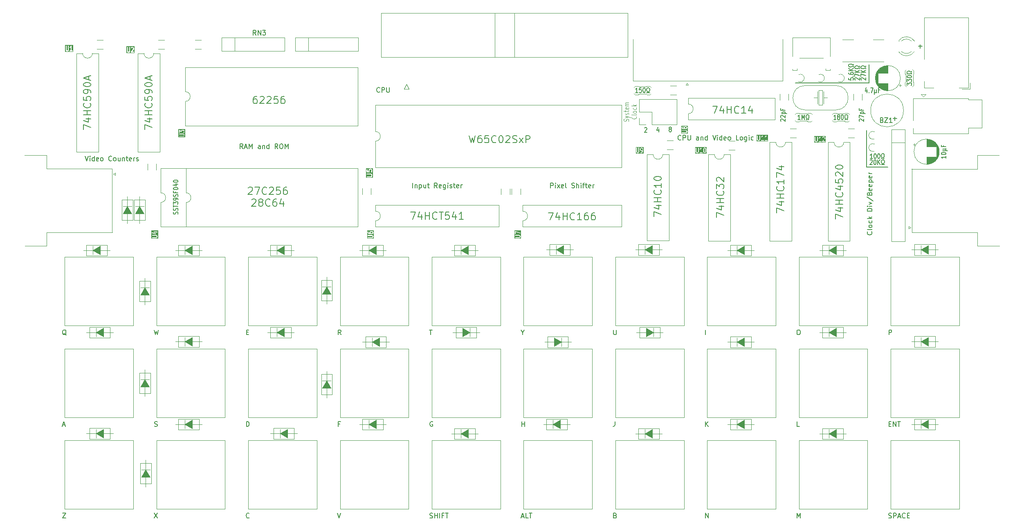
<source format=gbr>
%TF.GenerationSoftware,KiCad,Pcbnew,8.0.6*%
%TF.CreationDate,2024-12-27T12:36:34+00:00*%
%TF.ProjectId,a0,61302e6b-6963-4616-945f-706362585858,rev?*%
%TF.SameCoordinates,Original*%
%TF.FileFunction,Legend,Top*%
%TF.FilePolarity,Positive*%
%FSLAX46Y46*%
G04 Gerber Fmt 4.6, Leading zero omitted, Abs format (unit mm)*
G04 Created by KiCad (PCBNEW 8.0.6) date 2024-12-27 12:36:34*
%MOMM*%
%LPD*%
G01*
G04 APERTURE LIST*
%ADD10C,0.150000*%
%ADD11C,0.125000*%
%ADD12C,0.160000*%
%ADD13C,0.200000*%
%ADD14C,0.120000*%
%ADD15C,0.100000*%
G04 APERTURE END LIST*
D10*
X226650779Y-44192866D02*
X227412684Y-44192866D01*
X227031731Y-44573819D02*
X227031731Y-43811914D01*
X175183809Y-61351390D02*
X175107619Y-61303771D01*
X175107619Y-61303771D02*
X175069524Y-61256152D01*
X175069524Y-61256152D02*
X175031428Y-61160914D01*
X175031428Y-61160914D02*
X175031428Y-61113295D01*
X175031428Y-61113295D02*
X175069524Y-61018057D01*
X175069524Y-61018057D02*
X175107619Y-60970438D01*
X175107619Y-60970438D02*
X175183809Y-60922819D01*
X175183809Y-60922819D02*
X175336190Y-60922819D01*
X175336190Y-60922819D02*
X175412381Y-60970438D01*
X175412381Y-60970438D02*
X175450476Y-61018057D01*
X175450476Y-61018057D02*
X175488571Y-61113295D01*
X175488571Y-61113295D02*
X175488571Y-61160914D01*
X175488571Y-61160914D02*
X175450476Y-61256152D01*
X175450476Y-61256152D02*
X175412381Y-61303771D01*
X175412381Y-61303771D02*
X175336190Y-61351390D01*
X175336190Y-61351390D02*
X175183809Y-61351390D01*
X175183809Y-61351390D02*
X175107619Y-61399009D01*
X175107619Y-61399009D02*
X175069524Y-61446628D01*
X175069524Y-61446628D02*
X175031428Y-61541866D01*
X175031428Y-61541866D02*
X175031428Y-61732342D01*
X175031428Y-61732342D02*
X175069524Y-61827580D01*
X175069524Y-61827580D02*
X175107619Y-61875200D01*
X175107619Y-61875200D02*
X175183809Y-61922819D01*
X175183809Y-61922819D02*
X175336190Y-61922819D01*
X175336190Y-61922819D02*
X175412381Y-61875200D01*
X175412381Y-61875200D02*
X175450476Y-61827580D01*
X175450476Y-61827580D02*
X175488571Y-61732342D01*
X175488571Y-61732342D02*
X175488571Y-61541866D01*
X175488571Y-61541866D02*
X175450476Y-61446628D01*
X175450476Y-61446628D02*
X175412381Y-61399009D01*
X175412381Y-61399009D02*
X175336190Y-61351390D01*
X172872381Y-61288152D02*
X172872381Y-61954819D01*
X172681905Y-60907200D02*
X172491428Y-61621485D01*
X172491428Y-61621485D02*
X172986667Y-61621485D01*
X215900000Y-69215000D02*
X215900000Y-61595000D01*
X201168000Y-51816000D02*
X216408000Y-51816000D01*
X215900000Y-69215000D02*
X220345000Y-69215000D01*
X216408000Y-51816000D02*
X216408000Y-48006000D01*
X216944580Y-82644524D02*
X216992200Y-82692143D01*
X216992200Y-82692143D02*
X217039819Y-82835000D01*
X217039819Y-82835000D02*
X217039819Y-82930238D01*
X217039819Y-82930238D02*
X216992200Y-83073095D01*
X216992200Y-83073095D02*
X216896961Y-83168333D01*
X216896961Y-83168333D02*
X216801723Y-83215952D01*
X216801723Y-83215952D02*
X216611247Y-83263571D01*
X216611247Y-83263571D02*
X216468390Y-83263571D01*
X216468390Y-83263571D02*
X216277914Y-83215952D01*
X216277914Y-83215952D02*
X216182676Y-83168333D01*
X216182676Y-83168333D02*
X216087438Y-83073095D01*
X216087438Y-83073095D02*
X216039819Y-82930238D01*
X216039819Y-82930238D02*
X216039819Y-82835000D01*
X216039819Y-82835000D02*
X216087438Y-82692143D01*
X216087438Y-82692143D02*
X216135057Y-82644524D01*
X217039819Y-82073095D02*
X216992200Y-82168333D01*
X216992200Y-82168333D02*
X216896961Y-82215952D01*
X216896961Y-82215952D02*
X216039819Y-82215952D01*
X217039819Y-81549285D02*
X216992200Y-81644523D01*
X216992200Y-81644523D02*
X216944580Y-81692142D01*
X216944580Y-81692142D02*
X216849342Y-81739761D01*
X216849342Y-81739761D02*
X216563628Y-81739761D01*
X216563628Y-81739761D02*
X216468390Y-81692142D01*
X216468390Y-81692142D02*
X216420771Y-81644523D01*
X216420771Y-81644523D02*
X216373152Y-81549285D01*
X216373152Y-81549285D02*
X216373152Y-81406428D01*
X216373152Y-81406428D02*
X216420771Y-81311190D01*
X216420771Y-81311190D02*
X216468390Y-81263571D01*
X216468390Y-81263571D02*
X216563628Y-81215952D01*
X216563628Y-81215952D02*
X216849342Y-81215952D01*
X216849342Y-81215952D02*
X216944580Y-81263571D01*
X216944580Y-81263571D02*
X216992200Y-81311190D01*
X216992200Y-81311190D02*
X217039819Y-81406428D01*
X217039819Y-81406428D02*
X217039819Y-81549285D01*
X216992200Y-80358809D02*
X217039819Y-80454047D01*
X217039819Y-80454047D02*
X217039819Y-80644523D01*
X217039819Y-80644523D02*
X216992200Y-80739761D01*
X216992200Y-80739761D02*
X216944580Y-80787380D01*
X216944580Y-80787380D02*
X216849342Y-80834999D01*
X216849342Y-80834999D02*
X216563628Y-80834999D01*
X216563628Y-80834999D02*
X216468390Y-80787380D01*
X216468390Y-80787380D02*
X216420771Y-80739761D01*
X216420771Y-80739761D02*
X216373152Y-80644523D01*
X216373152Y-80644523D02*
X216373152Y-80454047D01*
X216373152Y-80454047D02*
X216420771Y-80358809D01*
X217039819Y-79930237D02*
X216039819Y-79930237D01*
X216658866Y-79834999D02*
X217039819Y-79549285D01*
X216373152Y-79549285D02*
X216754104Y-79930237D01*
X217039819Y-78358808D02*
X216039819Y-78358808D01*
X216039819Y-78358808D02*
X216039819Y-78120713D01*
X216039819Y-78120713D02*
X216087438Y-77977856D01*
X216087438Y-77977856D02*
X216182676Y-77882618D01*
X216182676Y-77882618D02*
X216277914Y-77834999D01*
X216277914Y-77834999D02*
X216468390Y-77787380D01*
X216468390Y-77787380D02*
X216611247Y-77787380D01*
X216611247Y-77787380D02*
X216801723Y-77834999D01*
X216801723Y-77834999D02*
X216896961Y-77882618D01*
X216896961Y-77882618D02*
X216992200Y-77977856D01*
X216992200Y-77977856D02*
X217039819Y-78120713D01*
X217039819Y-78120713D02*
X217039819Y-78358808D01*
X217039819Y-77358808D02*
X216373152Y-77358808D01*
X216039819Y-77358808D02*
X216087438Y-77406427D01*
X216087438Y-77406427D02*
X216135057Y-77358808D01*
X216135057Y-77358808D02*
X216087438Y-77311189D01*
X216087438Y-77311189D02*
X216039819Y-77358808D01*
X216039819Y-77358808D02*
X216135057Y-77358808D01*
X216373152Y-76977856D02*
X217039819Y-76739761D01*
X217039819Y-76739761D02*
X216373152Y-76501666D01*
X215992200Y-75406428D02*
X217277914Y-76263570D01*
X216516009Y-74739761D02*
X216563628Y-74596904D01*
X216563628Y-74596904D02*
X216611247Y-74549285D01*
X216611247Y-74549285D02*
X216706485Y-74501666D01*
X216706485Y-74501666D02*
X216849342Y-74501666D01*
X216849342Y-74501666D02*
X216944580Y-74549285D01*
X216944580Y-74549285D02*
X216992200Y-74596904D01*
X216992200Y-74596904D02*
X217039819Y-74692142D01*
X217039819Y-74692142D02*
X217039819Y-75073094D01*
X217039819Y-75073094D02*
X216039819Y-75073094D01*
X216039819Y-75073094D02*
X216039819Y-74739761D01*
X216039819Y-74739761D02*
X216087438Y-74644523D01*
X216087438Y-74644523D02*
X216135057Y-74596904D01*
X216135057Y-74596904D02*
X216230295Y-74549285D01*
X216230295Y-74549285D02*
X216325533Y-74549285D01*
X216325533Y-74549285D02*
X216420771Y-74596904D01*
X216420771Y-74596904D02*
X216468390Y-74644523D01*
X216468390Y-74644523D02*
X216516009Y-74739761D01*
X216516009Y-74739761D02*
X216516009Y-75073094D01*
X216992200Y-73692142D02*
X217039819Y-73787380D01*
X217039819Y-73787380D02*
X217039819Y-73977856D01*
X217039819Y-73977856D02*
X216992200Y-74073094D01*
X216992200Y-74073094D02*
X216896961Y-74120713D01*
X216896961Y-74120713D02*
X216516009Y-74120713D01*
X216516009Y-74120713D02*
X216420771Y-74073094D01*
X216420771Y-74073094D02*
X216373152Y-73977856D01*
X216373152Y-73977856D02*
X216373152Y-73787380D01*
X216373152Y-73787380D02*
X216420771Y-73692142D01*
X216420771Y-73692142D02*
X216516009Y-73644523D01*
X216516009Y-73644523D02*
X216611247Y-73644523D01*
X216611247Y-73644523D02*
X216706485Y-74120713D01*
X216992200Y-72834999D02*
X217039819Y-72930237D01*
X217039819Y-72930237D02*
X217039819Y-73120713D01*
X217039819Y-73120713D02*
X216992200Y-73215951D01*
X216992200Y-73215951D02*
X216896961Y-73263570D01*
X216896961Y-73263570D02*
X216516009Y-73263570D01*
X216516009Y-73263570D02*
X216420771Y-73215951D01*
X216420771Y-73215951D02*
X216373152Y-73120713D01*
X216373152Y-73120713D02*
X216373152Y-72930237D01*
X216373152Y-72930237D02*
X216420771Y-72834999D01*
X216420771Y-72834999D02*
X216516009Y-72787380D01*
X216516009Y-72787380D02*
X216611247Y-72787380D01*
X216611247Y-72787380D02*
X216706485Y-73263570D01*
X216373152Y-72358808D02*
X217373152Y-72358808D01*
X216420771Y-72358808D02*
X216373152Y-72263570D01*
X216373152Y-72263570D02*
X216373152Y-72073094D01*
X216373152Y-72073094D02*
X216420771Y-71977856D01*
X216420771Y-71977856D02*
X216468390Y-71930237D01*
X216468390Y-71930237D02*
X216563628Y-71882618D01*
X216563628Y-71882618D02*
X216849342Y-71882618D01*
X216849342Y-71882618D02*
X216944580Y-71930237D01*
X216944580Y-71930237D02*
X216992200Y-71977856D01*
X216992200Y-71977856D02*
X217039819Y-72073094D01*
X217039819Y-72073094D02*
X217039819Y-72263570D01*
X217039819Y-72263570D02*
X216992200Y-72358808D01*
X216992200Y-71073094D02*
X217039819Y-71168332D01*
X217039819Y-71168332D02*
X217039819Y-71358808D01*
X217039819Y-71358808D02*
X216992200Y-71454046D01*
X216992200Y-71454046D02*
X216896961Y-71501665D01*
X216896961Y-71501665D02*
X216516009Y-71501665D01*
X216516009Y-71501665D02*
X216420771Y-71454046D01*
X216420771Y-71454046D02*
X216373152Y-71358808D01*
X216373152Y-71358808D02*
X216373152Y-71168332D01*
X216373152Y-71168332D02*
X216420771Y-71073094D01*
X216420771Y-71073094D02*
X216516009Y-71025475D01*
X216516009Y-71025475D02*
X216611247Y-71025475D01*
X216611247Y-71025475D02*
X216706485Y-71501665D01*
X217039819Y-70596903D02*
X216373152Y-70596903D01*
X216563628Y-70596903D02*
X216468390Y-70549284D01*
X216468390Y-70549284D02*
X216420771Y-70501665D01*
X216420771Y-70501665D02*
X216373152Y-70406427D01*
X216373152Y-70406427D02*
X216373152Y-70311189D01*
D11*
X166603528Y-59711905D02*
X166651147Y-59597619D01*
X166651147Y-59597619D02*
X166651147Y-59407143D01*
X166651147Y-59407143D02*
X166603528Y-59330952D01*
X166603528Y-59330952D02*
X166555908Y-59292857D01*
X166555908Y-59292857D02*
X166460670Y-59254762D01*
X166460670Y-59254762D02*
X166365432Y-59254762D01*
X166365432Y-59254762D02*
X166270194Y-59292857D01*
X166270194Y-59292857D02*
X166222575Y-59330952D01*
X166222575Y-59330952D02*
X166174956Y-59407143D01*
X166174956Y-59407143D02*
X166127337Y-59559524D01*
X166127337Y-59559524D02*
X166079718Y-59635714D01*
X166079718Y-59635714D02*
X166032099Y-59673809D01*
X166032099Y-59673809D02*
X165936861Y-59711905D01*
X165936861Y-59711905D02*
X165841623Y-59711905D01*
X165841623Y-59711905D02*
X165746385Y-59673809D01*
X165746385Y-59673809D02*
X165698766Y-59635714D01*
X165698766Y-59635714D02*
X165651147Y-59559524D01*
X165651147Y-59559524D02*
X165651147Y-59369047D01*
X165651147Y-59369047D02*
X165698766Y-59254762D01*
X165984480Y-58988095D02*
X166651147Y-58797619D01*
X165984480Y-58607142D02*
X166651147Y-58797619D01*
X166651147Y-58797619D02*
X166889242Y-58873809D01*
X166889242Y-58873809D02*
X166936861Y-58911904D01*
X166936861Y-58911904D02*
X166984480Y-58988095D01*
X166603528Y-58340476D02*
X166651147Y-58264285D01*
X166651147Y-58264285D02*
X166651147Y-58111904D01*
X166651147Y-58111904D02*
X166603528Y-58035714D01*
X166603528Y-58035714D02*
X166508289Y-57997618D01*
X166508289Y-57997618D02*
X166460670Y-57997618D01*
X166460670Y-57997618D02*
X166365432Y-58035714D01*
X166365432Y-58035714D02*
X166317813Y-58111904D01*
X166317813Y-58111904D02*
X166317813Y-58226190D01*
X166317813Y-58226190D02*
X166270194Y-58302380D01*
X166270194Y-58302380D02*
X166174956Y-58340476D01*
X166174956Y-58340476D02*
X166127337Y-58340476D01*
X166127337Y-58340476D02*
X166032099Y-58302380D01*
X166032099Y-58302380D02*
X165984480Y-58226190D01*
X165984480Y-58226190D02*
X165984480Y-58111904D01*
X165984480Y-58111904D02*
X166032099Y-58035714D01*
X165984480Y-57769047D02*
X165984480Y-57464285D01*
X165651147Y-57654761D02*
X166508289Y-57654761D01*
X166508289Y-57654761D02*
X166603528Y-57616666D01*
X166603528Y-57616666D02*
X166651147Y-57540476D01*
X166651147Y-57540476D02*
X166651147Y-57464285D01*
X166603528Y-56892856D02*
X166651147Y-56969047D01*
X166651147Y-56969047D02*
X166651147Y-57121428D01*
X166651147Y-57121428D02*
X166603528Y-57197618D01*
X166603528Y-57197618D02*
X166508289Y-57235714D01*
X166508289Y-57235714D02*
X166127337Y-57235714D01*
X166127337Y-57235714D02*
X166032099Y-57197618D01*
X166032099Y-57197618D02*
X165984480Y-57121428D01*
X165984480Y-57121428D02*
X165984480Y-56969047D01*
X165984480Y-56969047D02*
X166032099Y-56892856D01*
X166032099Y-56892856D02*
X166127337Y-56854761D01*
X166127337Y-56854761D02*
X166222575Y-56854761D01*
X166222575Y-56854761D02*
X166317813Y-57235714D01*
X166651147Y-56511904D02*
X165984480Y-56511904D01*
X166079718Y-56511904D02*
X166032099Y-56473809D01*
X166032099Y-56473809D02*
X165984480Y-56397619D01*
X165984480Y-56397619D02*
X165984480Y-56283333D01*
X165984480Y-56283333D02*
X166032099Y-56207142D01*
X166032099Y-56207142D02*
X166127337Y-56169047D01*
X166127337Y-56169047D02*
X166651147Y-56169047D01*
X166127337Y-56169047D02*
X166032099Y-56130952D01*
X166032099Y-56130952D02*
X165984480Y-56054761D01*
X165984480Y-56054761D02*
X165984480Y-55940476D01*
X165984480Y-55940476D02*
X166032099Y-55864285D01*
X166032099Y-55864285D02*
X166127337Y-55826190D01*
X166127337Y-55826190D02*
X166651147Y-55826190D01*
X168165852Y-58740475D02*
X168213472Y-58778571D01*
X168213472Y-58778571D02*
X168261091Y-58892856D01*
X168261091Y-58892856D02*
X168261091Y-58969047D01*
X168261091Y-58969047D02*
X168213472Y-59083333D01*
X168213472Y-59083333D02*
X168118233Y-59159523D01*
X168118233Y-59159523D02*
X168022995Y-59197618D01*
X168022995Y-59197618D02*
X167832519Y-59235714D01*
X167832519Y-59235714D02*
X167689662Y-59235714D01*
X167689662Y-59235714D02*
X167499186Y-59197618D01*
X167499186Y-59197618D02*
X167403948Y-59159523D01*
X167403948Y-59159523D02*
X167308710Y-59083333D01*
X167308710Y-59083333D02*
X167261091Y-58969047D01*
X167261091Y-58969047D02*
X167261091Y-58892856D01*
X167261091Y-58892856D02*
X167308710Y-58778571D01*
X167308710Y-58778571D02*
X167356329Y-58740475D01*
X168261091Y-58283333D02*
X168213472Y-58359523D01*
X168213472Y-58359523D02*
X168118233Y-58397618D01*
X168118233Y-58397618D02*
X167261091Y-58397618D01*
X168261091Y-57864285D02*
X168213472Y-57940475D01*
X168213472Y-57940475D02*
X168165852Y-57978570D01*
X168165852Y-57978570D02*
X168070614Y-58016666D01*
X168070614Y-58016666D02*
X167784900Y-58016666D01*
X167784900Y-58016666D02*
X167689662Y-57978570D01*
X167689662Y-57978570D02*
X167642043Y-57940475D01*
X167642043Y-57940475D02*
X167594424Y-57864285D01*
X167594424Y-57864285D02*
X167594424Y-57749999D01*
X167594424Y-57749999D02*
X167642043Y-57673808D01*
X167642043Y-57673808D02*
X167689662Y-57635713D01*
X167689662Y-57635713D02*
X167784900Y-57597618D01*
X167784900Y-57597618D02*
X168070614Y-57597618D01*
X168070614Y-57597618D02*
X168165852Y-57635713D01*
X168165852Y-57635713D02*
X168213472Y-57673808D01*
X168213472Y-57673808D02*
X168261091Y-57749999D01*
X168261091Y-57749999D02*
X168261091Y-57864285D01*
X168213472Y-56911903D02*
X168261091Y-56988094D01*
X168261091Y-56988094D02*
X168261091Y-57140475D01*
X168261091Y-57140475D02*
X168213472Y-57216665D01*
X168213472Y-57216665D02*
X168165852Y-57254760D01*
X168165852Y-57254760D02*
X168070614Y-57292856D01*
X168070614Y-57292856D02*
X167784900Y-57292856D01*
X167784900Y-57292856D02*
X167689662Y-57254760D01*
X167689662Y-57254760D02*
X167642043Y-57216665D01*
X167642043Y-57216665D02*
X167594424Y-57140475D01*
X167594424Y-57140475D02*
X167594424Y-56988094D01*
X167594424Y-56988094D02*
X167642043Y-56911903D01*
X168261091Y-56569046D02*
X167261091Y-56569046D01*
X167880138Y-56492856D02*
X168261091Y-56264284D01*
X167594424Y-56264284D02*
X167975376Y-56569046D01*
D10*
X169941428Y-61145057D02*
X169979524Y-61097438D01*
X169979524Y-61097438D02*
X170055714Y-61049819D01*
X170055714Y-61049819D02*
X170246190Y-61049819D01*
X170246190Y-61049819D02*
X170322381Y-61097438D01*
X170322381Y-61097438D02*
X170360476Y-61145057D01*
X170360476Y-61145057D02*
X170398571Y-61240295D01*
X170398571Y-61240295D02*
X170398571Y-61335533D01*
X170398571Y-61335533D02*
X170360476Y-61478390D01*
X170360476Y-61478390D02*
X169903333Y-62049819D01*
X169903333Y-62049819D02*
X170398571Y-62049819D01*
X115109714Y-53622580D02*
X115062095Y-53670200D01*
X115062095Y-53670200D02*
X114919238Y-53717819D01*
X114919238Y-53717819D02*
X114824000Y-53717819D01*
X114824000Y-53717819D02*
X114681143Y-53670200D01*
X114681143Y-53670200D02*
X114585905Y-53574961D01*
X114585905Y-53574961D02*
X114538286Y-53479723D01*
X114538286Y-53479723D02*
X114490667Y-53289247D01*
X114490667Y-53289247D02*
X114490667Y-53146390D01*
X114490667Y-53146390D02*
X114538286Y-52955914D01*
X114538286Y-52955914D02*
X114585905Y-52860676D01*
X114585905Y-52860676D02*
X114681143Y-52765438D01*
X114681143Y-52765438D02*
X114824000Y-52717819D01*
X114824000Y-52717819D02*
X114919238Y-52717819D01*
X114919238Y-52717819D02*
X115062095Y-52765438D01*
X115062095Y-52765438D02*
X115109714Y-52813057D01*
X115538286Y-53717819D02*
X115538286Y-52717819D01*
X115538286Y-52717819D02*
X115919238Y-52717819D01*
X115919238Y-52717819D02*
X116014476Y-52765438D01*
X116014476Y-52765438D02*
X116062095Y-52813057D01*
X116062095Y-52813057D02*
X116109714Y-52908295D01*
X116109714Y-52908295D02*
X116109714Y-53051152D01*
X116109714Y-53051152D02*
X116062095Y-53146390D01*
X116062095Y-53146390D02*
X116014476Y-53194009D01*
X116014476Y-53194009D02*
X115919238Y-53241628D01*
X115919238Y-53241628D02*
X115538286Y-53241628D01*
X116538286Y-52717819D02*
X116538286Y-53527342D01*
X116538286Y-53527342D02*
X116585905Y-53622580D01*
X116585905Y-53622580D02*
X116633524Y-53670200D01*
X116633524Y-53670200D02*
X116728762Y-53717819D01*
X116728762Y-53717819D02*
X116919238Y-53717819D01*
X116919238Y-53717819D02*
X117014476Y-53670200D01*
X117014476Y-53670200D02*
X117062095Y-53622580D01*
X117062095Y-53622580D02*
X117109714Y-53527342D01*
X117109714Y-53527342D02*
X117109714Y-52717819D01*
X87912287Y-73559527D02*
X87983715Y-73488099D01*
X87983715Y-73488099D02*
X88126573Y-73416670D01*
X88126573Y-73416670D02*
X88483715Y-73416670D01*
X88483715Y-73416670D02*
X88626573Y-73488099D01*
X88626573Y-73488099D02*
X88698001Y-73559527D01*
X88698001Y-73559527D02*
X88769430Y-73702384D01*
X88769430Y-73702384D02*
X88769430Y-73845242D01*
X88769430Y-73845242D02*
X88698001Y-74059527D01*
X88698001Y-74059527D02*
X87840858Y-74916670D01*
X87840858Y-74916670D02*
X88769430Y-74916670D01*
X89269429Y-73416670D02*
X90269429Y-73416670D01*
X90269429Y-73416670D02*
X89626572Y-74916670D01*
X91698000Y-74773813D02*
X91626572Y-74845242D01*
X91626572Y-74845242D02*
X91412286Y-74916670D01*
X91412286Y-74916670D02*
X91269429Y-74916670D01*
X91269429Y-74916670D02*
X91055143Y-74845242D01*
X91055143Y-74845242D02*
X90912286Y-74702384D01*
X90912286Y-74702384D02*
X90840857Y-74559527D01*
X90840857Y-74559527D02*
X90769429Y-74273813D01*
X90769429Y-74273813D02*
X90769429Y-74059527D01*
X90769429Y-74059527D02*
X90840857Y-73773813D01*
X90840857Y-73773813D02*
X90912286Y-73630956D01*
X90912286Y-73630956D02*
X91055143Y-73488099D01*
X91055143Y-73488099D02*
X91269429Y-73416670D01*
X91269429Y-73416670D02*
X91412286Y-73416670D01*
X91412286Y-73416670D02*
X91626572Y-73488099D01*
X91626572Y-73488099D02*
X91698000Y-73559527D01*
X92269429Y-73559527D02*
X92340857Y-73488099D01*
X92340857Y-73488099D02*
X92483715Y-73416670D01*
X92483715Y-73416670D02*
X92840857Y-73416670D01*
X92840857Y-73416670D02*
X92983715Y-73488099D01*
X92983715Y-73488099D02*
X93055143Y-73559527D01*
X93055143Y-73559527D02*
X93126572Y-73702384D01*
X93126572Y-73702384D02*
X93126572Y-73845242D01*
X93126572Y-73845242D02*
X93055143Y-74059527D01*
X93055143Y-74059527D02*
X92198000Y-74916670D01*
X92198000Y-74916670D02*
X93126572Y-74916670D01*
X94483714Y-73416670D02*
X93769428Y-73416670D01*
X93769428Y-73416670D02*
X93698000Y-74130956D01*
X93698000Y-74130956D02*
X93769428Y-74059527D01*
X93769428Y-74059527D02*
X93912286Y-73988099D01*
X93912286Y-73988099D02*
X94269428Y-73988099D01*
X94269428Y-73988099D02*
X94412286Y-74059527D01*
X94412286Y-74059527D02*
X94483714Y-74130956D01*
X94483714Y-74130956D02*
X94555143Y-74273813D01*
X94555143Y-74273813D02*
X94555143Y-74630956D01*
X94555143Y-74630956D02*
X94483714Y-74773813D01*
X94483714Y-74773813D02*
X94412286Y-74845242D01*
X94412286Y-74845242D02*
X94269428Y-74916670D01*
X94269428Y-74916670D02*
X93912286Y-74916670D01*
X93912286Y-74916670D02*
X93769428Y-74845242D01*
X93769428Y-74845242D02*
X93698000Y-74773813D01*
X95840857Y-73416670D02*
X95555142Y-73416670D01*
X95555142Y-73416670D02*
X95412285Y-73488099D01*
X95412285Y-73488099D02*
X95340857Y-73559527D01*
X95340857Y-73559527D02*
X95197999Y-73773813D01*
X95197999Y-73773813D02*
X95126571Y-74059527D01*
X95126571Y-74059527D02*
X95126571Y-74630956D01*
X95126571Y-74630956D02*
X95197999Y-74773813D01*
X95197999Y-74773813D02*
X95269428Y-74845242D01*
X95269428Y-74845242D02*
X95412285Y-74916670D01*
X95412285Y-74916670D02*
X95697999Y-74916670D01*
X95697999Y-74916670D02*
X95840857Y-74845242D01*
X95840857Y-74845242D02*
X95912285Y-74773813D01*
X95912285Y-74773813D02*
X95983714Y-74630956D01*
X95983714Y-74630956D02*
X95983714Y-74273813D01*
X95983714Y-74273813D02*
X95912285Y-74130956D01*
X95912285Y-74130956D02*
X95840857Y-74059527D01*
X95840857Y-74059527D02*
X95697999Y-73988099D01*
X95697999Y-73988099D02*
X95412285Y-73988099D01*
X95412285Y-73988099D02*
X95269428Y-74059527D01*
X95269428Y-74059527D02*
X95197999Y-74130956D01*
X95197999Y-74130956D02*
X95126571Y-74273813D01*
X88626572Y-75974443D02*
X88698000Y-75903015D01*
X88698000Y-75903015D02*
X88840858Y-75831586D01*
X88840858Y-75831586D02*
X89198000Y-75831586D01*
X89198000Y-75831586D02*
X89340858Y-75903015D01*
X89340858Y-75903015D02*
X89412286Y-75974443D01*
X89412286Y-75974443D02*
X89483715Y-76117300D01*
X89483715Y-76117300D02*
X89483715Y-76260158D01*
X89483715Y-76260158D02*
X89412286Y-76474443D01*
X89412286Y-76474443D02*
X88555143Y-77331586D01*
X88555143Y-77331586D02*
X89483715Y-77331586D01*
X90340857Y-76474443D02*
X90198000Y-76403015D01*
X90198000Y-76403015D02*
X90126571Y-76331586D01*
X90126571Y-76331586D02*
X90055143Y-76188729D01*
X90055143Y-76188729D02*
X90055143Y-76117300D01*
X90055143Y-76117300D02*
X90126571Y-75974443D01*
X90126571Y-75974443D02*
X90198000Y-75903015D01*
X90198000Y-75903015D02*
X90340857Y-75831586D01*
X90340857Y-75831586D02*
X90626571Y-75831586D01*
X90626571Y-75831586D02*
X90769429Y-75903015D01*
X90769429Y-75903015D02*
X90840857Y-75974443D01*
X90840857Y-75974443D02*
X90912286Y-76117300D01*
X90912286Y-76117300D02*
X90912286Y-76188729D01*
X90912286Y-76188729D02*
X90840857Y-76331586D01*
X90840857Y-76331586D02*
X90769429Y-76403015D01*
X90769429Y-76403015D02*
X90626571Y-76474443D01*
X90626571Y-76474443D02*
X90340857Y-76474443D01*
X90340857Y-76474443D02*
X90198000Y-76545872D01*
X90198000Y-76545872D02*
X90126571Y-76617300D01*
X90126571Y-76617300D02*
X90055143Y-76760158D01*
X90055143Y-76760158D02*
X90055143Y-77045872D01*
X90055143Y-77045872D02*
X90126571Y-77188729D01*
X90126571Y-77188729D02*
X90198000Y-77260158D01*
X90198000Y-77260158D02*
X90340857Y-77331586D01*
X90340857Y-77331586D02*
X90626571Y-77331586D01*
X90626571Y-77331586D02*
X90769429Y-77260158D01*
X90769429Y-77260158D02*
X90840857Y-77188729D01*
X90840857Y-77188729D02*
X90912286Y-77045872D01*
X90912286Y-77045872D02*
X90912286Y-76760158D01*
X90912286Y-76760158D02*
X90840857Y-76617300D01*
X90840857Y-76617300D02*
X90769429Y-76545872D01*
X90769429Y-76545872D02*
X90626571Y-76474443D01*
X92412285Y-77188729D02*
X92340857Y-77260158D01*
X92340857Y-77260158D02*
X92126571Y-77331586D01*
X92126571Y-77331586D02*
X91983714Y-77331586D01*
X91983714Y-77331586D02*
X91769428Y-77260158D01*
X91769428Y-77260158D02*
X91626571Y-77117300D01*
X91626571Y-77117300D02*
X91555142Y-76974443D01*
X91555142Y-76974443D02*
X91483714Y-76688729D01*
X91483714Y-76688729D02*
X91483714Y-76474443D01*
X91483714Y-76474443D02*
X91555142Y-76188729D01*
X91555142Y-76188729D02*
X91626571Y-76045872D01*
X91626571Y-76045872D02*
X91769428Y-75903015D01*
X91769428Y-75903015D02*
X91983714Y-75831586D01*
X91983714Y-75831586D02*
X92126571Y-75831586D01*
X92126571Y-75831586D02*
X92340857Y-75903015D01*
X92340857Y-75903015D02*
X92412285Y-75974443D01*
X93698000Y-75831586D02*
X93412285Y-75831586D01*
X93412285Y-75831586D02*
X93269428Y-75903015D01*
X93269428Y-75903015D02*
X93198000Y-75974443D01*
X93198000Y-75974443D02*
X93055142Y-76188729D01*
X93055142Y-76188729D02*
X92983714Y-76474443D01*
X92983714Y-76474443D02*
X92983714Y-77045872D01*
X92983714Y-77045872D02*
X93055142Y-77188729D01*
X93055142Y-77188729D02*
X93126571Y-77260158D01*
X93126571Y-77260158D02*
X93269428Y-77331586D01*
X93269428Y-77331586D02*
X93555142Y-77331586D01*
X93555142Y-77331586D02*
X93698000Y-77260158D01*
X93698000Y-77260158D02*
X93769428Y-77188729D01*
X93769428Y-77188729D02*
X93840857Y-77045872D01*
X93840857Y-77045872D02*
X93840857Y-76688729D01*
X93840857Y-76688729D02*
X93769428Y-76545872D01*
X93769428Y-76545872D02*
X93698000Y-76474443D01*
X93698000Y-76474443D02*
X93555142Y-76403015D01*
X93555142Y-76403015D02*
X93269428Y-76403015D01*
X93269428Y-76403015D02*
X93126571Y-76474443D01*
X93126571Y-76474443D02*
X93055142Y-76545872D01*
X93055142Y-76545872D02*
X92983714Y-76688729D01*
X95126571Y-76331586D02*
X95126571Y-77331586D01*
X94769428Y-75760158D02*
X94412285Y-76831586D01*
X94412285Y-76831586D02*
X95340856Y-76831586D01*
X86781237Y-65401819D02*
X86447904Y-64925628D01*
X86209809Y-65401819D02*
X86209809Y-64401819D01*
X86209809Y-64401819D02*
X86590761Y-64401819D01*
X86590761Y-64401819D02*
X86685999Y-64449438D01*
X86685999Y-64449438D02*
X86733618Y-64497057D01*
X86733618Y-64497057D02*
X86781237Y-64592295D01*
X86781237Y-64592295D02*
X86781237Y-64735152D01*
X86781237Y-64735152D02*
X86733618Y-64830390D01*
X86733618Y-64830390D02*
X86685999Y-64878009D01*
X86685999Y-64878009D02*
X86590761Y-64925628D01*
X86590761Y-64925628D02*
X86209809Y-64925628D01*
X87162190Y-65116104D02*
X87638380Y-65116104D01*
X87066952Y-65401819D02*
X87400285Y-64401819D01*
X87400285Y-64401819D02*
X87733618Y-65401819D01*
X88066952Y-65401819D02*
X88066952Y-64401819D01*
X88066952Y-64401819D02*
X88400285Y-65116104D01*
X88400285Y-65116104D02*
X88733618Y-64401819D01*
X88733618Y-64401819D02*
X88733618Y-65401819D01*
X90400285Y-65401819D02*
X90400285Y-64878009D01*
X90400285Y-64878009D02*
X90352666Y-64782771D01*
X90352666Y-64782771D02*
X90257428Y-64735152D01*
X90257428Y-64735152D02*
X90066952Y-64735152D01*
X90066952Y-64735152D02*
X89971714Y-64782771D01*
X90400285Y-65354200D02*
X90305047Y-65401819D01*
X90305047Y-65401819D02*
X90066952Y-65401819D01*
X90066952Y-65401819D02*
X89971714Y-65354200D01*
X89971714Y-65354200D02*
X89924095Y-65258961D01*
X89924095Y-65258961D02*
X89924095Y-65163723D01*
X89924095Y-65163723D02*
X89971714Y-65068485D01*
X89971714Y-65068485D02*
X90066952Y-65020866D01*
X90066952Y-65020866D02*
X90305047Y-65020866D01*
X90305047Y-65020866D02*
X90400285Y-64973247D01*
X90876476Y-64735152D02*
X90876476Y-65401819D01*
X90876476Y-64830390D02*
X90924095Y-64782771D01*
X90924095Y-64782771D02*
X91019333Y-64735152D01*
X91019333Y-64735152D02*
X91162190Y-64735152D01*
X91162190Y-64735152D02*
X91257428Y-64782771D01*
X91257428Y-64782771D02*
X91305047Y-64878009D01*
X91305047Y-64878009D02*
X91305047Y-65401819D01*
X92209809Y-65401819D02*
X92209809Y-64401819D01*
X92209809Y-65354200D02*
X92114571Y-65401819D01*
X92114571Y-65401819D02*
X91924095Y-65401819D01*
X91924095Y-65401819D02*
X91828857Y-65354200D01*
X91828857Y-65354200D02*
X91781238Y-65306580D01*
X91781238Y-65306580D02*
X91733619Y-65211342D01*
X91733619Y-65211342D02*
X91733619Y-64925628D01*
X91733619Y-64925628D02*
X91781238Y-64830390D01*
X91781238Y-64830390D02*
X91828857Y-64782771D01*
X91828857Y-64782771D02*
X91924095Y-64735152D01*
X91924095Y-64735152D02*
X92114571Y-64735152D01*
X92114571Y-64735152D02*
X92209809Y-64782771D01*
X94019333Y-65401819D02*
X93686000Y-64925628D01*
X93447905Y-65401819D02*
X93447905Y-64401819D01*
X93447905Y-64401819D02*
X93828857Y-64401819D01*
X93828857Y-64401819D02*
X93924095Y-64449438D01*
X93924095Y-64449438D02*
X93971714Y-64497057D01*
X93971714Y-64497057D02*
X94019333Y-64592295D01*
X94019333Y-64592295D02*
X94019333Y-64735152D01*
X94019333Y-64735152D02*
X93971714Y-64830390D01*
X93971714Y-64830390D02*
X93924095Y-64878009D01*
X93924095Y-64878009D02*
X93828857Y-64925628D01*
X93828857Y-64925628D02*
X93447905Y-64925628D01*
X94638381Y-64401819D02*
X94828857Y-64401819D01*
X94828857Y-64401819D02*
X94924095Y-64449438D01*
X94924095Y-64449438D02*
X95019333Y-64544676D01*
X95019333Y-64544676D02*
X95066952Y-64735152D01*
X95066952Y-64735152D02*
X95066952Y-65068485D01*
X95066952Y-65068485D02*
X95019333Y-65258961D01*
X95019333Y-65258961D02*
X94924095Y-65354200D01*
X94924095Y-65354200D02*
X94828857Y-65401819D01*
X94828857Y-65401819D02*
X94638381Y-65401819D01*
X94638381Y-65401819D02*
X94543143Y-65354200D01*
X94543143Y-65354200D02*
X94447905Y-65258961D01*
X94447905Y-65258961D02*
X94400286Y-65068485D01*
X94400286Y-65068485D02*
X94400286Y-64735152D01*
X94400286Y-64735152D02*
X94447905Y-64544676D01*
X94447905Y-64544676D02*
X94543143Y-64449438D01*
X94543143Y-64449438D02*
X94638381Y-64401819D01*
X95495524Y-65401819D02*
X95495524Y-64401819D01*
X95495524Y-64401819D02*
X95828857Y-65116104D01*
X95828857Y-65116104D02*
X96162190Y-64401819D01*
X96162190Y-64401819D02*
X96162190Y-65401819D01*
X177467523Y-63528580D02*
X177419904Y-63576200D01*
X177419904Y-63576200D02*
X177277047Y-63623819D01*
X177277047Y-63623819D02*
X177181809Y-63623819D01*
X177181809Y-63623819D02*
X177038952Y-63576200D01*
X177038952Y-63576200D02*
X176943714Y-63480961D01*
X176943714Y-63480961D02*
X176896095Y-63385723D01*
X176896095Y-63385723D02*
X176848476Y-63195247D01*
X176848476Y-63195247D02*
X176848476Y-63052390D01*
X176848476Y-63052390D02*
X176896095Y-62861914D01*
X176896095Y-62861914D02*
X176943714Y-62766676D01*
X176943714Y-62766676D02*
X177038952Y-62671438D01*
X177038952Y-62671438D02*
X177181809Y-62623819D01*
X177181809Y-62623819D02*
X177277047Y-62623819D01*
X177277047Y-62623819D02*
X177419904Y-62671438D01*
X177419904Y-62671438D02*
X177467523Y-62719057D01*
X177896095Y-63623819D02*
X177896095Y-62623819D01*
X177896095Y-62623819D02*
X178277047Y-62623819D01*
X178277047Y-62623819D02*
X178372285Y-62671438D01*
X178372285Y-62671438D02*
X178419904Y-62719057D01*
X178419904Y-62719057D02*
X178467523Y-62814295D01*
X178467523Y-62814295D02*
X178467523Y-62957152D01*
X178467523Y-62957152D02*
X178419904Y-63052390D01*
X178419904Y-63052390D02*
X178372285Y-63100009D01*
X178372285Y-63100009D02*
X178277047Y-63147628D01*
X178277047Y-63147628D02*
X177896095Y-63147628D01*
X178896095Y-62623819D02*
X178896095Y-63433342D01*
X178896095Y-63433342D02*
X178943714Y-63528580D01*
X178943714Y-63528580D02*
X178991333Y-63576200D01*
X178991333Y-63576200D02*
X179086571Y-63623819D01*
X179086571Y-63623819D02*
X179277047Y-63623819D01*
X179277047Y-63623819D02*
X179372285Y-63576200D01*
X179372285Y-63576200D02*
X179419904Y-63528580D01*
X179419904Y-63528580D02*
X179467523Y-63433342D01*
X179467523Y-63433342D02*
X179467523Y-62623819D01*
X181134190Y-63623819D02*
X181134190Y-63100009D01*
X181134190Y-63100009D02*
X181086571Y-63004771D01*
X181086571Y-63004771D02*
X180991333Y-62957152D01*
X180991333Y-62957152D02*
X180800857Y-62957152D01*
X180800857Y-62957152D02*
X180705619Y-63004771D01*
X181134190Y-63576200D02*
X181038952Y-63623819D01*
X181038952Y-63623819D02*
X180800857Y-63623819D01*
X180800857Y-63623819D02*
X180705619Y-63576200D01*
X180705619Y-63576200D02*
X180658000Y-63480961D01*
X180658000Y-63480961D02*
X180658000Y-63385723D01*
X180658000Y-63385723D02*
X180705619Y-63290485D01*
X180705619Y-63290485D02*
X180800857Y-63242866D01*
X180800857Y-63242866D02*
X181038952Y-63242866D01*
X181038952Y-63242866D02*
X181134190Y-63195247D01*
X181610381Y-62957152D02*
X181610381Y-63623819D01*
X181610381Y-63052390D02*
X181658000Y-63004771D01*
X181658000Y-63004771D02*
X181753238Y-62957152D01*
X181753238Y-62957152D02*
X181896095Y-62957152D01*
X181896095Y-62957152D02*
X181991333Y-63004771D01*
X181991333Y-63004771D02*
X182038952Y-63100009D01*
X182038952Y-63100009D02*
X182038952Y-63623819D01*
X182943714Y-63623819D02*
X182943714Y-62623819D01*
X182943714Y-63576200D02*
X182848476Y-63623819D01*
X182848476Y-63623819D02*
X182658000Y-63623819D01*
X182658000Y-63623819D02*
X182562762Y-63576200D01*
X182562762Y-63576200D02*
X182515143Y-63528580D01*
X182515143Y-63528580D02*
X182467524Y-63433342D01*
X182467524Y-63433342D02*
X182467524Y-63147628D01*
X182467524Y-63147628D02*
X182515143Y-63052390D01*
X182515143Y-63052390D02*
X182562762Y-63004771D01*
X182562762Y-63004771D02*
X182658000Y-62957152D01*
X182658000Y-62957152D02*
X182848476Y-62957152D01*
X182848476Y-62957152D02*
X182943714Y-63004771D01*
X184038953Y-62623819D02*
X184372286Y-63623819D01*
X184372286Y-63623819D02*
X184705619Y-62623819D01*
X185038953Y-63623819D02*
X185038953Y-62957152D01*
X185038953Y-62623819D02*
X184991334Y-62671438D01*
X184991334Y-62671438D02*
X185038953Y-62719057D01*
X185038953Y-62719057D02*
X185086572Y-62671438D01*
X185086572Y-62671438D02*
X185038953Y-62623819D01*
X185038953Y-62623819D02*
X185038953Y-62719057D01*
X185943714Y-63623819D02*
X185943714Y-62623819D01*
X185943714Y-63576200D02*
X185848476Y-63623819D01*
X185848476Y-63623819D02*
X185658000Y-63623819D01*
X185658000Y-63623819D02*
X185562762Y-63576200D01*
X185562762Y-63576200D02*
X185515143Y-63528580D01*
X185515143Y-63528580D02*
X185467524Y-63433342D01*
X185467524Y-63433342D02*
X185467524Y-63147628D01*
X185467524Y-63147628D02*
X185515143Y-63052390D01*
X185515143Y-63052390D02*
X185562762Y-63004771D01*
X185562762Y-63004771D02*
X185658000Y-62957152D01*
X185658000Y-62957152D02*
X185848476Y-62957152D01*
X185848476Y-62957152D02*
X185943714Y-63004771D01*
X186800857Y-63576200D02*
X186705619Y-63623819D01*
X186705619Y-63623819D02*
X186515143Y-63623819D01*
X186515143Y-63623819D02*
X186419905Y-63576200D01*
X186419905Y-63576200D02*
X186372286Y-63480961D01*
X186372286Y-63480961D02*
X186372286Y-63100009D01*
X186372286Y-63100009D02*
X186419905Y-63004771D01*
X186419905Y-63004771D02*
X186515143Y-62957152D01*
X186515143Y-62957152D02*
X186705619Y-62957152D01*
X186705619Y-62957152D02*
X186800857Y-63004771D01*
X186800857Y-63004771D02*
X186848476Y-63100009D01*
X186848476Y-63100009D02*
X186848476Y-63195247D01*
X186848476Y-63195247D02*
X186372286Y-63290485D01*
X187419905Y-63623819D02*
X187324667Y-63576200D01*
X187324667Y-63576200D02*
X187277048Y-63528580D01*
X187277048Y-63528580D02*
X187229429Y-63433342D01*
X187229429Y-63433342D02*
X187229429Y-63147628D01*
X187229429Y-63147628D02*
X187277048Y-63052390D01*
X187277048Y-63052390D02*
X187324667Y-63004771D01*
X187324667Y-63004771D02*
X187419905Y-62957152D01*
X187419905Y-62957152D02*
X187562762Y-62957152D01*
X187562762Y-62957152D02*
X187658000Y-63004771D01*
X187658000Y-63004771D02*
X187705619Y-63052390D01*
X187705619Y-63052390D02*
X187753238Y-63147628D01*
X187753238Y-63147628D02*
X187753238Y-63433342D01*
X187753238Y-63433342D02*
X187705619Y-63528580D01*
X187705619Y-63528580D02*
X187658000Y-63576200D01*
X187658000Y-63576200D02*
X187562762Y-63623819D01*
X187562762Y-63623819D02*
X187419905Y-63623819D01*
X189419905Y-63623819D02*
X188943715Y-63623819D01*
X188943715Y-63623819D02*
X188943715Y-62623819D01*
X189896096Y-63623819D02*
X189800858Y-63576200D01*
X189800858Y-63576200D02*
X189753239Y-63528580D01*
X189753239Y-63528580D02*
X189705620Y-63433342D01*
X189705620Y-63433342D02*
X189705620Y-63147628D01*
X189705620Y-63147628D02*
X189753239Y-63052390D01*
X189753239Y-63052390D02*
X189800858Y-63004771D01*
X189800858Y-63004771D02*
X189896096Y-62957152D01*
X189896096Y-62957152D02*
X190038953Y-62957152D01*
X190038953Y-62957152D02*
X190134191Y-63004771D01*
X190134191Y-63004771D02*
X190181810Y-63052390D01*
X190181810Y-63052390D02*
X190229429Y-63147628D01*
X190229429Y-63147628D02*
X190229429Y-63433342D01*
X190229429Y-63433342D02*
X190181810Y-63528580D01*
X190181810Y-63528580D02*
X190134191Y-63576200D01*
X190134191Y-63576200D02*
X190038953Y-63623819D01*
X190038953Y-63623819D02*
X189896096Y-63623819D01*
X191086572Y-62957152D02*
X191086572Y-63766676D01*
X191086572Y-63766676D02*
X191038953Y-63861914D01*
X191038953Y-63861914D02*
X190991334Y-63909533D01*
X190991334Y-63909533D02*
X190896096Y-63957152D01*
X190896096Y-63957152D02*
X190753239Y-63957152D01*
X190753239Y-63957152D02*
X190658001Y-63909533D01*
X191086572Y-63576200D02*
X190991334Y-63623819D01*
X190991334Y-63623819D02*
X190800858Y-63623819D01*
X190800858Y-63623819D02*
X190705620Y-63576200D01*
X190705620Y-63576200D02*
X190658001Y-63528580D01*
X190658001Y-63528580D02*
X190610382Y-63433342D01*
X190610382Y-63433342D02*
X190610382Y-63147628D01*
X190610382Y-63147628D02*
X190658001Y-63052390D01*
X190658001Y-63052390D02*
X190705620Y-63004771D01*
X190705620Y-63004771D02*
X190800858Y-62957152D01*
X190800858Y-62957152D02*
X190991334Y-62957152D01*
X190991334Y-62957152D02*
X191086572Y-63004771D01*
X191562763Y-63623819D02*
X191562763Y-62957152D01*
X191562763Y-62623819D02*
X191515144Y-62671438D01*
X191515144Y-62671438D02*
X191562763Y-62719057D01*
X191562763Y-62719057D02*
X191610382Y-62671438D01*
X191610382Y-62671438D02*
X191562763Y-62623819D01*
X191562763Y-62623819D02*
X191562763Y-62719057D01*
X192467524Y-63576200D02*
X192372286Y-63623819D01*
X192372286Y-63623819D02*
X192181810Y-63623819D01*
X192181810Y-63623819D02*
X192086572Y-63576200D01*
X192086572Y-63576200D02*
X192038953Y-63528580D01*
X192038953Y-63528580D02*
X191991334Y-63433342D01*
X191991334Y-63433342D02*
X191991334Y-63147628D01*
X191991334Y-63147628D02*
X192038953Y-63052390D01*
X192038953Y-63052390D02*
X192086572Y-63004771D01*
X192086572Y-63004771D02*
X192181810Y-62957152D01*
X192181810Y-62957152D02*
X192372286Y-62957152D01*
X192372286Y-62957152D02*
X192467524Y-63004771D01*
X54118571Y-66941819D02*
X54451904Y-67941819D01*
X54451904Y-67941819D02*
X54785237Y-66941819D01*
X55118571Y-67941819D02*
X55118571Y-67275152D01*
X55118571Y-66941819D02*
X55070952Y-66989438D01*
X55070952Y-66989438D02*
X55118571Y-67037057D01*
X55118571Y-67037057D02*
X55166190Y-66989438D01*
X55166190Y-66989438D02*
X55118571Y-66941819D01*
X55118571Y-66941819D02*
X55118571Y-67037057D01*
X56023332Y-67941819D02*
X56023332Y-66941819D01*
X56023332Y-67894200D02*
X55928094Y-67941819D01*
X55928094Y-67941819D02*
X55737618Y-67941819D01*
X55737618Y-67941819D02*
X55642380Y-67894200D01*
X55642380Y-67894200D02*
X55594761Y-67846580D01*
X55594761Y-67846580D02*
X55547142Y-67751342D01*
X55547142Y-67751342D02*
X55547142Y-67465628D01*
X55547142Y-67465628D02*
X55594761Y-67370390D01*
X55594761Y-67370390D02*
X55642380Y-67322771D01*
X55642380Y-67322771D02*
X55737618Y-67275152D01*
X55737618Y-67275152D02*
X55928094Y-67275152D01*
X55928094Y-67275152D02*
X56023332Y-67322771D01*
X56880475Y-67894200D02*
X56785237Y-67941819D01*
X56785237Y-67941819D02*
X56594761Y-67941819D01*
X56594761Y-67941819D02*
X56499523Y-67894200D01*
X56499523Y-67894200D02*
X56451904Y-67798961D01*
X56451904Y-67798961D02*
X56451904Y-67418009D01*
X56451904Y-67418009D02*
X56499523Y-67322771D01*
X56499523Y-67322771D02*
X56594761Y-67275152D01*
X56594761Y-67275152D02*
X56785237Y-67275152D01*
X56785237Y-67275152D02*
X56880475Y-67322771D01*
X56880475Y-67322771D02*
X56928094Y-67418009D01*
X56928094Y-67418009D02*
X56928094Y-67513247D01*
X56928094Y-67513247D02*
X56451904Y-67608485D01*
X57499523Y-67941819D02*
X57404285Y-67894200D01*
X57404285Y-67894200D02*
X57356666Y-67846580D01*
X57356666Y-67846580D02*
X57309047Y-67751342D01*
X57309047Y-67751342D02*
X57309047Y-67465628D01*
X57309047Y-67465628D02*
X57356666Y-67370390D01*
X57356666Y-67370390D02*
X57404285Y-67322771D01*
X57404285Y-67322771D02*
X57499523Y-67275152D01*
X57499523Y-67275152D02*
X57642380Y-67275152D01*
X57642380Y-67275152D02*
X57737618Y-67322771D01*
X57737618Y-67322771D02*
X57785237Y-67370390D01*
X57785237Y-67370390D02*
X57832856Y-67465628D01*
X57832856Y-67465628D02*
X57832856Y-67751342D01*
X57832856Y-67751342D02*
X57785237Y-67846580D01*
X57785237Y-67846580D02*
X57737618Y-67894200D01*
X57737618Y-67894200D02*
X57642380Y-67941819D01*
X57642380Y-67941819D02*
X57499523Y-67941819D01*
X59594761Y-67846580D02*
X59547142Y-67894200D01*
X59547142Y-67894200D02*
X59404285Y-67941819D01*
X59404285Y-67941819D02*
X59309047Y-67941819D01*
X59309047Y-67941819D02*
X59166190Y-67894200D01*
X59166190Y-67894200D02*
X59070952Y-67798961D01*
X59070952Y-67798961D02*
X59023333Y-67703723D01*
X59023333Y-67703723D02*
X58975714Y-67513247D01*
X58975714Y-67513247D02*
X58975714Y-67370390D01*
X58975714Y-67370390D02*
X59023333Y-67179914D01*
X59023333Y-67179914D02*
X59070952Y-67084676D01*
X59070952Y-67084676D02*
X59166190Y-66989438D01*
X59166190Y-66989438D02*
X59309047Y-66941819D01*
X59309047Y-66941819D02*
X59404285Y-66941819D01*
X59404285Y-66941819D02*
X59547142Y-66989438D01*
X59547142Y-66989438D02*
X59594761Y-67037057D01*
X60166190Y-67941819D02*
X60070952Y-67894200D01*
X60070952Y-67894200D02*
X60023333Y-67846580D01*
X60023333Y-67846580D02*
X59975714Y-67751342D01*
X59975714Y-67751342D02*
X59975714Y-67465628D01*
X59975714Y-67465628D02*
X60023333Y-67370390D01*
X60023333Y-67370390D02*
X60070952Y-67322771D01*
X60070952Y-67322771D02*
X60166190Y-67275152D01*
X60166190Y-67275152D02*
X60309047Y-67275152D01*
X60309047Y-67275152D02*
X60404285Y-67322771D01*
X60404285Y-67322771D02*
X60451904Y-67370390D01*
X60451904Y-67370390D02*
X60499523Y-67465628D01*
X60499523Y-67465628D02*
X60499523Y-67751342D01*
X60499523Y-67751342D02*
X60451904Y-67846580D01*
X60451904Y-67846580D02*
X60404285Y-67894200D01*
X60404285Y-67894200D02*
X60309047Y-67941819D01*
X60309047Y-67941819D02*
X60166190Y-67941819D01*
X61356666Y-67275152D02*
X61356666Y-67941819D01*
X60928095Y-67275152D02*
X60928095Y-67798961D01*
X60928095Y-67798961D02*
X60975714Y-67894200D01*
X60975714Y-67894200D02*
X61070952Y-67941819D01*
X61070952Y-67941819D02*
X61213809Y-67941819D01*
X61213809Y-67941819D02*
X61309047Y-67894200D01*
X61309047Y-67894200D02*
X61356666Y-67846580D01*
X61832857Y-67275152D02*
X61832857Y-67941819D01*
X61832857Y-67370390D02*
X61880476Y-67322771D01*
X61880476Y-67322771D02*
X61975714Y-67275152D01*
X61975714Y-67275152D02*
X62118571Y-67275152D01*
X62118571Y-67275152D02*
X62213809Y-67322771D01*
X62213809Y-67322771D02*
X62261428Y-67418009D01*
X62261428Y-67418009D02*
X62261428Y-67941819D01*
X62594762Y-67275152D02*
X62975714Y-67275152D01*
X62737619Y-66941819D02*
X62737619Y-67798961D01*
X62737619Y-67798961D02*
X62785238Y-67894200D01*
X62785238Y-67894200D02*
X62880476Y-67941819D01*
X62880476Y-67941819D02*
X62975714Y-67941819D01*
X63690000Y-67894200D02*
X63594762Y-67941819D01*
X63594762Y-67941819D02*
X63404286Y-67941819D01*
X63404286Y-67941819D02*
X63309048Y-67894200D01*
X63309048Y-67894200D02*
X63261429Y-67798961D01*
X63261429Y-67798961D02*
X63261429Y-67418009D01*
X63261429Y-67418009D02*
X63309048Y-67322771D01*
X63309048Y-67322771D02*
X63404286Y-67275152D01*
X63404286Y-67275152D02*
X63594762Y-67275152D01*
X63594762Y-67275152D02*
X63690000Y-67322771D01*
X63690000Y-67322771D02*
X63737619Y-67418009D01*
X63737619Y-67418009D02*
X63737619Y-67513247D01*
X63737619Y-67513247D02*
X63261429Y-67608485D01*
X64166191Y-67941819D02*
X64166191Y-67275152D01*
X64166191Y-67465628D02*
X64213810Y-67370390D01*
X64213810Y-67370390D02*
X64261429Y-67322771D01*
X64261429Y-67322771D02*
X64356667Y-67275152D01*
X64356667Y-67275152D02*
X64451905Y-67275152D01*
X64737620Y-67894200D02*
X64832858Y-67941819D01*
X64832858Y-67941819D02*
X65023334Y-67941819D01*
X65023334Y-67941819D02*
X65118572Y-67894200D01*
X65118572Y-67894200D02*
X65166191Y-67798961D01*
X65166191Y-67798961D02*
X65166191Y-67751342D01*
X65166191Y-67751342D02*
X65118572Y-67656104D01*
X65118572Y-67656104D02*
X65023334Y-67608485D01*
X65023334Y-67608485D02*
X64880477Y-67608485D01*
X64880477Y-67608485D02*
X64785239Y-67560866D01*
X64785239Y-67560866D02*
X64737620Y-67465628D01*
X64737620Y-67465628D02*
X64737620Y-67418009D01*
X64737620Y-67418009D02*
X64785239Y-67322771D01*
X64785239Y-67322771D02*
X64880477Y-67275152D01*
X64880477Y-67275152D02*
X65023334Y-67275152D01*
X65023334Y-67275152D02*
X65118572Y-67322771D01*
X121928571Y-73529819D02*
X121928571Y-72529819D01*
X122404761Y-72863152D02*
X122404761Y-73529819D01*
X122404761Y-72958390D02*
X122452380Y-72910771D01*
X122452380Y-72910771D02*
X122547618Y-72863152D01*
X122547618Y-72863152D02*
X122690475Y-72863152D01*
X122690475Y-72863152D02*
X122785713Y-72910771D01*
X122785713Y-72910771D02*
X122833332Y-73006009D01*
X122833332Y-73006009D02*
X122833332Y-73529819D01*
X123309523Y-72863152D02*
X123309523Y-73863152D01*
X123309523Y-72910771D02*
X123404761Y-72863152D01*
X123404761Y-72863152D02*
X123595237Y-72863152D01*
X123595237Y-72863152D02*
X123690475Y-72910771D01*
X123690475Y-72910771D02*
X123738094Y-72958390D01*
X123738094Y-72958390D02*
X123785713Y-73053628D01*
X123785713Y-73053628D02*
X123785713Y-73339342D01*
X123785713Y-73339342D02*
X123738094Y-73434580D01*
X123738094Y-73434580D02*
X123690475Y-73482200D01*
X123690475Y-73482200D02*
X123595237Y-73529819D01*
X123595237Y-73529819D02*
X123404761Y-73529819D01*
X123404761Y-73529819D02*
X123309523Y-73482200D01*
X124642856Y-72863152D02*
X124642856Y-73529819D01*
X124214285Y-72863152D02*
X124214285Y-73386961D01*
X124214285Y-73386961D02*
X124261904Y-73482200D01*
X124261904Y-73482200D02*
X124357142Y-73529819D01*
X124357142Y-73529819D02*
X124499999Y-73529819D01*
X124499999Y-73529819D02*
X124595237Y-73482200D01*
X124595237Y-73482200D02*
X124642856Y-73434580D01*
X124976190Y-72863152D02*
X125357142Y-72863152D01*
X125119047Y-72529819D02*
X125119047Y-73386961D01*
X125119047Y-73386961D02*
X125166666Y-73482200D01*
X125166666Y-73482200D02*
X125261904Y-73529819D01*
X125261904Y-73529819D02*
X125357142Y-73529819D01*
X127023809Y-73529819D02*
X126690476Y-73053628D01*
X126452381Y-73529819D02*
X126452381Y-72529819D01*
X126452381Y-72529819D02*
X126833333Y-72529819D01*
X126833333Y-72529819D02*
X126928571Y-72577438D01*
X126928571Y-72577438D02*
X126976190Y-72625057D01*
X126976190Y-72625057D02*
X127023809Y-72720295D01*
X127023809Y-72720295D02*
X127023809Y-72863152D01*
X127023809Y-72863152D02*
X126976190Y-72958390D01*
X126976190Y-72958390D02*
X126928571Y-73006009D01*
X126928571Y-73006009D02*
X126833333Y-73053628D01*
X126833333Y-73053628D02*
X126452381Y-73053628D01*
X127833333Y-73482200D02*
X127738095Y-73529819D01*
X127738095Y-73529819D02*
X127547619Y-73529819D01*
X127547619Y-73529819D02*
X127452381Y-73482200D01*
X127452381Y-73482200D02*
X127404762Y-73386961D01*
X127404762Y-73386961D02*
X127404762Y-73006009D01*
X127404762Y-73006009D02*
X127452381Y-72910771D01*
X127452381Y-72910771D02*
X127547619Y-72863152D01*
X127547619Y-72863152D02*
X127738095Y-72863152D01*
X127738095Y-72863152D02*
X127833333Y-72910771D01*
X127833333Y-72910771D02*
X127880952Y-73006009D01*
X127880952Y-73006009D02*
X127880952Y-73101247D01*
X127880952Y-73101247D02*
X127404762Y-73196485D01*
X128738095Y-72863152D02*
X128738095Y-73672676D01*
X128738095Y-73672676D02*
X128690476Y-73767914D01*
X128690476Y-73767914D02*
X128642857Y-73815533D01*
X128642857Y-73815533D02*
X128547619Y-73863152D01*
X128547619Y-73863152D02*
X128404762Y-73863152D01*
X128404762Y-73863152D02*
X128309524Y-73815533D01*
X128738095Y-73482200D02*
X128642857Y-73529819D01*
X128642857Y-73529819D02*
X128452381Y-73529819D01*
X128452381Y-73529819D02*
X128357143Y-73482200D01*
X128357143Y-73482200D02*
X128309524Y-73434580D01*
X128309524Y-73434580D02*
X128261905Y-73339342D01*
X128261905Y-73339342D02*
X128261905Y-73053628D01*
X128261905Y-73053628D02*
X128309524Y-72958390D01*
X128309524Y-72958390D02*
X128357143Y-72910771D01*
X128357143Y-72910771D02*
X128452381Y-72863152D01*
X128452381Y-72863152D02*
X128642857Y-72863152D01*
X128642857Y-72863152D02*
X128738095Y-72910771D01*
X129214286Y-73529819D02*
X129214286Y-72863152D01*
X129214286Y-72529819D02*
X129166667Y-72577438D01*
X129166667Y-72577438D02*
X129214286Y-72625057D01*
X129214286Y-72625057D02*
X129261905Y-72577438D01*
X129261905Y-72577438D02*
X129214286Y-72529819D01*
X129214286Y-72529819D02*
X129214286Y-72625057D01*
X129642857Y-73482200D02*
X129738095Y-73529819D01*
X129738095Y-73529819D02*
X129928571Y-73529819D01*
X129928571Y-73529819D02*
X130023809Y-73482200D01*
X130023809Y-73482200D02*
X130071428Y-73386961D01*
X130071428Y-73386961D02*
X130071428Y-73339342D01*
X130071428Y-73339342D02*
X130023809Y-73244104D01*
X130023809Y-73244104D02*
X129928571Y-73196485D01*
X129928571Y-73196485D02*
X129785714Y-73196485D01*
X129785714Y-73196485D02*
X129690476Y-73148866D01*
X129690476Y-73148866D02*
X129642857Y-73053628D01*
X129642857Y-73053628D02*
X129642857Y-73006009D01*
X129642857Y-73006009D02*
X129690476Y-72910771D01*
X129690476Y-72910771D02*
X129785714Y-72863152D01*
X129785714Y-72863152D02*
X129928571Y-72863152D01*
X129928571Y-72863152D02*
X130023809Y-72910771D01*
X130357143Y-72863152D02*
X130738095Y-72863152D01*
X130500000Y-72529819D02*
X130500000Y-73386961D01*
X130500000Y-73386961D02*
X130547619Y-73482200D01*
X130547619Y-73482200D02*
X130642857Y-73529819D01*
X130642857Y-73529819D02*
X130738095Y-73529819D01*
X131452381Y-73482200D02*
X131357143Y-73529819D01*
X131357143Y-73529819D02*
X131166667Y-73529819D01*
X131166667Y-73529819D02*
X131071429Y-73482200D01*
X131071429Y-73482200D02*
X131023810Y-73386961D01*
X131023810Y-73386961D02*
X131023810Y-73006009D01*
X131023810Y-73006009D02*
X131071429Y-72910771D01*
X131071429Y-72910771D02*
X131166667Y-72863152D01*
X131166667Y-72863152D02*
X131357143Y-72863152D01*
X131357143Y-72863152D02*
X131452381Y-72910771D01*
X131452381Y-72910771D02*
X131500000Y-73006009D01*
X131500000Y-73006009D02*
X131500000Y-73101247D01*
X131500000Y-73101247D02*
X131023810Y-73196485D01*
X131928572Y-73529819D02*
X131928572Y-72863152D01*
X131928572Y-73053628D02*
X131976191Y-72958390D01*
X131976191Y-72958390D02*
X132023810Y-72910771D01*
X132023810Y-72910771D02*
X132119048Y-72863152D01*
X132119048Y-72863152D02*
X132214286Y-72863152D01*
X150487618Y-73529819D02*
X150487618Y-72529819D01*
X150487618Y-72529819D02*
X150868570Y-72529819D01*
X150868570Y-72529819D02*
X150963808Y-72577438D01*
X150963808Y-72577438D02*
X151011427Y-72625057D01*
X151011427Y-72625057D02*
X151059046Y-72720295D01*
X151059046Y-72720295D02*
X151059046Y-72863152D01*
X151059046Y-72863152D02*
X151011427Y-72958390D01*
X151011427Y-72958390D02*
X150963808Y-73006009D01*
X150963808Y-73006009D02*
X150868570Y-73053628D01*
X150868570Y-73053628D02*
X150487618Y-73053628D01*
X151487618Y-73529819D02*
X151487618Y-72863152D01*
X151487618Y-72529819D02*
X151439999Y-72577438D01*
X151439999Y-72577438D02*
X151487618Y-72625057D01*
X151487618Y-72625057D02*
X151535237Y-72577438D01*
X151535237Y-72577438D02*
X151487618Y-72529819D01*
X151487618Y-72529819D02*
X151487618Y-72625057D01*
X151868570Y-73529819D02*
X152392379Y-72863152D01*
X151868570Y-72863152D02*
X152392379Y-73529819D01*
X153154284Y-73482200D02*
X153059046Y-73529819D01*
X153059046Y-73529819D02*
X152868570Y-73529819D01*
X152868570Y-73529819D02*
X152773332Y-73482200D01*
X152773332Y-73482200D02*
X152725713Y-73386961D01*
X152725713Y-73386961D02*
X152725713Y-73006009D01*
X152725713Y-73006009D02*
X152773332Y-72910771D01*
X152773332Y-72910771D02*
X152868570Y-72863152D01*
X152868570Y-72863152D02*
X153059046Y-72863152D01*
X153059046Y-72863152D02*
X153154284Y-72910771D01*
X153154284Y-72910771D02*
X153201903Y-73006009D01*
X153201903Y-73006009D02*
X153201903Y-73101247D01*
X153201903Y-73101247D02*
X152725713Y-73196485D01*
X153773332Y-73529819D02*
X153678094Y-73482200D01*
X153678094Y-73482200D02*
X153630475Y-73386961D01*
X153630475Y-73386961D02*
X153630475Y-72529819D01*
X154868571Y-73482200D02*
X155011428Y-73529819D01*
X155011428Y-73529819D02*
X155249523Y-73529819D01*
X155249523Y-73529819D02*
X155344761Y-73482200D01*
X155344761Y-73482200D02*
X155392380Y-73434580D01*
X155392380Y-73434580D02*
X155439999Y-73339342D01*
X155439999Y-73339342D02*
X155439999Y-73244104D01*
X155439999Y-73244104D02*
X155392380Y-73148866D01*
X155392380Y-73148866D02*
X155344761Y-73101247D01*
X155344761Y-73101247D02*
X155249523Y-73053628D01*
X155249523Y-73053628D02*
X155059047Y-73006009D01*
X155059047Y-73006009D02*
X154963809Y-72958390D01*
X154963809Y-72958390D02*
X154916190Y-72910771D01*
X154916190Y-72910771D02*
X154868571Y-72815533D01*
X154868571Y-72815533D02*
X154868571Y-72720295D01*
X154868571Y-72720295D02*
X154916190Y-72625057D01*
X154916190Y-72625057D02*
X154963809Y-72577438D01*
X154963809Y-72577438D02*
X155059047Y-72529819D01*
X155059047Y-72529819D02*
X155297142Y-72529819D01*
X155297142Y-72529819D02*
X155439999Y-72577438D01*
X155868571Y-73529819D02*
X155868571Y-72529819D01*
X156297142Y-73529819D02*
X156297142Y-73006009D01*
X156297142Y-73006009D02*
X156249523Y-72910771D01*
X156249523Y-72910771D02*
X156154285Y-72863152D01*
X156154285Y-72863152D02*
X156011428Y-72863152D01*
X156011428Y-72863152D02*
X155916190Y-72910771D01*
X155916190Y-72910771D02*
X155868571Y-72958390D01*
X156773333Y-73529819D02*
X156773333Y-72863152D01*
X156773333Y-72529819D02*
X156725714Y-72577438D01*
X156725714Y-72577438D02*
X156773333Y-72625057D01*
X156773333Y-72625057D02*
X156820952Y-72577438D01*
X156820952Y-72577438D02*
X156773333Y-72529819D01*
X156773333Y-72529819D02*
X156773333Y-72625057D01*
X157106666Y-72863152D02*
X157487618Y-72863152D01*
X157249523Y-73529819D02*
X157249523Y-72672676D01*
X157249523Y-72672676D02*
X157297142Y-72577438D01*
X157297142Y-72577438D02*
X157392380Y-72529819D01*
X157392380Y-72529819D02*
X157487618Y-72529819D01*
X157678095Y-72863152D02*
X158059047Y-72863152D01*
X157820952Y-72529819D02*
X157820952Y-73386961D01*
X157820952Y-73386961D02*
X157868571Y-73482200D01*
X157868571Y-73482200D02*
X157963809Y-73529819D01*
X157963809Y-73529819D02*
X158059047Y-73529819D01*
X158773333Y-73482200D02*
X158678095Y-73529819D01*
X158678095Y-73529819D02*
X158487619Y-73529819D01*
X158487619Y-73529819D02*
X158392381Y-73482200D01*
X158392381Y-73482200D02*
X158344762Y-73386961D01*
X158344762Y-73386961D02*
X158344762Y-73006009D01*
X158344762Y-73006009D02*
X158392381Y-72910771D01*
X158392381Y-72910771D02*
X158487619Y-72863152D01*
X158487619Y-72863152D02*
X158678095Y-72863152D01*
X158678095Y-72863152D02*
X158773333Y-72910771D01*
X158773333Y-72910771D02*
X158820952Y-73006009D01*
X158820952Y-73006009D02*
X158820952Y-73101247D01*
X158820952Y-73101247D02*
X158344762Y-73196485D01*
X159249524Y-73529819D02*
X159249524Y-72863152D01*
X159249524Y-73053628D02*
X159297143Y-72958390D01*
X159297143Y-72958390D02*
X159344762Y-72910771D01*
X159344762Y-72910771D02*
X159440000Y-72863152D01*
X159440000Y-72863152D02*
X159535238Y-72863152D01*
X106383922Y-140974819D02*
X106717255Y-141974819D01*
X106717255Y-141974819D02*
X107050588Y-140974819D01*
X68479160Y-122927200D02*
X68622017Y-122974819D01*
X68622017Y-122974819D02*
X68860112Y-122974819D01*
X68860112Y-122974819D02*
X68955350Y-122927200D01*
X68955350Y-122927200D02*
X69002969Y-122879580D01*
X69002969Y-122879580D02*
X69050588Y-122784342D01*
X69050588Y-122784342D02*
X69050588Y-122689104D01*
X69050588Y-122689104D02*
X69002969Y-122593866D01*
X69002969Y-122593866D02*
X68955350Y-122546247D01*
X68955350Y-122546247D02*
X68860112Y-122498628D01*
X68860112Y-122498628D02*
X68669636Y-122451009D01*
X68669636Y-122451009D02*
X68574398Y-122403390D01*
X68574398Y-122403390D02*
X68526779Y-122355771D01*
X68526779Y-122355771D02*
X68479160Y-122260533D01*
X68479160Y-122260533D02*
X68479160Y-122165295D01*
X68479160Y-122165295D02*
X68526779Y-122070057D01*
X68526779Y-122070057D02*
X68574398Y-122022438D01*
X68574398Y-122022438D02*
X68669636Y-121974819D01*
X68669636Y-121974819D02*
X68907731Y-121974819D01*
X68907731Y-121974819D02*
X69050588Y-122022438D01*
X220526779Y-103974819D02*
X220526779Y-102974819D01*
X220526779Y-102974819D02*
X220907731Y-102974819D01*
X220907731Y-102974819D02*
X221002969Y-103022438D01*
X221002969Y-103022438D02*
X221050588Y-103070057D01*
X221050588Y-103070057D02*
X221098207Y-103165295D01*
X221098207Y-103165295D02*
X221098207Y-103308152D01*
X221098207Y-103308152D02*
X221050588Y-103403390D01*
X221050588Y-103403390D02*
X221002969Y-103451009D01*
X221002969Y-103451009D02*
X220907731Y-103498628D01*
X220907731Y-103498628D02*
X220526779Y-103498628D01*
X182526779Y-103974819D02*
X182526779Y-102974819D01*
X49479160Y-122689104D02*
X49955350Y-122689104D01*
X49383922Y-122974819D02*
X49717255Y-121974819D01*
X49717255Y-121974819D02*
X50050588Y-122974819D01*
X106860112Y-122451009D02*
X106526779Y-122451009D01*
X106526779Y-122974819D02*
X106526779Y-121974819D01*
X106526779Y-121974819D02*
X107002969Y-121974819D01*
X163812493Y-121974819D02*
X163812493Y-122689104D01*
X163812493Y-122689104D02*
X163764874Y-122831961D01*
X163764874Y-122831961D02*
X163669636Y-122927200D01*
X163669636Y-122927200D02*
X163526779Y-122974819D01*
X163526779Y-122974819D02*
X163431541Y-122974819D01*
X163526779Y-102974819D02*
X163526779Y-103784342D01*
X163526779Y-103784342D02*
X163574398Y-103879580D01*
X163574398Y-103879580D02*
X163622017Y-103927200D01*
X163622017Y-103927200D02*
X163717255Y-103974819D01*
X163717255Y-103974819D02*
X163907731Y-103974819D01*
X163907731Y-103974819D02*
X164002969Y-103927200D01*
X164002969Y-103927200D02*
X164050588Y-103879580D01*
X164050588Y-103879580D02*
X164098207Y-103784342D01*
X164098207Y-103784342D02*
X164098207Y-102974819D01*
X87526779Y-103451009D02*
X87860112Y-103451009D01*
X88002969Y-103974819D02*
X87526779Y-103974819D01*
X87526779Y-103974819D02*
X87526779Y-102974819D01*
X87526779Y-102974819D02*
X88002969Y-102974819D01*
X107098207Y-103974819D02*
X106764874Y-103498628D01*
X106526779Y-103974819D02*
X106526779Y-102974819D01*
X106526779Y-102974819D02*
X106907731Y-102974819D01*
X106907731Y-102974819D02*
X107002969Y-103022438D01*
X107002969Y-103022438D02*
X107050588Y-103070057D01*
X107050588Y-103070057D02*
X107098207Y-103165295D01*
X107098207Y-103165295D02*
X107098207Y-103308152D01*
X107098207Y-103308152D02*
X107050588Y-103403390D01*
X107050588Y-103403390D02*
X107002969Y-103451009D01*
X107002969Y-103451009D02*
X106907731Y-103498628D01*
X106907731Y-103498628D02*
X106526779Y-103498628D01*
X182526779Y-141974819D02*
X182526779Y-140974819D01*
X182526779Y-140974819D02*
X183098207Y-141974819D01*
X183098207Y-141974819D02*
X183098207Y-140974819D01*
X87526779Y-122974819D02*
X87526779Y-121974819D01*
X87526779Y-121974819D02*
X87764874Y-121974819D01*
X87764874Y-121974819D02*
X87907731Y-122022438D01*
X87907731Y-122022438D02*
X88002969Y-122117676D01*
X88002969Y-122117676D02*
X88050588Y-122212914D01*
X88050588Y-122212914D02*
X88098207Y-122403390D01*
X88098207Y-122403390D02*
X88098207Y-122546247D01*
X88098207Y-122546247D02*
X88050588Y-122736723D01*
X88050588Y-122736723D02*
X88002969Y-122831961D01*
X88002969Y-122831961D02*
X87907731Y-122927200D01*
X87907731Y-122927200D02*
X87764874Y-122974819D01*
X87764874Y-122974819D02*
X87526779Y-122974819D01*
X68431541Y-102974819D02*
X68669636Y-103974819D01*
X68669636Y-103974819D02*
X68860112Y-103260533D01*
X68860112Y-103260533D02*
X69050588Y-103974819D01*
X69050588Y-103974819D02*
X69288684Y-102974819D01*
X88098207Y-141879580D02*
X88050588Y-141927200D01*
X88050588Y-141927200D02*
X87907731Y-141974819D01*
X87907731Y-141974819D02*
X87812493Y-141974819D01*
X87812493Y-141974819D02*
X87669636Y-141927200D01*
X87669636Y-141927200D02*
X87574398Y-141831961D01*
X87574398Y-141831961D02*
X87526779Y-141736723D01*
X87526779Y-141736723D02*
X87479160Y-141546247D01*
X87479160Y-141546247D02*
X87479160Y-141403390D01*
X87479160Y-141403390D02*
X87526779Y-141212914D01*
X87526779Y-141212914D02*
X87574398Y-141117676D01*
X87574398Y-141117676D02*
X87669636Y-141022438D01*
X87669636Y-141022438D02*
X87812493Y-140974819D01*
X87812493Y-140974819D02*
X87907731Y-140974819D01*
X87907731Y-140974819D02*
X88050588Y-141022438D01*
X88050588Y-141022438D02*
X88098207Y-141070057D01*
X201717255Y-102974819D02*
X201907731Y-102974819D01*
X201907731Y-102974819D02*
X202002969Y-103022438D01*
X202002969Y-103022438D02*
X202098207Y-103117676D01*
X202098207Y-103117676D02*
X202145826Y-103308152D01*
X202145826Y-103308152D02*
X202145826Y-103641485D01*
X202145826Y-103641485D02*
X202098207Y-103831961D01*
X202098207Y-103831961D02*
X202002969Y-103927200D01*
X202002969Y-103927200D02*
X201907731Y-103974819D01*
X201907731Y-103974819D02*
X201717255Y-103974819D01*
X201717255Y-103974819D02*
X201622017Y-103927200D01*
X201622017Y-103927200D02*
X201526779Y-103831961D01*
X201526779Y-103831961D02*
X201479160Y-103641485D01*
X201479160Y-103641485D02*
X201479160Y-103308152D01*
X201479160Y-103308152D02*
X201526779Y-103117676D01*
X201526779Y-103117676D02*
X201622017Y-103022438D01*
X201622017Y-103022438D02*
X201717255Y-102974819D01*
X202002969Y-122974819D02*
X201526779Y-122974819D01*
X201526779Y-122974819D02*
X201526779Y-121974819D01*
X182526779Y-122974819D02*
X182526779Y-121974819D01*
X183098207Y-122974819D02*
X182669636Y-122403390D01*
X183098207Y-121974819D02*
X182526779Y-122546247D01*
X68431541Y-140974819D02*
X69098207Y-141974819D01*
X69098207Y-140974819D02*
X68431541Y-141974819D01*
X49431541Y-140974819D02*
X50098207Y-140974819D01*
X50098207Y-140974819D02*
X49431541Y-141974819D01*
X49431541Y-141974819D02*
X50098207Y-141974819D01*
X144526779Y-122974819D02*
X144526779Y-121974819D01*
X144526779Y-122451009D02*
X145098207Y-122451009D01*
X145098207Y-122974819D02*
X145098207Y-121974819D01*
X220479160Y-141927200D02*
X220622017Y-141974819D01*
X220622017Y-141974819D02*
X220860112Y-141974819D01*
X220860112Y-141974819D02*
X220955350Y-141927200D01*
X220955350Y-141927200D02*
X221002969Y-141879580D01*
X221002969Y-141879580D02*
X221050588Y-141784342D01*
X221050588Y-141784342D02*
X221050588Y-141689104D01*
X221050588Y-141689104D02*
X221002969Y-141593866D01*
X221002969Y-141593866D02*
X220955350Y-141546247D01*
X220955350Y-141546247D02*
X220860112Y-141498628D01*
X220860112Y-141498628D02*
X220669636Y-141451009D01*
X220669636Y-141451009D02*
X220574398Y-141403390D01*
X220574398Y-141403390D02*
X220526779Y-141355771D01*
X220526779Y-141355771D02*
X220479160Y-141260533D01*
X220479160Y-141260533D02*
X220479160Y-141165295D01*
X220479160Y-141165295D02*
X220526779Y-141070057D01*
X220526779Y-141070057D02*
X220574398Y-141022438D01*
X220574398Y-141022438D02*
X220669636Y-140974819D01*
X220669636Y-140974819D02*
X220907731Y-140974819D01*
X220907731Y-140974819D02*
X221050588Y-141022438D01*
X221479160Y-141974819D02*
X221479160Y-140974819D01*
X221479160Y-140974819D02*
X221860112Y-140974819D01*
X221860112Y-140974819D02*
X221955350Y-141022438D01*
X221955350Y-141022438D02*
X222002969Y-141070057D01*
X222002969Y-141070057D02*
X222050588Y-141165295D01*
X222050588Y-141165295D02*
X222050588Y-141308152D01*
X222050588Y-141308152D02*
X222002969Y-141403390D01*
X222002969Y-141403390D02*
X221955350Y-141451009D01*
X221955350Y-141451009D02*
X221860112Y-141498628D01*
X221860112Y-141498628D02*
X221479160Y-141498628D01*
X222431541Y-141689104D02*
X222907731Y-141689104D01*
X222336303Y-141974819D02*
X222669636Y-140974819D01*
X222669636Y-140974819D02*
X223002969Y-141974819D01*
X223907731Y-141879580D02*
X223860112Y-141927200D01*
X223860112Y-141927200D02*
X223717255Y-141974819D01*
X223717255Y-141974819D02*
X223622017Y-141974819D01*
X223622017Y-141974819D02*
X223479160Y-141927200D01*
X223479160Y-141927200D02*
X223383922Y-141831961D01*
X223383922Y-141831961D02*
X223336303Y-141736723D01*
X223336303Y-141736723D02*
X223288684Y-141546247D01*
X223288684Y-141546247D02*
X223288684Y-141403390D01*
X223288684Y-141403390D02*
X223336303Y-141212914D01*
X223336303Y-141212914D02*
X223383922Y-141117676D01*
X223383922Y-141117676D02*
X223479160Y-141022438D01*
X223479160Y-141022438D02*
X223622017Y-140974819D01*
X223622017Y-140974819D02*
X223717255Y-140974819D01*
X223717255Y-140974819D02*
X223860112Y-141022438D01*
X223860112Y-141022438D02*
X223907731Y-141070057D01*
X224336303Y-141451009D02*
X224669636Y-141451009D01*
X224812493Y-141974819D02*
X224336303Y-141974819D01*
X224336303Y-141974819D02*
X224336303Y-140974819D01*
X224336303Y-140974819D02*
X224812493Y-140974819D01*
X144717255Y-103498628D02*
X144717255Y-103974819D01*
X144383922Y-102974819D02*
X144717255Y-103498628D01*
X144717255Y-103498628D02*
X145050588Y-102974819D01*
X144479160Y-141689104D02*
X144955350Y-141689104D01*
X144383922Y-141974819D02*
X144717255Y-140974819D01*
X144717255Y-140974819D02*
X145050588Y-141974819D01*
X145860112Y-141974819D02*
X145383922Y-141974819D01*
X145383922Y-141974819D02*
X145383922Y-140974819D01*
X146050589Y-140974819D02*
X146622017Y-140974819D01*
X146336303Y-141974819D02*
X146336303Y-140974819D01*
X125479160Y-141927200D02*
X125622017Y-141974819D01*
X125622017Y-141974819D02*
X125860112Y-141974819D01*
X125860112Y-141974819D02*
X125955350Y-141927200D01*
X125955350Y-141927200D02*
X126002969Y-141879580D01*
X126002969Y-141879580D02*
X126050588Y-141784342D01*
X126050588Y-141784342D02*
X126050588Y-141689104D01*
X126050588Y-141689104D02*
X126002969Y-141593866D01*
X126002969Y-141593866D02*
X125955350Y-141546247D01*
X125955350Y-141546247D02*
X125860112Y-141498628D01*
X125860112Y-141498628D02*
X125669636Y-141451009D01*
X125669636Y-141451009D02*
X125574398Y-141403390D01*
X125574398Y-141403390D02*
X125526779Y-141355771D01*
X125526779Y-141355771D02*
X125479160Y-141260533D01*
X125479160Y-141260533D02*
X125479160Y-141165295D01*
X125479160Y-141165295D02*
X125526779Y-141070057D01*
X125526779Y-141070057D02*
X125574398Y-141022438D01*
X125574398Y-141022438D02*
X125669636Y-140974819D01*
X125669636Y-140974819D02*
X125907731Y-140974819D01*
X125907731Y-140974819D02*
X126050588Y-141022438D01*
X126479160Y-141974819D02*
X126479160Y-140974819D01*
X126479160Y-141451009D02*
X127050588Y-141451009D01*
X127050588Y-141974819D02*
X127050588Y-140974819D01*
X127526779Y-141974819D02*
X127526779Y-140974819D01*
X128336302Y-141451009D02*
X128002969Y-141451009D01*
X128002969Y-141974819D02*
X128002969Y-140974819D01*
X128002969Y-140974819D02*
X128479159Y-140974819D01*
X128717255Y-140974819D02*
X129288683Y-140974819D01*
X129002969Y-141974819D02*
X129002969Y-140974819D01*
X126050588Y-122022438D02*
X125955350Y-121974819D01*
X125955350Y-121974819D02*
X125812493Y-121974819D01*
X125812493Y-121974819D02*
X125669636Y-122022438D01*
X125669636Y-122022438D02*
X125574398Y-122117676D01*
X125574398Y-122117676D02*
X125526779Y-122212914D01*
X125526779Y-122212914D02*
X125479160Y-122403390D01*
X125479160Y-122403390D02*
X125479160Y-122546247D01*
X125479160Y-122546247D02*
X125526779Y-122736723D01*
X125526779Y-122736723D02*
X125574398Y-122831961D01*
X125574398Y-122831961D02*
X125669636Y-122927200D01*
X125669636Y-122927200D02*
X125812493Y-122974819D01*
X125812493Y-122974819D02*
X125907731Y-122974819D01*
X125907731Y-122974819D02*
X126050588Y-122927200D01*
X126050588Y-122927200D02*
X126098207Y-122879580D01*
X126098207Y-122879580D02*
X126098207Y-122546247D01*
X126098207Y-122546247D02*
X125907731Y-122546247D01*
X163860112Y-141451009D02*
X164002969Y-141498628D01*
X164002969Y-141498628D02*
X164050588Y-141546247D01*
X164050588Y-141546247D02*
X164098207Y-141641485D01*
X164098207Y-141641485D02*
X164098207Y-141784342D01*
X164098207Y-141784342D02*
X164050588Y-141879580D01*
X164050588Y-141879580D02*
X164002969Y-141927200D01*
X164002969Y-141927200D02*
X163907731Y-141974819D01*
X163907731Y-141974819D02*
X163526779Y-141974819D01*
X163526779Y-141974819D02*
X163526779Y-140974819D01*
X163526779Y-140974819D02*
X163860112Y-140974819D01*
X163860112Y-140974819D02*
X163955350Y-141022438D01*
X163955350Y-141022438D02*
X164002969Y-141070057D01*
X164002969Y-141070057D02*
X164050588Y-141165295D01*
X164050588Y-141165295D02*
X164050588Y-141260533D01*
X164050588Y-141260533D02*
X164002969Y-141355771D01*
X164002969Y-141355771D02*
X163955350Y-141403390D01*
X163955350Y-141403390D02*
X163860112Y-141451009D01*
X163860112Y-141451009D02*
X163526779Y-141451009D01*
X201526779Y-141974819D02*
X201526779Y-140974819D01*
X201526779Y-140974819D02*
X201860112Y-141689104D01*
X201860112Y-141689104D02*
X202193445Y-140974819D01*
X202193445Y-140974819D02*
X202193445Y-141974819D01*
X125383922Y-102974819D02*
X125955350Y-102974819D01*
X125669636Y-103974819D02*
X125669636Y-102974819D01*
X220526779Y-122451009D02*
X220860112Y-122451009D01*
X221002969Y-122974819D02*
X220526779Y-122974819D01*
X220526779Y-122974819D02*
X220526779Y-121974819D01*
X220526779Y-121974819D02*
X221002969Y-121974819D01*
X221431541Y-122974819D02*
X221431541Y-121974819D01*
X221431541Y-121974819D02*
X222002969Y-122974819D01*
X222002969Y-122974819D02*
X222002969Y-121974819D01*
X222336303Y-121974819D02*
X222907731Y-121974819D01*
X222622017Y-122974819D02*
X222622017Y-121974819D01*
X50193445Y-104070057D02*
X50098207Y-104022438D01*
X50098207Y-104022438D02*
X50002969Y-103927200D01*
X50002969Y-103927200D02*
X49860112Y-103784342D01*
X49860112Y-103784342D02*
X49764874Y-103736723D01*
X49764874Y-103736723D02*
X49669636Y-103736723D01*
X49717255Y-103974819D02*
X49622017Y-103927200D01*
X49622017Y-103927200D02*
X49526779Y-103831961D01*
X49526779Y-103831961D02*
X49479160Y-103641485D01*
X49479160Y-103641485D02*
X49479160Y-103308152D01*
X49479160Y-103308152D02*
X49526779Y-103117676D01*
X49526779Y-103117676D02*
X49622017Y-103022438D01*
X49622017Y-103022438D02*
X49717255Y-102974819D01*
X49717255Y-102974819D02*
X49907731Y-102974819D01*
X49907731Y-102974819D02*
X50002969Y-103022438D01*
X50002969Y-103022438D02*
X50098207Y-103117676D01*
X50098207Y-103117676D02*
X50145826Y-103308152D01*
X50145826Y-103308152D02*
X50145826Y-103641485D01*
X50145826Y-103641485D02*
X50098207Y-103831961D01*
X50098207Y-103831961D02*
X50002969Y-103927200D01*
X50002969Y-103927200D02*
X49907731Y-103974819D01*
X49907731Y-103974819D02*
X49717255Y-103974819D01*
G36*
X182473702Y-65345267D02*
G01*
X182496872Y-65374229D01*
X182528281Y-65452753D01*
X182563571Y-65629199D01*
X182563571Y-65852437D01*
X182528281Y-66028883D01*
X182496873Y-66107405D01*
X182473701Y-66136371D01*
X182426585Y-66165819D01*
X182393415Y-66165819D01*
X182346297Y-66136371D01*
X182323128Y-66107408D01*
X182291715Y-66028877D01*
X182256428Y-65852441D01*
X182256428Y-65629195D01*
X182291715Y-65452759D01*
X182323128Y-65374228D01*
X182346297Y-65345267D01*
X182393415Y-65315819D01*
X182426585Y-65315819D01*
X182473702Y-65345267D01*
G37*
G36*
X182824682Y-66426930D02*
G01*
X180433413Y-66426930D01*
X180433413Y-65240819D01*
X180544524Y-65240819D01*
X180544524Y-66050342D01*
X180545801Y-66063311D01*
X180545792Y-66064076D01*
X180545920Y-66064517D01*
X180545965Y-66064974D01*
X180546256Y-66065678D01*
X180549888Y-66078196D01*
X180587983Y-66173434D01*
X180590523Y-66178330D01*
X180591038Y-66180105D01*
X180593052Y-66183202D01*
X180594755Y-66186484D01*
X180596046Y-66187807D01*
X180599053Y-66192431D01*
X180637148Y-66240052D01*
X180643211Y-66246268D01*
X180644320Y-66247823D01*
X180645964Y-66249090D01*
X180647414Y-66250577D01*
X180649087Y-66251498D01*
X180655964Y-66256800D01*
X180732155Y-66304419D01*
X180745327Y-66310952D01*
X180751495Y-66311984D01*
X180757273Y-66314378D01*
X180771905Y-66315819D01*
X180924286Y-66315819D01*
X180938918Y-66314378D01*
X180944695Y-66311984D01*
X180950864Y-66310952D01*
X180964036Y-66304419D01*
X181040226Y-66256800D01*
X181047102Y-66251498D01*
X181048776Y-66250577D01*
X181050225Y-66249090D01*
X181051870Y-66247823D01*
X181052979Y-66246266D01*
X181059042Y-66240051D01*
X181097137Y-66192431D01*
X181100143Y-66187807D01*
X181101434Y-66186485D01*
X181103136Y-66183204D01*
X181105152Y-66180105D01*
X181105666Y-66178330D01*
X181108207Y-66173435D01*
X181146303Y-66078197D01*
X181149934Y-66065678D01*
X181150226Y-66064974D01*
X181150270Y-66064517D01*
X181150399Y-66064076D01*
X181150389Y-66063311D01*
X181151667Y-66050342D01*
X181151667Y-65524249D01*
X181344558Y-65524249D01*
X181349390Y-65553111D01*
X181364900Y-65577927D01*
X181388726Y-65594918D01*
X181417239Y-65601498D01*
X181446101Y-65596666D01*
X181459273Y-65590133D01*
X181535464Y-65542514D01*
X181542340Y-65537212D01*
X181544014Y-65536291D01*
X181545463Y-65534804D01*
X181547108Y-65533537D01*
X181548217Y-65531980D01*
X181554279Y-65525766D01*
X181573095Y-65502245D01*
X181573095Y-66165819D01*
X181419523Y-66165819D01*
X181404891Y-66167260D01*
X181377855Y-66178459D01*
X181357163Y-66199151D01*
X181345964Y-66226187D01*
X181345964Y-66255451D01*
X181357163Y-66282487D01*
X181377855Y-66303179D01*
X181404891Y-66314378D01*
X181419523Y-66315819D01*
X181876666Y-66315819D01*
X181891298Y-66314378D01*
X181918334Y-66303179D01*
X181939026Y-66282487D01*
X181950225Y-66255451D01*
X181950225Y-66226187D01*
X181939026Y-66199151D01*
X181918334Y-66178459D01*
X181891298Y-66167260D01*
X181876666Y-66165819D01*
X181723095Y-66165819D01*
X181723095Y-65621692D01*
X182106428Y-65621692D01*
X182106433Y-65621718D01*
X182106428Y-65621771D01*
X182106428Y-65859866D01*
X182106433Y-65859918D01*
X182106428Y-65859945D01*
X182107127Y-65866972D01*
X182107869Y-65874498D01*
X182107879Y-65874524D01*
X182107885Y-65874575D01*
X182145980Y-66065051D01*
X182147981Y-66071623D01*
X182149888Y-66078196D01*
X182187983Y-66173434D01*
X182190523Y-66178330D01*
X182191038Y-66180105D01*
X182193052Y-66183202D01*
X182194755Y-66186484D01*
X182196046Y-66187807D01*
X182199053Y-66192431D01*
X182237148Y-66240052D01*
X182243211Y-66246268D01*
X182244320Y-66247823D01*
X182245964Y-66249090D01*
X182247414Y-66250577D01*
X182249087Y-66251498D01*
X182255964Y-66256800D01*
X182332155Y-66304419D01*
X182345327Y-66310952D01*
X182351495Y-66311984D01*
X182357273Y-66314378D01*
X182371905Y-66315819D01*
X182448095Y-66315819D01*
X182462727Y-66314378D01*
X182468504Y-66311984D01*
X182474673Y-66310952D01*
X182487845Y-66304419D01*
X182564036Y-66256800D01*
X182570912Y-66251498D01*
X182572586Y-66250577D01*
X182574035Y-66249090D01*
X182575680Y-66247823D01*
X182576789Y-66246266D01*
X182582852Y-66240051D01*
X182620947Y-66192431D01*
X182623953Y-66187807D01*
X182625245Y-66186484D01*
X182626947Y-66183202D01*
X182628962Y-66180105D01*
X182629476Y-66178330D01*
X182632017Y-66173434D01*
X182670112Y-66078197D01*
X182672021Y-66071612D01*
X182674020Y-66065051D01*
X182712115Y-65874575D01*
X182712120Y-65874521D01*
X182712130Y-65874498D01*
X182712830Y-65867387D01*
X182713571Y-65859944D01*
X182713565Y-65859918D01*
X182713571Y-65859866D01*
X182713571Y-65621771D01*
X182713565Y-65621718D01*
X182713571Y-65621693D01*
X182712830Y-65614249D01*
X182712130Y-65607139D01*
X182712120Y-65607115D01*
X182712115Y-65607062D01*
X182674020Y-65416586D01*
X182672021Y-65410024D01*
X182670112Y-65403440D01*
X182632017Y-65308203D01*
X182629476Y-65303308D01*
X182628962Y-65301531D01*
X182626946Y-65298431D01*
X182625245Y-65295153D01*
X182623953Y-65293829D01*
X182620946Y-65289205D01*
X182582851Y-65241586D01*
X182576789Y-65235371D01*
X182575680Y-65233815D01*
X182574035Y-65232547D01*
X182572586Y-65231061D01*
X182570912Y-65230139D01*
X182564036Y-65224838D01*
X182487845Y-65177219D01*
X182474673Y-65170686D01*
X182468504Y-65169653D01*
X182462727Y-65167260D01*
X182448095Y-65165819D01*
X182371905Y-65165819D01*
X182357273Y-65167260D01*
X182351495Y-65169653D01*
X182345327Y-65170686D01*
X182332155Y-65177219D01*
X182255964Y-65224838D01*
X182249091Y-65230136D01*
X182247414Y-65231060D01*
X182245961Y-65232549D01*
X182244320Y-65233815D01*
X182243211Y-65235369D01*
X182237149Y-65241586D01*
X182199054Y-65289205D01*
X182196046Y-65293829D01*
X182194755Y-65295153D01*
X182193053Y-65298431D01*
X182191038Y-65301531D01*
X182190523Y-65303308D01*
X182187983Y-65308203D01*
X182149888Y-65403441D01*
X182147981Y-65410013D01*
X182145980Y-65416586D01*
X182107885Y-65607062D01*
X182107879Y-65607112D01*
X182107869Y-65607139D01*
X182107127Y-65614664D01*
X182106428Y-65621692D01*
X181723095Y-65621692D01*
X181723095Y-65240819D01*
X181722546Y-65235249D01*
X181722727Y-65233399D01*
X181722190Y-65231636D01*
X181721654Y-65226187D01*
X181717424Y-65215977D01*
X181714207Y-65205404D01*
X181711865Y-65202556D01*
X181710455Y-65199151D01*
X181702641Y-65191337D01*
X181695622Y-65182800D01*
X181692368Y-65181064D01*
X181689763Y-65178459D01*
X181679556Y-65174231D01*
X181669801Y-65169028D01*
X181666130Y-65168670D01*
X181662727Y-65167260D01*
X181651675Y-65167260D01*
X181640675Y-65166187D01*
X181637149Y-65167260D01*
X181633463Y-65167260D01*
X181623253Y-65171489D01*
X181612680Y-65174707D01*
X181609832Y-65177048D01*
X181606427Y-65178459D01*
X181598613Y-65186272D01*
X181590076Y-65193292D01*
X181587038Y-65197847D01*
X181585735Y-65199151D01*
X181585022Y-65200870D01*
X181581919Y-65205525D01*
X181508998Y-65342249D01*
X181445130Y-65422084D01*
X181379773Y-65462933D01*
X181368129Y-65471910D01*
X181351138Y-65495736D01*
X181344558Y-65524249D01*
X181151667Y-65524249D01*
X181151667Y-65240819D01*
X181150226Y-65226187D01*
X181139027Y-65199151D01*
X181118335Y-65178459D01*
X181091299Y-65167260D01*
X181062035Y-65167260D01*
X181034999Y-65178459D01*
X181014307Y-65199151D01*
X181003108Y-65226187D01*
X181001667Y-65240819D01*
X181001667Y-66035898D01*
X180973062Y-66107406D01*
X180949891Y-66136371D01*
X180902776Y-66165819D01*
X180793415Y-66165819D01*
X180746297Y-66136371D01*
X180723128Y-66107408D01*
X180694524Y-66035897D01*
X180694524Y-65240819D01*
X180693083Y-65226187D01*
X180681884Y-65199151D01*
X180661192Y-65178459D01*
X180634156Y-65167260D01*
X180604892Y-65167260D01*
X180577856Y-65178459D01*
X180557164Y-65199151D01*
X180545965Y-65226187D01*
X180544524Y-65240819D01*
X180433413Y-65240819D01*
X180433413Y-65054708D01*
X182824682Y-65054708D01*
X182824682Y-66426930D01*
G37*
X184860128Y-79616570D02*
X184860128Y-78616570D01*
X184860128Y-78616570D02*
X186360128Y-79259427D01*
X185360128Y-77402285D02*
X186360128Y-77402285D01*
X184788700Y-77759427D02*
X185860128Y-78116570D01*
X185860128Y-78116570D02*
X185860128Y-77187999D01*
X186360128Y-76616571D02*
X184860128Y-76616571D01*
X185574414Y-76616571D02*
X185574414Y-75759428D01*
X186360128Y-75759428D02*
X184860128Y-75759428D01*
X186217271Y-74187999D02*
X186288700Y-74259427D01*
X186288700Y-74259427D02*
X186360128Y-74473713D01*
X186360128Y-74473713D02*
X186360128Y-74616570D01*
X186360128Y-74616570D02*
X186288700Y-74830856D01*
X186288700Y-74830856D02*
X186145842Y-74973713D01*
X186145842Y-74973713D02*
X186002985Y-75045142D01*
X186002985Y-75045142D02*
X185717271Y-75116570D01*
X185717271Y-75116570D02*
X185502985Y-75116570D01*
X185502985Y-75116570D02*
X185217271Y-75045142D01*
X185217271Y-75045142D02*
X185074414Y-74973713D01*
X185074414Y-74973713D02*
X184931557Y-74830856D01*
X184931557Y-74830856D02*
X184860128Y-74616570D01*
X184860128Y-74616570D02*
X184860128Y-74473713D01*
X184860128Y-74473713D02*
X184931557Y-74259427D01*
X184931557Y-74259427D02*
X185002985Y-74187999D01*
X184860128Y-73687999D02*
X184860128Y-72759427D01*
X184860128Y-72759427D02*
X185431557Y-73259427D01*
X185431557Y-73259427D02*
X185431557Y-73045142D01*
X185431557Y-73045142D02*
X185502985Y-72902285D01*
X185502985Y-72902285D02*
X185574414Y-72830856D01*
X185574414Y-72830856D02*
X185717271Y-72759427D01*
X185717271Y-72759427D02*
X186074414Y-72759427D01*
X186074414Y-72759427D02*
X186217271Y-72830856D01*
X186217271Y-72830856D02*
X186288700Y-72902285D01*
X186288700Y-72902285D02*
X186360128Y-73045142D01*
X186360128Y-73045142D02*
X186360128Y-73473713D01*
X186360128Y-73473713D02*
X186288700Y-73616570D01*
X186288700Y-73616570D02*
X186217271Y-73687999D01*
X185002985Y-72187999D02*
X184931557Y-72116571D01*
X184931557Y-72116571D02*
X184860128Y-71973714D01*
X184860128Y-71973714D02*
X184860128Y-71616571D01*
X184860128Y-71616571D02*
X184931557Y-71473714D01*
X184931557Y-71473714D02*
X185002985Y-71402285D01*
X185002985Y-71402285D02*
X185145842Y-71330856D01*
X185145842Y-71330856D02*
X185288700Y-71330856D01*
X185288700Y-71330856D02*
X185502985Y-71402285D01*
X185502985Y-71402285D02*
X186360128Y-72259428D01*
X186360128Y-72259428D02*
X186360128Y-71330856D01*
X214434057Y-59734286D02*
X214386438Y-59696190D01*
X214386438Y-59696190D02*
X214338819Y-59620000D01*
X214338819Y-59620000D02*
X214338819Y-59429524D01*
X214338819Y-59429524D02*
X214386438Y-59353333D01*
X214386438Y-59353333D02*
X214434057Y-59315238D01*
X214434057Y-59315238D02*
X214529295Y-59277143D01*
X214529295Y-59277143D02*
X214624533Y-59277143D01*
X214624533Y-59277143D02*
X214767390Y-59315238D01*
X214767390Y-59315238D02*
X215338819Y-59772381D01*
X215338819Y-59772381D02*
X215338819Y-59277143D01*
X214338819Y-59010476D02*
X214338819Y-58477142D01*
X214338819Y-58477142D02*
X215338819Y-58820000D01*
X214672152Y-58172380D02*
X215672152Y-58172380D01*
X214719771Y-58172380D02*
X214672152Y-58096190D01*
X214672152Y-58096190D02*
X214672152Y-57943809D01*
X214672152Y-57943809D02*
X214719771Y-57867618D01*
X214719771Y-57867618D02*
X214767390Y-57829523D01*
X214767390Y-57829523D02*
X214862628Y-57791428D01*
X214862628Y-57791428D02*
X215148342Y-57791428D01*
X215148342Y-57791428D02*
X215243580Y-57829523D01*
X215243580Y-57829523D02*
X215291200Y-57867618D01*
X215291200Y-57867618D02*
X215338819Y-57943809D01*
X215338819Y-57943809D02*
X215338819Y-58096190D01*
X215338819Y-58096190D02*
X215291200Y-58172380D01*
X214815009Y-57181904D02*
X214815009Y-57448570D01*
X215338819Y-57448570D02*
X214338819Y-57448570D01*
X214338819Y-57448570D02*
X214338819Y-57067618D01*
G36*
X207462682Y-64140930D02*
G01*
X205071413Y-64140930D01*
X205071413Y-62954819D01*
X205182524Y-62954819D01*
X205182524Y-63764342D01*
X205183801Y-63777311D01*
X205183792Y-63778076D01*
X205183920Y-63778517D01*
X205183965Y-63778974D01*
X205184256Y-63779678D01*
X205187888Y-63792196D01*
X205225983Y-63887434D01*
X205228523Y-63892330D01*
X205229038Y-63894105D01*
X205231052Y-63897202D01*
X205232755Y-63900484D01*
X205234046Y-63901807D01*
X205237053Y-63906431D01*
X205275148Y-63954052D01*
X205281211Y-63960268D01*
X205282320Y-63961823D01*
X205283964Y-63963090D01*
X205285414Y-63964577D01*
X205287087Y-63965498D01*
X205293964Y-63970800D01*
X205370155Y-64018419D01*
X205383327Y-64024952D01*
X205389495Y-64025984D01*
X205395273Y-64028378D01*
X205409905Y-64029819D01*
X205562286Y-64029819D01*
X205576918Y-64028378D01*
X205582695Y-64025984D01*
X205588864Y-64024952D01*
X205602036Y-64018419D01*
X205678226Y-63970800D01*
X205685102Y-63965498D01*
X205686776Y-63964577D01*
X205688225Y-63963090D01*
X205689870Y-63961823D01*
X205690979Y-63960266D01*
X205697042Y-63954051D01*
X205735137Y-63906431D01*
X205738143Y-63901807D01*
X205739434Y-63900485D01*
X205741136Y-63897204D01*
X205743152Y-63894105D01*
X205743666Y-63892330D01*
X205746207Y-63887435D01*
X205784303Y-63792197D01*
X205787934Y-63779678D01*
X205788226Y-63778974D01*
X205788270Y-63778517D01*
X205788399Y-63778076D01*
X205788389Y-63777311D01*
X205789667Y-63764342D01*
X205789667Y-63238249D01*
X205982558Y-63238249D01*
X205987390Y-63267111D01*
X206002900Y-63291927D01*
X206026726Y-63308918D01*
X206055239Y-63315498D01*
X206084101Y-63310666D01*
X206097273Y-63304133D01*
X206173464Y-63256514D01*
X206180340Y-63251212D01*
X206182014Y-63250291D01*
X206183463Y-63248804D01*
X206185108Y-63247537D01*
X206186217Y-63245980D01*
X206192279Y-63239766D01*
X206211095Y-63216245D01*
X206211095Y-63879819D01*
X206057523Y-63879819D01*
X206042891Y-63881260D01*
X206015855Y-63892459D01*
X205995163Y-63913151D01*
X205983964Y-63940187D01*
X205983964Y-63969451D01*
X205995163Y-63996487D01*
X206015855Y-64017179D01*
X206042891Y-64028378D01*
X206057523Y-64029819D01*
X206514666Y-64029819D01*
X206529298Y-64028378D01*
X206556334Y-64017179D01*
X206577026Y-63996487D01*
X206588225Y-63969451D01*
X206588225Y-63948400D01*
X206706608Y-63948400D01*
X206707774Y-63958892D01*
X206707774Y-63969451D01*
X206709377Y-63973322D01*
X206709840Y-63977484D01*
X206714932Y-63986731D01*
X206718973Y-63996487D01*
X206721934Y-63999448D01*
X206723955Y-64003118D01*
X206732198Y-64009712D01*
X206739665Y-64017179D01*
X206743536Y-64018782D01*
X206746807Y-64021399D01*
X206756945Y-64024336D01*
X206766701Y-64028378D01*
X206773047Y-64029002D01*
X206774914Y-64029544D01*
X206776617Y-64029354D01*
X206781333Y-64029819D01*
X207276571Y-64029819D01*
X207291203Y-64028378D01*
X207318239Y-64017179D01*
X207338931Y-63996487D01*
X207350130Y-63969451D01*
X207350130Y-63940187D01*
X207338931Y-63913151D01*
X207318239Y-63892459D01*
X207291203Y-63881260D01*
X207276571Y-63879819D01*
X206937380Y-63879819D01*
X207297041Y-63430242D01*
X207305056Y-63417916D01*
X207305283Y-63417130D01*
X207305781Y-63416481D01*
X207310944Y-63402715D01*
X207349039Y-63259858D01*
X207349597Y-63256451D01*
X207350130Y-63255165D01*
X207350615Y-63250233D01*
X207351416Y-63245348D01*
X207351232Y-63243968D01*
X207351571Y-63240533D01*
X207351571Y-63145295D01*
X207350293Y-63132325D01*
X207350303Y-63131561D01*
X207350174Y-63131119D01*
X207350130Y-63130663D01*
X207349838Y-63129958D01*
X207346207Y-63117440D01*
X207308112Y-63022203D01*
X207305571Y-63017308D01*
X207305057Y-63015531D01*
X207303041Y-63012431D01*
X207301340Y-63009153D01*
X207300048Y-63007829D01*
X207297041Y-63003205D01*
X207258946Y-62955586D01*
X207252884Y-62949371D01*
X207251775Y-62947815D01*
X207250130Y-62946547D01*
X207248681Y-62945061D01*
X207247007Y-62944139D01*
X207240131Y-62938838D01*
X207163940Y-62891219D01*
X207150768Y-62884686D01*
X207144599Y-62883653D01*
X207138822Y-62881260D01*
X207124190Y-62879819D01*
X206933714Y-62879819D01*
X206919082Y-62881260D01*
X206913304Y-62883653D01*
X206907136Y-62884686D01*
X206893964Y-62891219D01*
X206817774Y-62938838D01*
X206810899Y-62944137D01*
X206809225Y-62945060D01*
X206807774Y-62946546D01*
X206806130Y-62947815D01*
X206805020Y-62949371D01*
X206798960Y-62955585D01*
X206760863Y-63003204D01*
X206752848Y-63015530D01*
X206744703Y-63043637D01*
X206747935Y-63072721D01*
X206762050Y-63098356D01*
X206784901Y-63116637D01*
X206813008Y-63124782D01*
X206842092Y-63121550D01*
X206867727Y-63107435D01*
X206877993Y-63096910D01*
X206908107Y-63059267D01*
X206955224Y-63029819D01*
X207102680Y-63029819D01*
X207149797Y-63059267D01*
X207172967Y-63088229D01*
X207201571Y-63159738D01*
X207201571Y-63230703D01*
X207170067Y-63348842D01*
X206722768Y-63907967D01*
X206720185Y-63911938D01*
X206718973Y-63913151D01*
X206718228Y-63914947D01*
X206714753Y-63920293D01*
X206711815Y-63930431D01*
X206707774Y-63940187D01*
X206707774Y-63944376D01*
X206706608Y-63948400D01*
X206588225Y-63948400D01*
X206588225Y-63940187D01*
X206577026Y-63913151D01*
X206556334Y-63892459D01*
X206529298Y-63881260D01*
X206514666Y-63879819D01*
X206361095Y-63879819D01*
X206361095Y-62954819D01*
X206360546Y-62949249D01*
X206360727Y-62947399D01*
X206360190Y-62945636D01*
X206359654Y-62940187D01*
X206355424Y-62929977D01*
X206352207Y-62919404D01*
X206349865Y-62916556D01*
X206348455Y-62913151D01*
X206340641Y-62905337D01*
X206333622Y-62896800D01*
X206330368Y-62895064D01*
X206327763Y-62892459D01*
X206317556Y-62888231D01*
X206307801Y-62883028D01*
X206304130Y-62882670D01*
X206300727Y-62881260D01*
X206289675Y-62881260D01*
X206278675Y-62880187D01*
X206275149Y-62881260D01*
X206271463Y-62881260D01*
X206261253Y-62885489D01*
X206250680Y-62888707D01*
X206247832Y-62891048D01*
X206244427Y-62892459D01*
X206236613Y-62900272D01*
X206228076Y-62907292D01*
X206225038Y-62911847D01*
X206223735Y-62913151D01*
X206223022Y-62914870D01*
X206219919Y-62919525D01*
X206146998Y-63056249D01*
X206083130Y-63136084D01*
X206017773Y-63176933D01*
X206006129Y-63185910D01*
X205989138Y-63209736D01*
X205982558Y-63238249D01*
X205789667Y-63238249D01*
X205789667Y-62954819D01*
X205788226Y-62940187D01*
X205777027Y-62913151D01*
X205756335Y-62892459D01*
X205729299Y-62881260D01*
X205700035Y-62881260D01*
X205672999Y-62892459D01*
X205652307Y-62913151D01*
X205641108Y-62940187D01*
X205639667Y-62954819D01*
X205639667Y-63749898D01*
X205611062Y-63821406D01*
X205587891Y-63850371D01*
X205540776Y-63879819D01*
X205431415Y-63879819D01*
X205384297Y-63850371D01*
X205361128Y-63821408D01*
X205332524Y-63749897D01*
X205332524Y-62954819D01*
X205331083Y-62940187D01*
X205319884Y-62913151D01*
X205299192Y-62892459D01*
X205272156Y-62881260D01*
X205242892Y-62881260D01*
X205215856Y-62892459D01*
X205195164Y-62913151D01*
X205183965Y-62940187D01*
X205182524Y-62954819D01*
X205071413Y-62954819D01*
X205071413Y-62768708D01*
X207462682Y-62768708D01*
X207462682Y-64140930D01*
G37*
X209498128Y-79951030D02*
X209498128Y-78951030D01*
X209498128Y-78951030D02*
X210998128Y-79593887D01*
X209998128Y-77736745D02*
X210998128Y-77736745D01*
X209426700Y-78093887D02*
X210498128Y-78451030D01*
X210498128Y-78451030D02*
X210498128Y-77522459D01*
X210998128Y-76951031D02*
X209498128Y-76951031D01*
X210212414Y-76951031D02*
X210212414Y-76093888D01*
X210998128Y-76093888D02*
X209498128Y-76093888D01*
X210855271Y-74522459D02*
X210926700Y-74593887D01*
X210926700Y-74593887D02*
X210998128Y-74808173D01*
X210998128Y-74808173D02*
X210998128Y-74951030D01*
X210998128Y-74951030D02*
X210926700Y-75165316D01*
X210926700Y-75165316D02*
X210783842Y-75308173D01*
X210783842Y-75308173D02*
X210640985Y-75379602D01*
X210640985Y-75379602D02*
X210355271Y-75451030D01*
X210355271Y-75451030D02*
X210140985Y-75451030D01*
X210140985Y-75451030D02*
X209855271Y-75379602D01*
X209855271Y-75379602D02*
X209712414Y-75308173D01*
X209712414Y-75308173D02*
X209569557Y-75165316D01*
X209569557Y-75165316D02*
X209498128Y-74951030D01*
X209498128Y-74951030D02*
X209498128Y-74808173D01*
X209498128Y-74808173D02*
X209569557Y-74593887D01*
X209569557Y-74593887D02*
X209640985Y-74522459D01*
X209998128Y-73236745D02*
X210998128Y-73236745D01*
X209426700Y-73593887D02*
X210498128Y-73951030D01*
X210498128Y-73951030D02*
X210498128Y-73022459D01*
X209498128Y-71736745D02*
X209498128Y-72451031D01*
X209498128Y-72451031D02*
X210212414Y-72522459D01*
X210212414Y-72522459D02*
X210140985Y-72451031D01*
X210140985Y-72451031D02*
X210069557Y-72308174D01*
X210069557Y-72308174D02*
X210069557Y-71951031D01*
X210069557Y-71951031D02*
X210140985Y-71808174D01*
X210140985Y-71808174D02*
X210212414Y-71736745D01*
X210212414Y-71736745D02*
X210355271Y-71665316D01*
X210355271Y-71665316D02*
X210712414Y-71665316D01*
X210712414Y-71665316D02*
X210855271Y-71736745D01*
X210855271Y-71736745D02*
X210926700Y-71808174D01*
X210926700Y-71808174D02*
X210998128Y-71951031D01*
X210998128Y-71951031D02*
X210998128Y-72308174D01*
X210998128Y-72308174D02*
X210926700Y-72451031D01*
X210926700Y-72451031D02*
X210855271Y-72522459D01*
X209640985Y-71093888D02*
X209569557Y-71022460D01*
X209569557Y-71022460D02*
X209498128Y-70879603D01*
X209498128Y-70879603D02*
X209498128Y-70522460D01*
X209498128Y-70522460D02*
X209569557Y-70379603D01*
X209569557Y-70379603D02*
X209640985Y-70308174D01*
X209640985Y-70308174D02*
X209783842Y-70236745D01*
X209783842Y-70236745D02*
X209926700Y-70236745D01*
X209926700Y-70236745D02*
X210140985Y-70308174D01*
X210140985Y-70308174D02*
X210998128Y-71165317D01*
X210998128Y-71165317D02*
X210998128Y-70236745D01*
X209498128Y-69308174D02*
X209498128Y-69165317D01*
X209498128Y-69165317D02*
X209569557Y-69022460D01*
X209569557Y-69022460D02*
X209640985Y-68951032D01*
X209640985Y-68951032D02*
X209783842Y-68879603D01*
X209783842Y-68879603D02*
X210069557Y-68808174D01*
X210069557Y-68808174D02*
X210426700Y-68808174D01*
X210426700Y-68808174D02*
X210712414Y-68879603D01*
X210712414Y-68879603D02*
X210855271Y-68951032D01*
X210855271Y-68951032D02*
X210926700Y-69022460D01*
X210926700Y-69022460D02*
X210998128Y-69165317D01*
X210998128Y-69165317D02*
X210998128Y-69308174D01*
X210998128Y-69308174D02*
X210926700Y-69451032D01*
X210926700Y-69451032D02*
X210855271Y-69522460D01*
X210855271Y-69522460D02*
X210712414Y-69593889D01*
X210712414Y-69593889D02*
X210426700Y-69665317D01*
X210426700Y-69665317D02*
X210069557Y-69665317D01*
X210069557Y-69665317D02*
X209783842Y-69593889D01*
X209783842Y-69593889D02*
X209640985Y-69522460D01*
X209640985Y-69522460D02*
X209569557Y-69451032D01*
X209569557Y-69451032D02*
X209498128Y-69308174D01*
G36*
X74818930Y-63025634D02*
G01*
X73446708Y-63025634D01*
X73446708Y-62367748D01*
X73559260Y-62367748D01*
X73559260Y-62397012D01*
X73570459Y-62424048D01*
X73591151Y-62444740D01*
X73618187Y-62455939D01*
X73632819Y-62457380D01*
X74427897Y-62457380D01*
X74499408Y-62485985D01*
X74528371Y-62509155D01*
X74557819Y-62556271D01*
X74557819Y-62665632D01*
X74528371Y-62712749D01*
X74499408Y-62735918D01*
X74427898Y-62764523D01*
X73632819Y-62764523D01*
X73618187Y-62765964D01*
X73591151Y-62777163D01*
X73570459Y-62797855D01*
X73559260Y-62824891D01*
X73559260Y-62854155D01*
X73570459Y-62881191D01*
X73591151Y-62901883D01*
X73618187Y-62913082D01*
X73632819Y-62914523D01*
X74442342Y-62914523D01*
X74455311Y-62913245D01*
X74456076Y-62913255D01*
X74456517Y-62913126D01*
X74456974Y-62913082D01*
X74457678Y-62912790D01*
X74470196Y-62909159D01*
X74565434Y-62871064D01*
X74570330Y-62868523D01*
X74572105Y-62868009D01*
X74575202Y-62865994D01*
X74578484Y-62864292D01*
X74579807Y-62863000D01*
X74584431Y-62859994D01*
X74632052Y-62821899D01*
X74638268Y-62815835D01*
X74639823Y-62814727D01*
X74641090Y-62813082D01*
X74642577Y-62811633D01*
X74643498Y-62809959D01*
X74648800Y-62803083D01*
X74696419Y-62726892D01*
X74702952Y-62713720D01*
X74703984Y-62707551D01*
X74706378Y-62701774D01*
X74707819Y-62687142D01*
X74707819Y-62534761D01*
X74706378Y-62520129D01*
X74703984Y-62514351D01*
X74702952Y-62508183D01*
X74696419Y-62495011D01*
X74648800Y-62418821D01*
X74643498Y-62411944D01*
X74642577Y-62410271D01*
X74641090Y-62408821D01*
X74639823Y-62407177D01*
X74638268Y-62406068D01*
X74632052Y-62400005D01*
X74584431Y-62361910D01*
X74579807Y-62358903D01*
X74578485Y-62357613D01*
X74575206Y-62355911D01*
X74572105Y-62353895D01*
X74570328Y-62353380D01*
X74565435Y-62350841D01*
X74470197Y-62312744D01*
X74457678Y-62309112D01*
X74456974Y-62308821D01*
X74456517Y-62308776D01*
X74456076Y-62308648D01*
X74455311Y-62308657D01*
X74442342Y-62307380D01*
X73632819Y-62307380D01*
X73618187Y-62308821D01*
X73591151Y-62320020D01*
X73570459Y-62340712D01*
X73559260Y-62367748D01*
X73446708Y-62367748D01*
X73446708Y-61582381D01*
X73557819Y-61582381D01*
X73557819Y-62077619D01*
X73559260Y-62092251D01*
X73570459Y-62119287D01*
X73591151Y-62139979D01*
X73618187Y-62151178D01*
X73647451Y-62151178D01*
X73674487Y-62139979D01*
X73695179Y-62119287D01*
X73706378Y-62092251D01*
X73707819Y-62077619D01*
X73707819Y-61726429D01*
X73970761Y-61910489D01*
X73971730Y-61911034D01*
X73972103Y-61911407D01*
X73973199Y-61911861D01*
X73983575Y-61917700D01*
X73991571Y-61919471D01*
X73999139Y-61922606D01*
X74005722Y-61922606D01*
X74012146Y-61924029D01*
X74020210Y-61922606D01*
X74028403Y-61922606D01*
X74034483Y-61920087D01*
X74040963Y-61918944D01*
X74047870Y-61914541D01*
X74055439Y-61911407D01*
X74060092Y-61906753D01*
X74065642Y-61903217D01*
X74070339Y-61896506D01*
X74076131Y-61890715D01*
X74078649Y-61884635D01*
X74082424Y-61879243D01*
X74084195Y-61871246D01*
X74087330Y-61863679D01*
X74088497Y-61851826D01*
X74088753Y-61850672D01*
X74088661Y-61850155D01*
X74088771Y-61849047D01*
X74088771Y-61756271D01*
X74118219Y-61709154D01*
X74147181Y-61685984D01*
X74218691Y-61657381D01*
X74427898Y-61657381D01*
X74499408Y-61685985D01*
X74528371Y-61709154D01*
X74557819Y-61756271D01*
X74557819Y-61941823D01*
X74528371Y-61988940D01*
X74490729Y-62019053D01*
X74480203Y-62029319D01*
X74466087Y-62054953D01*
X74462855Y-62084037D01*
X74470999Y-62112144D01*
X74489280Y-62134996D01*
X74514914Y-62149112D01*
X74543998Y-62152344D01*
X74572105Y-62144200D01*
X74584431Y-62136185D01*
X74632052Y-62098090D01*
X74638268Y-62092026D01*
X74639823Y-62090918D01*
X74641090Y-62089273D01*
X74642577Y-62087824D01*
X74643498Y-62086150D01*
X74648800Y-62079274D01*
X74696419Y-62003083D01*
X74702952Y-61989911D01*
X74703984Y-61983742D01*
X74706378Y-61977965D01*
X74707819Y-61963333D01*
X74707819Y-61734762D01*
X74706378Y-61720130D01*
X74703984Y-61714352D01*
X74702952Y-61708184D01*
X74696419Y-61695012D01*
X74648800Y-61618821D01*
X74643498Y-61611944D01*
X74642577Y-61610271D01*
X74641090Y-61608821D01*
X74639823Y-61607177D01*
X74638268Y-61606068D01*
X74632052Y-61600005D01*
X74584431Y-61561910D01*
X74579807Y-61558903D01*
X74578484Y-61557612D01*
X74575202Y-61555909D01*
X74572105Y-61553895D01*
X74570330Y-61553380D01*
X74565434Y-61550840D01*
X74470196Y-61512745D01*
X74457678Y-61509113D01*
X74456974Y-61508822D01*
X74456517Y-61508777D01*
X74456076Y-61508649D01*
X74455311Y-61508658D01*
X74442342Y-61507381D01*
X74204247Y-61507381D01*
X74191277Y-61508658D01*
X74190513Y-61508649D01*
X74190071Y-61508777D01*
X74189615Y-61508822D01*
X74188910Y-61509113D01*
X74176392Y-61512745D01*
X74081155Y-61550840D01*
X74076260Y-61553380D01*
X74074483Y-61553895D01*
X74071383Y-61555910D01*
X74068105Y-61557612D01*
X74066781Y-61558903D01*
X74062157Y-61561911D01*
X74014538Y-61600006D01*
X74008323Y-61606067D01*
X74006767Y-61607177D01*
X74005499Y-61608821D01*
X74004013Y-61610271D01*
X74003091Y-61611944D01*
X73997790Y-61618821D01*
X73950171Y-61695012D01*
X73943638Y-61708184D01*
X73943604Y-61708381D01*
X73675829Y-61520939D01*
X73674859Y-61520393D01*
X73674487Y-61520021D01*
X73673390Y-61519566D01*
X73663015Y-61513728D01*
X73655018Y-61511956D01*
X73647451Y-61508822D01*
X73640868Y-61508822D01*
X73634444Y-61507399D01*
X73626380Y-61508822D01*
X73618187Y-61508822D01*
X73612106Y-61511340D01*
X73605627Y-61512484D01*
X73598719Y-61516886D01*
X73591151Y-61520021D01*
X73586497Y-61524674D01*
X73580948Y-61528211D01*
X73576250Y-61534921D01*
X73570459Y-61540713D01*
X73567940Y-61546792D01*
X73564166Y-61552185D01*
X73562394Y-61560181D01*
X73559260Y-61567749D01*
X73558092Y-61579601D01*
X73557837Y-61580756D01*
X73557928Y-61581272D01*
X73557819Y-61582381D01*
X73446708Y-61582381D01*
X73446708Y-61396270D01*
X74818930Y-61396270D01*
X74818930Y-63025634D01*
G37*
X89630573Y-54558128D02*
X89344858Y-54558128D01*
X89344858Y-54558128D02*
X89202001Y-54629557D01*
X89202001Y-54629557D02*
X89130573Y-54700985D01*
X89130573Y-54700985D02*
X88987715Y-54915271D01*
X88987715Y-54915271D02*
X88916287Y-55200985D01*
X88916287Y-55200985D02*
X88916287Y-55772414D01*
X88916287Y-55772414D02*
X88987715Y-55915271D01*
X88987715Y-55915271D02*
X89059144Y-55986700D01*
X89059144Y-55986700D02*
X89202001Y-56058128D01*
X89202001Y-56058128D02*
X89487715Y-56058128D01*
X89487715Y-56058128D02*
X89630573Y-55986700D01*
X89630573Y-55986700D02*
X89702001Y-55915271D01*
X89702001Y-55915271D02*
X89773430Y-55772414D01*
X89773430Y-55772414D02*
X89773430Y-55415271D01*
X89773430Y-55415271D02*
X89702001Y-55272414D01*
X89702001Y-55272414D02*
X89630573Y-55200985D01*
X89630573Y-55200985D02*
X89487715Y-55129557D01*
X89487715Y-55129557D02*
X89202001Y-55129557D01*
X89202001Y-55129557D02*
X89059144Y-55200985D01*
X89059144Y-55200985D02*
X88987715Y-55272414D01*
X88987715Y-55272414D02*
X88916287Y-55415271D01*
X90344858Y-54700985D02*
X90416286Y-54629557D01*
X90416286Y-54629557D02*
X90559144Y-54558128D01*
X90559144Y-54558128D02*
X90916286Y-54558128D01*
X90916286Y-54558128D02*
X91059144Y-54629557D01*
X91059144Y-54629557D02*
X91130572Y-54700985D01*
X91130572Y-54700985D02*
X91202001Y-54843842D01*
X91202001Y-54843842D02*
X91202001Y-54986700D01*
X91202001Y-54986700D02*
X91130572Y-55200985D01*
X91130572Y-55200985D02*
X90273429Y-56058128D01*
X90273429Y-56058128D02*
X91202001Y-56058128D01*
X91773429Y-54700985D02*
X91844857Y-54629557D01*
X91844857Y-54629557D02*
X91987715Y-54558128D01*
X91987715Y-54558128D02*
X92344857Y-54558128D01*
X92344857Y-54558128D02*
X92487715Y-54629557D01*
X92487715Y-54629557D02*
X92559143Y-54700985D01*
X92559143Y-54700985D02*
X92630572Y-54843842D01*
X92630572Y-54843842D02*
X92630572Y-54986700D01*
X92630572Y-54986700D02*
X92559143Y-55200985D01*
X92559143Y-55200985D02*
X91702000Y-56058128D01*
X91702000Y-56058128D02*
X92630572Y-56058128D01*
X93987714Y-54558128D02*
X93273428Y-54558128D01*
X93273428Y-54558128D02*
X93202000Y-55272414D01*
X93202000Y-55272414D02*
X93273428Y-55200985D01*
X93273428Y-55200985D02*
X93416286Y-55129557D01*
X93416286Y-55129557D02*
X93773428Y-55129557D01*
X93773428Y-55129557D02*
X93916286Y-55200985D01*
X93916286Y-55200985D02*
X93987714Y-55272414D01*
X93987714Y-55272414D02*
X94059143Y-55415271D01*
X94059143Y-55415271D02*
X94059143Y-55772414D01*
X94059143Y-55772414D02*
X93987714Y-55915271D01*
X93987714Y-55915271D02*
X93916286Y-55986700D01*
X93916286Y-55986700D02*
X93773428Y-56058128D01*
X93773428Y-56058128D02*
X93416286Y-56058128D01*
X93416286Y-56058128D02*
X93273428Y-55986700D01*
X93273428Y-55986700D02*
X93202000Y-55915271D01*
X95344857Y-54558128D02*
X95059142Y-54558128D01*
X95059142Y-54558128D02*
X94916285Y-54629557D01*
X94916285Y-54629557D02*
X94844857Y-54700985D01*
X94844857Y-54700985D02*
X94701999Y-54915271D01*
X94701999Y-54915271D02*
X94630571Y-55200985D01*
X94630571Y-55200985D02*
X94630571Y-55772414D01*
X94630571Y-55772414D02*
X94701999Y-55915271D01*
X94701999Y-55915271D02*
X94773428Y-55986700D01*
X94773428Y-55986700D02*
X94916285Y-56058128D01*
X94916285Y-56058128D02*
X95201999Y-56058128D01*
X95201999Y-56058128D02*
X95344857Y-55986700D01*
X95344857Y-55986700D02*
X95416285Y-55915271D01*
X95416285Y-55915271D02*
X95487714Y-55772414D01*
X95487714Y-55772414D02*
X95487714Y-55415271D01*
X95487714Y-55415271D02*
X95416285Y-55272414D01*
X95416285Y-55272414D02*
X95344857Y-55200985D01*
X95344857Y-55200985D02*
X95201999Y-55129557D01*
X95201999Y-55129557D02*
X94916285Y-55129557D01*
X94916285Y-55129557D02*
X94773428Y-55200985D01*
X94773428Y-55200985D02*
X94701999Y-55272414D01*
X94701999Y-55272414D02*
X94630571Y-55415271D01*
D12*
G36*
X177996913Y-60960350D02*
G01*
X178024633Y-60982526D01*
X178052870Y-61027705D01*
X178052870Y-61134198D01*
X178024633Y-61179376D01*
X177996913Y-61201552D01*
X177926987Y-61229524D01*
X177910182Y-61229524D01*
X177840255Y-61201552D01*
X177812535Y-61179376D01*
X177784299Y-61134198D01*
X177784299Y-61027705D01*
X177812535Y-60982526D01*
X177840255Y-60960350D01*
X177910181Y-60932381D01*
X177926988Y-60932381D01*
X177996913Y-60960350D01*
G37*
G36*
X178568341Y-60960351D02*
G01*
X178596062Y-60982527D01*
X178624299Y-61027705D01*
X178624299Y-61134198D01*
X178596062Y-61179376D01*
X178568342Y-61201552D01*
X178498415Y-61229524D01*
X178338753Y-61229524D01*
X178268826Y-61201552D01*
X178241106Y-61179376D01*
X178212870Y-61134198D01*
X178212870Y-61027705D01*
X178241106Y-60982526D01*
X178268826Y-60960350D01*
X178338752Y-60932381D01*
X178498416Y-60932381D01*
X178568341Y-60960351D01*
G37*
G36*
X178895410Y-62300634D02*
G01*
X177513188Y-62300634D01*
X177513188Y-61636773D01*
X177625836Y-61636773D01*
X177625836Y-61667987D01*
X177637781Y-61696826D01*
X177659853Y-61718898D01*
X177688692Y-61730843D01*
X177704299Y-61732380D01*
X178498415Y-61732380D01*
X178568342Y-61760351D01*
X178596062Y-61782527D01*
X178624299Y-61827705D01*
X178624299Y-61934198D01*
X178596062Y-61979376D01*
X178568341Y-62001552D01*
X178498416Y-62029523D01*
X177704299Y-62029523D01*
X177688692Y-62031060D01*
X177659853Y-62043005D01*
X177637781Y-62065077D01*
X177625836Y-62093916D01*
X177625836Y-62125130D01*
X177637781Y-62153969D01*
X177659853Y-62176041D01*
X177688692Y-62187986D01*
X177704299Y-62189523D01*
X178513822Y-62189523D01*
X178527660Y-62188160D01*
X178528472Y-62188170D01*
X178528940Y-62188034D01*
X178529429Y-62187986D01*
X178530183Y-62187673D01*
X178543533Y-62183801D01*
X178638771Y-62145706D01*
X178643993Y-62142995D01*
X178645888Y-62142447D01*
X178649191Y-62140298D01*
X178652691Y-62138483D01*
X178654102Y-62137105D01*
X178659035Y-62133898D01*
X178706655Y-62095803D01*
X178713284Y-62089337D01*
X178714945Y-62088153D01*
X178716298Y-62086397D01*
X178717882Y-62084853D01*
X178718864Y-62083068D01*
X178724520Y-62075733D01*
X178772139Y-61999542D01*
X178779107Y-61985492D01*
X178780208Y-61978913D01*
X178782762Y-61972749D01*
X178784299Y-61957142D01*
X178784299Y-61804761D01*
X178782762Y-61789154D01*
X178780208Y-61782989D01*
X178779107Y-61776410D01*
X178772139Y-61762361D01*
X178724520Y-61686171D01*
X178718864Y-61678835D01*
X178717882Y-61677051D01*
X178716298Y-61675506D01*
X178714945Y-61673751D01*
X178713283Y-61672566D01*
X178706655Y-61666101D01*
X178659035Y-61628006D01*
X178654102Y-61624798D01*
X178652692Y-61623422D01*
X178649193Y-61621606D01*
X178645888Y-61619457D01*
X178643994Y-61618908D01*
X178638772Y-61616198D01*
X178543534Y-61578102D01*
X178530183Y-61574229D01*
X178529429Y-61573917D01*
X178528940Y-61573868D01*
X178528472Y-61573733D01*
X178527660Y-61573742D01*
X178513822Y-61572380D01*
X177704299Y-61572380D01*
X177688692Y-61573917D01*
X177659853Y-61585862D01*
X177637781Y-61607934D01*
X177625836Y-61636773D01*
X177513188Y-61636773D01*
X177513188Y-61004762D01*
X177624299Y-61004762D01*
X177624299Y-61157143D01*
X177625836Y-61172750D01*
X177628389Y-61178914D01*
X177629491Y-61185494D01*
X177636459Y-61199543D01*
X177684078Y-61275733D01*
X177689733Y-61283068D01*
X177690716Y-61284853D01*
X177692299Y-61286397D01*
X177693653Y-61288153D01*
X177695314Y-61289337D01*
X177701943Y-61295803D01*
X177749562Y-61333898D01*
X177754494Y-61337105D01*
X177755905Y-61338482D01*
X177759403Y-61340297D01*
X177762709Y-61342447D01*
X177764602Y-61342995D01*
X177769825Y-61345706D01*
X177865063Y-61383802D01*
X177878413Y-61387674D01*
X177879168Y-61387987D01*
X177879656Y-61388035D01*
X177880125Y-61388171D01*
X177880936Y-61388161D01*
X177894775Y-61389524D01*
X177942394Y-61389524D01*
X177956232Y-61388161D01*
X177957044Y-61388171D01*
X177957512Y-61388035D01*
X177958001Y-61387987D01*
X177958755Y-61387674D01*
X177972106Y-61383802D01*
X178067344Y-61345706D01*
X178072566Y-61342995D01*
X178074460Y-61342447D01*
X178077765Y-61340297D01*
X178081264Y-61338482D01*
X178082674Y-61337105D01*
X178087607Y-61333898D01*
X178132870Y-61297687D01*
X178178133Y-61333898D01*
X178183065Y-61337105D01*
X178184476Y-61338482D01*
X178187974Y-61340297D01*
X178191280Y-61342447D01*
X178193173Y-61342995D01*
X178198396Y-61345706D01*
X178293634Y-61383802D01*
X178306984Y-61387674D01*
X178307739Y-61387987D01*
X178308227Y-61388035D01*
X178308696Y-61388171D01*
X178309507Y-61388161D01*
X178323346Y-61389524D01*
X178513822Y-61389524D01*
X178527660Y-61388161D01*
X178528472Y-61388171D01*
X178528940Y-61388035D01*
X178529429Y-61387987D01*
X178530183Y-61387674D01*
X178543534Y-61383802D01*
X178638772Y-61345706D01*
X178643994Y-61342995D01*
X178645888Y-61342447D01*
X178649193Y-61340297D01*
X178652692Y-61338482D01*
X178654102Y-61337105D01*
X178659035Y-61333898D01*
X178706655Y-61295803D01*
X178713283Y-61289337D01*
X178714945Y-61288153D01*
X178716298Y-61286397D01*
X178717882Y-61284853D01*
X178718864Y-61283068D01*
X178724520Y-61275733D01*
X178772139Y-61199543D01*
X178779107Y-61185494D01*
X178780208Y-61178914D01*
X178782762Y-61172750D01*
X178784299Y-61157143D01*
X178784299Y-61004762D01*
X178782762Y-60989155D01*
X178780208Y-60982990D01*
X178779107Y-60976412D01*
X178772139Y-60962362D01*
X178724520Y-60886171D01*
X178718864Y-60878835D01*
X178717882Y-60877051D01*
X178716298Y-60875506D01*
X178714945Y-60873751D01*
X178713284Y-60872566D01*
X178706655Y-60866101D01*
X178659035Y-60828006D01*
X178654102Y-60824798D01*
X178652691Y-60823421D01*
X178649191Y-60821605D01*
X178645888Y-60819457D01*
X178643993Y-60818908D01*
X178638771Y-60816198D01*
X178543533Y-60778103D01*
X178530183Y-60774230D01*
X178529429Y-60773918D01*
X178528940Y-60773869D01*
X178528472Y-60773734D01*
X178527660Y-60773743D01*
X178513822Y-60772381D01*
X178323346Y-60772381D01*
X178309507Y-60773743D01*
X178308696Y-60773734D01*
X178308227Y-60773869D01*
X178307739Y-60773918D01*
X178306984Y-60774230D01*
X178293635Y-60778103D01*
X178198397Y-60816198D01*
X178193174Y-60818908D01*
X178191280Y-60819457D01*
X178187976Y-60821605D01*
X178184477Y-60823421D01*
X178183065Y-60824798D01*
X178178133Y-60828006D01*
X178132870Y-60864216D01*
X178087607Y-60828006D01*
X178082674Y-60824798D01*
X178081263Y-60823421D01*
X178077763Y-60821605D01*
X178074460Y-60819457D01*
X178072565Y-60818908D01*
X178067343Y-60816198D01*
X177972105Y-60778103D01*
X177958755Y-60774230D01*
X177958001Y-60773918D01*
X177957512Y-60773869D01*
X177957044Y-60773734D01*
X177956232Y-60773743D01*
X177942394Y-60772381D01*
X177894775Y-60772381D01*
X177880936Y-60773743D01*
X177880125Y-60773734D01*
X177879656Y-60773869D01*
X177879168Y-60773918D01*
X177878413Y-60774230D01*
X177865064Y-60778103D01*
X177769826Y-60816198D01*
X177764603Y-60818908D01*
X177762709Y-60819457D01*
X177759405Y-60821605D01*
X177755906Y-60823421D01*
X177754494Y-60824798D01*
X177749562Y-60828006D01*
X177701943Y-60866101D01*
X177695314Y-60872566D01*
X177693653Y-60873751D01*
X177692299Y-60875506D01*
X177690716Y-60877051D01*
X177689733Y-60878835D01*
X177684078Y-60886171D01*
X177636459Y-60962362D01*
X177629491Y-60976412D01*
X177628389Y-60982989D01*
X177625836Y-60989155D01*
X177624299Y-61004762D01*
X177513188Y-61004762D01*
X177513188Y-60661270D01*
X178895410Y-60661270D01*
X178895410Y-62300634D01*
G37*
D10*
X184035429Y-56590128D02*
X185035429Y-56590128D01*
X185035429Y-56590128D02*
X184392572Y-58090128D01*
X186249715Y-57090128D02*
X186249715Y-58090128D01*
X185892572Y-56518700D02*
X185535429Y-57590128D01*
X185535429Y-57590128D02*
X186464000Y-57590128D01*
X187035428Y-58090128D02*
X187035428Y-56590128D01*
X187035428Y-57304414D02*
X187892571Y-57304414D01*
X187892571Y-58090128D02*
X187892571Y-56590128D01*
X189464000Y-57947271D02*
X189392572Y-58018700D01*
X189392572Y-58018700D02*
X189178286Y-58090128D01*
X189178286Y-58090128D02*
X189035429Y-58090128D01*
X189035429Y-58090128D02*
X188821143Y-58018700D01*
X188821143Y-58018700D02*
X188678286Y-57875842D01*
X188678286Y-57875842D02*
X188606857Y-57732985D01*
X188606857Y-57732985D02*
X188535429Y-57447271D01*
X188535429Y-57447271D02*
X188535429Y-57232985D01*
X188535429Y-57232985D02*
X188606857Y-56947271D01*
X188606857Y-56947271D02*
X188678286Y-56804414D01*
X188678286Y-56804414D02*
X188821143Y-56661557D01*
X188821143Y-56661557D02*
X189035429Y-56590128D01*
X189035429Y-56590128D02*
X189178286Y-56590128D01*
X189178286Y-56590128D02*
X189392572Y-56661557D01*
X189392572Y-56661557D02*
X189464000Y-56732985D01*
X190892572Y-58090128D02*
X190035429Y-58090128D01*
X190464000Y-58090128D02*
X190464000Y-56590128D01*
X190464000Y-56590128D02*
X190321143Y-56804414D01*
X190321143Y-56804414D02*
X190178286Y-56947271D01*
X190178286Y-56947271D02*
X190035429Y-57018700D01*
X192178286Y-57090128D02*
X192178286Y-58090128D01*
X191821143Y-56518700D02*
X191464000Y-57590128D01*
X191464000Y-57590128D02*
X192392571Y-57590128D01*
X214815057Y-51183935D02*
X214767438Y-51145839D01*
X214767438Y-51145839D02*
X214719819Y-51069649D01*
X214719819Y-51069649D02*
X214719819Y-50879173D01*
X214719819Y-50879173D02*
X214767438Y-50802982D01*
X214767438Y-50802982D02*
X214815057Y-50764887D01*
X214815057Y-50764887D02*
X214910295Y-50726792D01*
X214910295Y-50726792D02*
X215005533Y-50726792D01*
X215005533Y-50726792D02*
X215148390Y-50764887D01*
X215148390Y-50764887D02*
X215719819Y-51222030D01*
X215719819Y-51222030D02*
X215719819Y-50726792D01*
X214719819Y-50460125D02*
X214719819Y-49926791D01*
X214719819Y-49926791D02*
X215719819Y-50269649D01*
X215719819Y-49622029D02*
X214719819Y-49622029D01*
X215719819Y-49164886D02*
X215148390Y-49507744D01*
X214719819Y-49164886D02*
X215291247Y-49622029D01*
X215719819Y-48860125D02*
X215719819Y-48669648D01*
X215719819Y-48669648D02*
X215529342Y-48669648D01*
X215529342Y-48669648D02*
X215481723Y-48745839D01*
X215481723Y-48745839D02*
X215386485Y-48822029D01*
X215386485Y-48822029D02*
X215243628Y-48860125D01*
X215243628Y-48860125D02*
X215005533Y-48860125D01*
X215005533Y-48860125D02*
X214862676Y-48822029D01*
X214862676Y-48822029D02*
X214767438Y-48745839D01*
X214767438Y-48745839D02*
X214719819Y-48631553D01*
X214719819Y-48631553D02*
X214719819Y-48479172D01*
X214719819Y-48479172D02*
X214767438Y-48364886D01*
X214767438Y-48364886D02*
X214862676Y-48288696D01*
X214862676Y-48288696D02*
X215005533Y-48250601D01*
X215005533Y-48250601D02*
X215243628Y-48250601D01*
X215243628Y-48250601D02*
X215386485Y-48288696D01*
X215386485Y-48288696D02*
X215481723Y-48364886D01*
X215481723Y-48364886D02*
X215529342Y-48441077D01*
X215529342Y-48441077D02*
X215719819Y-48441077D01*
X215719819Y-48441077D02*
X215719819Y-48250601D01*
X209581523Y-59382819D02*
X209124380Y-59382819D01*
X209352952Y-59382819D02*
X209352952Y-58382819D01*
X209352952Y-58382819D02*
X209276761Y-58525676D01*
X209276761Y-58525676D02*
X209200571Y-58620914D01*
X209200571Y-58620914D02*
X209124380Y-58668533D01*
X210038666Y-58811390D02*
X209962476Y-58763771D01*
X209962476Y-58763771D02*
X209924381Y-58716152D01*
X209924381Y-58716152D02*
X209886285Y-58620914D01*
X209886285Y-58620914D02*
X209886285Y-58573295D01*
X209886285Y-58573295D02*
X209924381Y-58478057D01*
X209924381Y-58478057D02*
X209962476Y-58430438D01*
X209962476Y-58430438D02*
X210038666Y-58382819D01*
X210038666Y-58382819D02*
X210191047Y-58382819D01*
X210191047Y-58382819D02*
X210267238Y-58430438D01*
X210267238Y-58430438D02*
X210305333Y-58478057D01*
X210305333Y-58478057D02*
X210343428Y-58573295D01*
X210343428Y-58573295D02*
X210343428Y-58620914D01*
X210343428Y-58620914D02*
X210305333Y-58716152D01*
X210305333Y-58716152D02*
X210267238Y-58763771D01*
X210267238Y-58763771D02*
X210191047Y-58811390D01*
X210191047Y-58811390D02*
X210038666Y-58811390D01*
X210038666Y-58811390D02*
X209962476Y-58859009D01*
X209962476Y-58859009D02*
X209924381Y-58906628D01*
X209924381Y-58906628D02*
X209886285Y-59001866D01*
X209886285Y-59001866D02*
X209886285Y-59192342D01*
X209886285Y-59192342D02*
X209924381Y-59287580D01*
X209924381Y-59287580D02*
X209962476Y-59335200D01*
X209962476Y-59335200D02*
X210038666Y-59382819D01*
X210038666Y-59382819D02*
X210191047Y-59382819D01*
X210191047Y-59382819D02*
X210267238Y-59335200D01*
X210267238Y-59335200D02*
X210305333Y-59287580D01*
X210305333Y-59287580D02*
X210343428Y-59192342D01*
X210343428Y-59192342D02*
X210343428Y-59001866D01*
X210343428Y-59001866D02*
X210305333Y-58906628D01*
X210305333Y-58906628D02*
X210267238Y-58859009D01*
X210267238Y-58859009D02*
X210191047Y-58811390D01*
X210838667Y-58382819D02*
X210914857Y-58382819D01*
X210914857Y-58382819D02*
X210991048Y-58430438D01*
X210991048Y-58430438D02*
X211029143Y-58478057D01*
X211029143Y-58478057D02*
X211067238Y-58573295D01*
X211067238Y-58573295D02*
X211105333Y-58763771D01*
X211105333Y-58763771D02*
X211105333Y-59001866D01*
X211105333Y-59001866D02*
X211067238Y-59192342D01*
X211067238Y-59192342D02*
X211029143Y-59287580D01*
X211029143Y-59287580D02*
X210991048Y-59335200D01*
X210991048Y-59335200D02*
X210914857Y-59382819D01*
X210914857Y-59382819D02*
X210838667Y-59382819D01*
X210838667Y-59382819D02*
X210762476Y-59335200D01*
X210762476Y-59335200D02*
X210724381Y-59287580D01*
X210724381Y-59287580D02*
X210686286Y-59192342D01*
X210686286Y-59192342D02*
X210648190Y-59001866D01*
X210648190Y-59001866D02*
X210648190Y-58763771D01*
X210648190Y-58763771D02*
X210686286Y-58573295D01*
X210686286Y-58573295D02*
X210724381Y-58478057D01*
X210724381Y-58478057D02*
X210762476Y-58430438D01*
X210762476Y-58430438D02*
X210838667Y-58382819D01*
X211410095Y-59382819D02*
X211600572Y-59382819D01*
X211600572Y-59382819D02*
X211600572Y-59192342D01*
X211600572Y-59192342D02*
X211524381Y-59144723D01*
X211524381Y-59144723D02*
X211448191Y-59049485D01*
X211448191Y-59049485D02*
X211410095Y-58906628D01*
X211410095Y-58906628D02*
X211410095Y-58668533D01*
X211410095Y-58668533D02*
X211448191Y-58525676D01*
X211448191Y-58525676D02*
X211524381Y-58430438D01*
X211524381Y-58430438D02*
X211638667Y-58382819D01*
X211638667Y-58382819D02*
X211791048Y-58382819D01*
X211791048Y-58382819D02*
X211905334Y-58430438D01*
X211905334Y-58430438D02*
X211981524Y-58525676D01*
X211981524Y-58525676D02*
X212019619Y-58668533D01*
X212019619Y-58668533D02*
X212019619Y-58906628D01*
X212019619Y-58906628D02*
X211981524Y-59049485D01*
X211981524Y-59049485D02*
X211905334Y-59144723D01*
X211905334Y-59144723D02*
X211829143Y-59192342D01*
X211829143Y-59192342D02*
X211829143Y-59382819D01*
X211829143Y-59382819D02*
X212019619Y-59382819D01*
D13*
G36*
X113693330Y-71458015D02*
G01*
X112271108Y-71458015D01*
X112271108Y-70655967D01*
X112384140Y-70655967D01*
X112384140Y-70694985D01*
X112399072Y-70731033D01*
X112426662Y-70758623D01*
X112462710Y-70773555D01*
X112482219Y-70775476D01*
X113268135Y-70775476D01*
X113327746Y-70805282D01*
X113352414Y-70829949D01*
X113382219Y-70889559D01*
X113382219Y-71032821D01*
X113352414Y-71092430D01*
X113327746Y-71117097D01*
X113268135Y-71146904D01*
X112482219Y-71146904D01*
X112462710Y-71148825D01*
X112426662Y-71163757D01*
X112399072Y-71191347D01*
X112384140Y-71227395D01*
X112384140Y-71266413D01*
X112399072Y-71302461D01*
X112426662Y-71330051D01*
X112462710Y-71344983D01*
X112482219Y-71346904D01*
X113291742Y-71346904D01*
X113311251Y-71344983D01*
X113314571Y-71343607D01*
X113318155Y-71343353D01*
X113336463Y-71336347D01*
X113431701Y-71288728D01*
X113440093Y-71283444D01*
X113442537Y-71282433D01*
X113445286Y-71280176D01*
X113448291Y-71278285D01*
X113450020Y-71276290D01*
X113457690Y-71269996D01*
X113505310Y-71222378D01*
X113511603Y-71214709D01*
X113513600Y-71212978D01*
X113515493Y-71209969D01*
X113517747Y-71207224D01*
X113518757Y-71204783D01*
X113524043Y-71196387D01*
X113571662Y-71101150D01*
X113578668Y-71082841D01*
X113578922Y-71079257D01*
X113580298Y-71075937D01*
X113582219Y-71056428D01*
X113582219Y-70865952D01*
X113580298Y-70846443D01*
X113578922Y-70843122D01*
X113578668Y-70839539D01*
X113571662Y-70821230D01*
X113524043Y-70725993D01*
X113518757Y-70717596D01*
X113517747Y-70715156D01*
X113515493Y-70712410D01*
X113513600Y-70709402D01*
X113511603Y-70707670D01*
X113505310Y-70700002D01*
X113457690Y-70652384D01*
X113450020Y-70646089D01*
X113448291Y-70644095D01*
X113445286Y-70642203D01*
X113442537Y-70639947D01*
X113440093Y-70638935D01*
X113431701Y-70633652D01*
X113336463Y-70586033D01*
X113318155Y-70579027D01*
X113314571Y-70578772D01*
X113311251Y-70577397D01*
X113291742Y-70575476D01*
X112482219Y-70575476D01*
X112462710Y-70577397D01*
X112426662Y-70592329D01*
X112399072Y-70619919D01*
X112384140Y-70655967D01*
X112271108Y-70655967D01*
X112271108Y-69723095D01*
X112382219Y-69723095D01*
X112382219Y-70199285D01*
X112382929Y-70206501D01*
X112382686Y-70208938D01*
X112383403Y-70211316D01*
X112384140Y-70218794D01*
X112389736Y-70232303D01*
X112393957Y-70246293D01*
X112397144Y-70250189D01*
X112399072Y-70254842D01*
X112409408Y-70265178D01*
X112418664Y-70276491D01*
X112423101Y-70278871D01*
X112426662Y-70282432D01*
X112440167Y-70288026D01*
X112453048Y-70294936D01*
X112460412Y-70296412D01*
X112462710Y-70297364D01*
X112465160Y-70297364D01*
X112472269Y-70298789D01*
X112948459Y-70346408D01*
X112968062Y-70346437D01*
X112972884Y-70344982D01*
X112977918Y-70344982D01*
X112991422Y-70339388D01*
X113005417Y-70335166D01*
X113009313Y-70331978D01*
X113013966Y-70330051D01*
X113024302Y-70319714D01*
X113035615Y-70310459D01*
X113037995Y-70306021D01*
X113041556Y-70302461D01*
X113047148Y-70288958D01*
X113054060Y-70276075D01*
X113054561Y-70271062D01*
X113056487Y-70266413D01*
X113056487Y-70251802D01*
X113057942Y-70237251D01*
X113056487Y-70232428D01*
X113056487Y-70227395D01*
X113050893Y-70213889D01*
X113046671Y-70199896D01*
X113043483Y-70196000D01*
X113041556Y-70191346D01*
X113029119Y-70176193D01*
X112992976Y-70140049D01*
X112963171Y-70080439D01*
X112963171Y-69889559D01*
X112992976Y-69829949D01*
X113017644Y-69805280D01*
X113077254Y-69775476D01*
X113268135Y-69775476D01*
X113327746Y-69805282D01*
X113352414Y-69829949D01*
X113382219Y-69889559D01*
X113382219Y-70080440D01*
X113352414Y-70140049D01*
X113316270Y-70176193D01*
X113303833Y-70191346D01*
X113288902Y-70227394D01*
X113288901Y-70266412D01*
X113303832Y-70302461D01*
X113331422Y-70330051D01*
X113367470Y-70344982D01*
X113406488Y-70344983D01*
X113442537Y-70330052D01*
X113457690Y-70317615D01*
X113505310Y-70269997D01*
X113511603Y-70262328D01*
X113513600Y-70260597D01*
X113515493Y-70257588D01*
X113517747Y-70254843D01*
X113518757Y-70252402D01*
X113524043Y-70244006D01*
X113571662Y-70148769D01*
X113578668Y-70130460D01*
X113578922Y-70126876D01*
X113580298Y-70123556D01*
X113582219Y-70104047D01*
X113582219Y-69865952D01*
X113580298Y-69846443D01*
X113578922Y-69843122D01*
X113578668Y-69839539D01*
X113571662Y-69821230D01*
X113524043Y-69725993D01*
X113518757Y-69717596D01*
X113517747Y-69715156D01*
X113515493Y-69712410D01*
X113513600Y-69709402D01*
X113511603Y-69707670D01*
X113505310Y-69700002D01*
X113457690Y-69652384D01*
X113450020Y-69646089D01*
X113448291Y-69644095D01*
X113445286Y-69642203D01*
X113442537Y-69639947D01*
X113440093Y-69638935D01*
X113431701Y-69633652D01*
X113336463Y-69586033D01*
X113318155Y-69579027D01*
X113314571Y-69578772D01*
X113311251Y-69577397D01*
X113291742Y-69575476D01*
X113053647Y-69575476D01*
X113034138Y-69577397D01*
X113030817Y-69578772D01*
X113027234Y-69579027D01*
X113008925Y-69586033D01*
X112913688Y-69633652D01*
X112905291Y-69638937D01*
X112902851Y-69639948D01*
X112900105Y-69642201D01*
X112897097Y-69644095D01*
X112895364Y-69646092D01*
X112887698Y-69652385D01*
X112840079Y-69700003D01*
X112833784Y-69707673D01*
X112831790Y-69709403D01*
X112829896Y-69712410D01*
X112827643Y-69715157D01*
X112826632Y-69717596D01*
X112821347Y-69725993D01*
X112773728Y-69821231D01*
X112766722Y-69839539D01*
X112766467Y-69843122D01*
X112765092Y-69846443D01*
X112763171Y-69865952D01*
X112763171Y-70104047D01*
X112765092Y-70123556D01*
X112766467Y-70126876D01*
X112766491Y-70127213D01*
X112582219Y-70108786D01*
X112582219Y-69723095D01*
X112580298Y-69703586D01*
X112565366Y-69667538D01*
X112537776Y-69639948D01*
X112501728Y-69625016D01*
X112462710Y-69625016D01*
X112426662Y-69639948D01*
X112399072Y-69667538D01*
X112384140Y-69703586D01*
X112382219Y-69723095D01*
X112271108Y-69723095D01*
X112271108Y-69464365D01*
X113693330Y-69464365D01*
X113693330Y-71458015D01*
G37*
D10*
X133632572Y-62686128D02*
X133989715Y-64186128D01*
X133989715Y-64186128D02*
X134275429Y-63114700D01*
X134275429Y-63114700D02*
X134561144Y-64186128D01*
X134561144Y-64186128D02*
X134918287Y-62686128D01*
X136132573Y-62686128D02*
X135846858Y-62686128D01*
X135846858Y-62686128D02*
X135704001Y-62757557D01*
X135704001Y-62757557D02*
X135632573Y-62828985D01*
X135632573Y-62828985D02*
X135489715Y-63043271D01*
X135489715Y-63043271D02*
X135418287Y-63328985D01*
X135418287Y-63328985D02*
X135418287Y-63900414D01*
X135418287Y-63900414D02*
X135489715Y-64043271D01*
X135489715Y-64043271D02*
X135561144Y-64114700D01*
X135561144Y-64114700D02*
X135704001Y-64186128D01*
X135704001Y-64186128D02*
X135989715Y-64186128D01*
X135989715Y-64186128D02*
X136132573Y-64114700D01*
X136132573Y-64114700D02*
X136204001Y-64043271D01*
X136204001Y-64043271D02*
X136275430Y-63900414D01*
X136275430Y-63900414D02*
X136275430Y-63543271D01*
X136275430Y-63543271D02*
X136204001Y-63400414D01*
X136204001Y-63400414D02*
X136132573Y-63328985D01*
X136132573Y-63328985D02*
X135989715Y-63257557D01*
X135989715Y-63257557D02*
X135704001Y-63257557D01*
X135704001Y-63257557D02*
X135561144Y-63328985D01*
X135561144Y-63328985D02*
X135489715Y-63400414D01*
X135489715Y-63400414D02*
X135418287Y-63543271D01*
X137632572Y-62686128D02*
X136918286Y-62686128D01*
X136918286Y-62686128D02*
X136846858Y-63400414D01*
X136846858Y-63400414D02*
X136918286Y-63328985D01*
X136918286Y-63328985D02*
X137061144Y-63257557D01*
X137061144Y-63257557D02*
X137418286Y-63257557D01*
X137418286Y-63257557D02*
X137561144Y-63328985D01*
X137561144Y-63328985D02*
X137632572Y-63400414D01*
X137632572Y-63400414D02*
X137704001Y-63543271D01*
X137704001Y-63543271D02*
X137704001Y-63900414D01*
X137704001Y-63900414D02*
X137632572Y-64043271D01*
X137632572Y-64043271D02*
X137561144Y-64114700D01*
X137561144Y-64114700D02*
X137418286Y-64186128D01*
X137418286Y-64186128D02*
X137061144Y-64186128D01*
X137061144Y-64186128D02*
X136918286Y-64114700D01*
X136918286Y-64114700D02*
X136846858Y-64043271D01*
X139204000Y-64043271D02*
X139132572Y-64114700D01*
X139132572Y-64114700D02*
X138918286Y-64186128D01*
X138918286Y-64186128D02*
X138775429Y-64186128D01*
X138775429Y-64186128D02*
X138561143Y-64114700D01*
X138561143Y-64114700D02*
X138418286Y-63971842D01*
X138418286Y-63971842D02*
X138346857Y-63828985D01*
X138346857Y-63828985D02*
X138275429Y-63543271D01*
X138275429Y-63543271D02*
X138275429Y-63328985D01*
X138275429Y-63328985D02*
X138346857Y-63043271D01*
X138346857Y-63043271D02*
X138418286Y-62900414D01*
X138418286Y-62900414D02*
X138561143Y-62757557D01*
X138561143Y-62757557D02*
X138775429Y-62686128D01*
X138775429Y-62686128D02*
X138918286Y-62686128D01*
X138918286Y-62686128D02*
X139132572Y-62757557D01*
X139132572Y-62757557D02*
X139204000Y-62828985D01*
X140132572Y-62686128D02*
X140275429Y-62686128D01*
X140275429Y-62686128D02*
X140418286Y-62757557D01*
X140418286Y-62757557D02*
X140489715Y-62828985D01*
X140489715Y-62828985D02*
X140561143Y-62971842D01*
X140561143Y-62971842D02*
X140632572Y-63257557D01*
X140632572Y-63257557D02*
X140632572Y-63614700D01*
X140632572Y-63614700D02*
X140561143Y-63900414D01*
X140561143Y-63900414D02*
X140489715Y-64043271D01*
X140489715Y-64043271D02*
X140418286Y-64114700D01*
X140418286Y-64114700D02*
X140275429Y-64186128D01*
X140275429Y-64186128D02*
X140132572Y-64186128D01*
X140132572Y-64186128D02*
X139989715Y-64114700D01*
X139989715Y-64114700D02*
X139918286Y-64043271D01*
X139918286Y-64043271D02*
X139846857Y-63900414D01*
X139846857Y-63900414D02*
X139775429Y-63614700D01*
X139775429Y-63614700D02*
X139775429Y-63257557D01*
X139775429Y-63257557D02*
X139846857Y-62971842D01*
X139846857Y-62971842D02*
X139918286Y-62828985D01*
X139918286Y-62828985D02*
X139989715Y-62757557D01*
X139989715Y-62757557D02*
X140132572Y-62686128D01*
X141204000Y-62828985D02*
X141275428Y-62757557D01*
X141275428Y-62757557D02*
X141418286Y-62686128D01*
X141418286Y-62686128D02*
X141775428Y-62686128D01*
X141775428Y-62686128D02*
X141918286Y-62757557D01*
X141918286Y-62757557D02*
X141989714Y-62828985D01*
X141989714Y-62828985D02*
X142061143Y-62971842D01*
X142061143Y-62971842D02*
X142061143Y-63114700D01*
X142061143Y-63114700D02*
X141989714Y-63328985D01*
X141989714Y-63328985D02*
X141132571Y-64186128D01*
X141132571Y-64186128D02*
X142061143Y-64186128D01*
X142632571Y-64114700D02*
X142846857Y-64186128D01*
X142846857Y-64186128D02*
X143203999Y-64186128D01*
X143203999Y-64186128D02*
X143346857Y-64114700D01*
X143346857Y-64114700D02*
X143418285Y-64043271D01*
X143418285Y-64043271D02*
X143489714Y-63900414D01*
X143489714Y-63900414D02*
X143489714Y-63757557D01*
X143489714Y-63757557D02*
X143418285Y-63614700D01*
X143418285Y-63614700D02*
X143346857Y-63543271D01*
X143346857Y-63543271D02*
X143203999Y-63471842D01*
X143203999Y-63471842D02*
X142918285Y-63400414D01*
X142918285Y-63400414D02*
X142775428Y-63328985D01*
X142775428Y-63328985D02*
X142703999Y-63257557D01*
X142703999Y-63257557D02*
X142632571Y-63114700D01*
X142632571Y-63114700D02*
X142632571Y-62971842D01*
X142632571Y-62971842D02*
X142703999Y-62828985D01*
X142703999Y-62828985D02*
X142775428Y-62757557D01*
X142775428Y-62757557D02*
X142918285Y-62686128D01*
X142918285Y-62686128D02*
X143275428Y-62686128D01*
X143275428Y-62686128D02*
X143489714Y-62757557D01*
X143989713Y-64186128D02*
X144775428Y-63186128D01*
X143989713Y-63186128D02*
X144775428Y-64186128D01*
X145346856Y-64186128D02*
X145346856Y-62686128D01*
X145346856Y-62686128D02*
X145918285Y-62686128D01*
X145918285Y-62686128D02*
X146061142Y-62757557D01*
X146061142Y-62757557D02*
X146132571Y-62828985D01*
X146132571Y-62828985D02*
X146203999Y-62971842D01*
X146203999Y-62971842D02*
X146203999Y-63186128D01*
X146203999Y-63186128D02*
X146132571Y-63328985D01*
X146132571Y-63328985D02*
X146061142Y-63400414D01*
X146061142Y-63400414D02*
X145918285Y-63471842D01*
X145918285Y-63471842D02*
X145346856Y-63471842D01*
X217134523Y-67454819D02*
X216677380Y-67454819D01*
X216905952Y-67454819D02*
X216905952Y-66454819D01*
X216905952Y-66454819D02*
X216829761Y-66597676D01*
X216829761Y-66597676D02*
X216753571Y-66692914D01*
X216753571Y-66692914D02*
X216677380Y-66740533D01*
X217629762Y-66454819D02*
X217705952Y-66454819D01*
X217705952Y-66454819D02*
X217782143Y-66502438D01*
X217782143Y-66502438D02*
X217820238Y-66550057D01*
X217820238Y-66550057D02*
X217858333Y-66645295D01*
X217858333Y-66645295D02*
X217896428Y-66835771D01*
X217896428Y-66835771D02*
X217896428Y-67073866D01*
X217896428Y-67073866D02*
X217858333Y-67264342D01*
X217858333Y-67264342D02*
X217820238Y-67359580D01*
X217820238Y-67359580D02*
X217782143Y-67407200D01*
X217782143Y-67407200D02*
X217705952Y-67454819D01*
X217705952Y-67454819D02*
X217629762Y-67454819D01*
X217629762Y-67454819D02*
X217553571Y-67407200D01*
X217553571Y-67407200D02*
X217515476Y-67359580D01*
X217515476Y-67359580D02*
X217477381Y-67264342D01*
X217477381Y-67264342D02*
X217439285Y-67073866D01*
X217439285Y-67073866D02*
X217439285Y-66835771D01*
X217439285Y-66835771D02*
X217477381Y-66645295D01*
X217477381Y-66645295D02*
X217515476Y-66550057D01*
X217515476Y-66550057D02*
X217553571Y-66502438D01*
X217553571Y-66502438D02*
X217629762Y-66454819D01*
X218391667Y-66454819D02*
X218467857Y-66454819D01*
X218467857Y-66454819D02*
X218544048Y-66502438D01*
X218544048Y-66502438D02*
X218582143Y-66550057D01*
X218582143Y-66550057D02*
X218620238Y-66645295D01*
X218620238Y-66645295D02*
X218658333Y-66835771D01*
X218658333Y-66835771D02*
X218658333Y-67073866D01*
X218658333Y-67073866D02*
X218620238Y-67264342D01*
X218620238Y-67264342D02*
X218582143Y-67359580D01*
X218582143Y-67359580D02*
X218544048Y-67407200D01*
X218544048Y-67407200D02*
X218467857Y-67454819D01*
X218467857Y-67454819D02*
X218391667Y-67454819D01*
X218391667Y-67454819D02*
X218315476Y-67407200D01*
X218315476Y-67407200D02*
X218277381Y-67359580D01*
X218277381Y-67359580D02*
X218239286Y-67264342D01*
X218239286Y-67264342D02*
X218201190Y-67073866D01*
X218201190Y-67073866D02*
X218201190Y-66835771D01*
X218201190Y-66835771D02*
X218239286Y-66645295D01*
X218239286Y-66645295D02*
X218277381Y-66550057D01*
X218277381Y-66550057D02*
X218315476Y-66502438D01*
X218315476Y-66502438D02*
X218391667Y-66454819D01*
X218963095Y-67454819D02*
X219153572Y-67454819D01*
X219153572Y-67454819D02*
X219153572Y-67264342D01*
X219153572Y-67264342D02*
X219077381Y-67216723D01*
X219077381Y-67216723D02*
X219001191Y-67121485D01*
X219001191Y-67121485D02*
X218963095Y-66978628D01*
X218963095Y-66978628D02*
X218963095Y-66740533D01*
X218963095Y-66740533D02*
X219001191Y-66597676D01*
X219001191Y-66597676D02*
X219077381Y-66502438D01*
X219077381Y-66502438D02*
X219191667Y-66454819D01*
X219191667Y-66454819D02*
X219344048Y-66454819D01*
X219344048Y-66454819D02*
X219458334Y-66502438D01*
X219458334Y-66502438D02*
X219534524Y-66597676D01*
X219534524Y-66597676D02*
X219572619Y-66740533D01*
X219572619Y-66740533D02*
X219572619Y-66978628D01*
X219572619Y-66978628D02*
X219534524Y-67121485D01*
X219534524Y-67121485D02*
X219458334Y-67216723D01*
X219458334Y-67216723D02*
X219382143Y-67264342D01*
X219382143Y-67264342D02*
X219382143Y-67454819D01*
X219382143Y-67454819D02*
X219572619Y-67454819D01*
X89479523Y-41869819D02*
X89146190Y-41393628D01*
X88908095Y-41869819D02*
X88908095Y-40869819D01*
X88908095Y-40869819D02*
X89289047Y-40869819D01*
X89289047Y-40869819D02*
X89384285Y-40917438D01*
X89384285Y-40917438D02*
X89431904Y-40965057D01*
X89431904Y-40965057D02*
X89479523Y-41060295D01*
X89479523Y-41060295D02*
X89479523Y-41203152D01*
X89479523Y-41203152D02*
X89431904Y-41298390D01*
X89431904Y-41298390D02*
X89384285Y-41346009D01*
X89384285Y-41346009D02*
X89289047Y-41393628D01*
X89289047Y-41393628D02*
X88908095Y-41393628D01*
X89908095Y-41869819D02*
X89908095Y-40869819D01*
X89908095Y-40869819D02*
X90479523Y-41869819D01*
X90479523Y-41869819D02*
X90479523Y-40869819D01*
X90860476Y-40869819D02*
X91479523Y-40869819D01*
X91479523Y-40869819D02*
X91146190Y-41250771D01*
X91146190Y-41250771D02*
X91289047Y-41250771D01*
X91289047Y-41250771D02*
X91384285Y-41298390D01*
X91384285Y-41298390D02*
X91431904Y-41346009D01*
X91431904Y-41346009D02*
X91479523Y-41441247D01*
X91479523Y-41441247D02*
X91479523Y-41679342D01*
X91479523Y-41679342D02*
X91431904Y-41774580D01*
X91431904Y-41774580D02*
X91384285Y-41822200D01*
X91384285Y-41822200D02*
X91289047Y-41869819D01*
X91289047Y-41869819D02*
X91003333Y-41869819D01*
X91003333Y-41869819D02*
X90908095Y-41822200D01*
X90908095Y-41822200D02*
X90860476Y-41774580D01*
D13*
G36*
X113556082Y-82727820D02*
G01*
X113578828Y-82746016D01*
X113602219Y-82783441D01*
X113602219Y-82878462D01*
X113578828Y-82915887D01*
X113556080Y-82934084D01*
X113492484Y-82959524D01*
X113292905Y-82959524D01*
X113229307Y-82934084D01*
X113206562Y-82915888D01*
X113183171Y-82878462D01*
X113183171Y-82783441D01*
X113206561Y-82746016D01*
X113229305Y-82727821D01*
X113292906Y-82702381D01*
X113492483Y-82702381D01*
X113556082Y-82727820D01*
G37*
G36*
X113913330Y-84070634D02*
G01*
X112491108Y-84070634D01*
X112491108Y-83382871D01*
X112604140Y-83382871D01*
X112604140Y-83421889D01*
X112619072Y-83457937D01*
X112646662Y-83485527D01*
X112682710Y-83500459D01*
X112702219Y-83502380D01*
X113492484Y-83502380D01*
X113556080Y-83527819D01*
X113578828Y-83546016D01*
X113602219Y-83583441D01*
X113602219Y-83678462D01*
X113578828Y-83715887D01*
X113556082Y-83734083D01*
X113492483Y-83759523D01*
X112702219Y-83759523D01*
X112682710Y-83761444D01*
X112646662Y-83776376D01*
X112619072Y-83803966D01*
X112604140Y-83840014D01*
X112604140Y-83879032D01*
X112619072Y-83915080D01*
X112646662Y-83942670D01*
X112682710Y-83957602D01*
X112702219Y-83959523D01*
X113511742Y-83959523D01*
X113529031Y-83957820D01*
X113530054Y-83957833D01*
X113530644Y-83957661D01*
X113531251Y-83957602D01*
X113532187Y-83957213D01*
X113548881Y-83952371D01*
X113644119Y-83914276D01*
X113650646Y-83910889D01*
X113653014Y-83910203D01*
X113657145Y-83907516D01*
X113661519Y-83905247D01*
X113663282Y-83903525D01*
X113669449Y-83899516D01*
X113717069Y-83861421D01*
X113725357Y-83853336D01*
X113727431Y-83851858D01*
X113729120Y-83849666D01*
X113731103Y-83847733D01*
X113732332Y-83845500D01*
X113739400Y-83836333D01*
X113787019Y-83760141D01*
X113795730Y-83742580D01*
X113797107Y-83734353D01*
X113800298Y-83726651D01*
X113802219Y-83707142D01*
X113802219Y-83554761D01*
X113800298Y-83535252D01*
X113797105Y-83527546D01*
X113795729Y-83519323D01*
X113787019Y-83501761D01*
X113739400Y-83425571D01*
X113732331Y-83416401D01*
X113731103Y-83414171D01*
X113729122Y-83412239D01*
X113727431Y-83410045D01*
X113725354Y-83408564D01*
X113717069Y-83400483D01*
X113669449Y-83362388D01*
X113663282Y-83358378D01*
X113661520Y-83356658D01*
X113657149Y-83354389D01*
X113653014Y-83351701D01*
X113650643Y-83351014D01*
X113644120Y-83347629D01*
X113548882Y-83309533D01*
X113532193Y-83304691D01*
X113531251Y-83304301D01*
X113530640Y-83304240D01*
X113530055Y-83304071D01*
X113529040Y-83304083D01*
X113511742Y-83302380D01*
X112702219Y-83302380D01*
X112682710Y-83304301D01*
X112646662Y-83319233D01*
X112619072Y-83346823D01*
X112604140Y-83382871D01*
X112491108Y-83382871D01*
X112491108Y-82678571D01*
X112602219Y-82678571D01*
X112602219Y-82830952D01*
X112604140Y-82850461D01*
X112607330Y-82858163D01*
X112608708Y-82866390D01*
X112617419Y-82883952D01*
X112665038Y-82960143D01*
X112672105Y-82969310D01*
X112673335Y-82971543D01*
X112675317Y-82973476D01*
X112677007Y-82975668D01*
X112679081Y-82977147D01*
X112687369Y-82985230D01*
X112734988Y-83023325D01*
X112742712Y-83028348D01*
X112750398Y-83033473D01*
X112893255Y-83109663D01*
X112899918Y-83112416D01*
X112901949Y-83113776D01*
X112906740Y-83115234D01*
X112911373Y-83117149D01*
X112913806Y-83117386D01*
X112920702Y-83119486D01*
X113111178Y-83157582D01*
X113111246Y-83157588D01*
X113111281Y-83157603D01*
X113121170Y-83158576D01*
X113130685Y-83159524D01*
X113130719Y-83159517D01*
X113130790Y-83159524D01*
X113511742Y-83159524D01*
X113529040Y-83157820D01*
X113530055Y-83157833D01*
X113530640Y-83157663D01*
X113531251Y-83157603D01*
X113532193Y-83157212D01*
X113548882Y-83152371D01*
X113644120Y-83114275D01*
X113650643Y-83110889D01*
X113653014Y-83110203D01*
X113657149Y-83107514D01*
X113661520Y-83105246D01*
X113663282Y-83103525D01*
X113669449Y-83099516D01*
X113717069Y-83061421D01*
X113725354Y-83053339D01*
X113727431Y-83051859D01*
X113729122Y-83049664D01*
X113731103Y-83047733D01*
X113732331Y-83045502D01*
X113739400Y-83036333D01*
X113787019Y-82960143D01*
X113795729Y-82942581D01*
X113797105Y-82934357D01*
X113800298Y-82926652D01*
X113802219Y-82907143D01*
X113802219Y-82754762D01*
X113800298Y-82735253D01*
X113797107Y-82727550D01*
X113795730Y-82719324D01*
X113787019Y-82701763D01*
X113739400Y-82625571D01*
X113732332Y-82616403D01*
X113731103Y-82614171D01*
X113729120Y-82612237D01*
X113727431Y-82610046D01*
X113725357Y-82608567D01*
X113717069Y-82600483D01*
X113669449Y-82562388D01*
X113663282Y-82558378D01*
X113661519Y-82556657D01*
X113657145Y-82554387D01*
X113653014Y-82551701D01*
X113650646Y-82551014D01*
X113644119Y-82547628D01*
X113548881Y-82509533D01*
X113532187Y-82504690D01*
X113531251Y-82504302D01*
X113530644Y-82504242D01*
X113530054Y-82504071D01*
X113529031Y-82504083D01*
X113511742Y-82502381D01*
X113273647Y-82502381D01*
X113256348Y-82504084D01*
X113255335Y-82504072D01*
X113254749Y-82504241D01*
X113254138Y-82504302D01*
X113253194Y-82504693D01*
X113236508Y-82509533D01*
X113141270Y-82547628D01*
X113134740Y-82551016D01*
X113132374Y-82551702D01*
X113128247Y-82554385D01*
X113123870Y-82556657D01*
X113122103Y-82558380D01*
X113115940Y-82562389D01*
X113068321Y-82600484D01*
X113060033Y-82608566D01*
X113057959Y-82610046D01*
X113056269Y-82612237D01*
X113054287Y-82614171D01*
X113053057Y-82616403D01*
X113045990Y-82625571D01*
X112998371Y-82701762D01*
X112989660Y-82719324D01*
X112988282Y-82727550D01*
X112985092Y-82735253D01*
X112983171Y-82754762D01*
X112983171Y-82907143D01*
X112985092Y-82926652D01*
X112985882Y-82928561D01*
X112974373Y-82926259D01*
X112852690Y-82861362D01*
X112825609Y-82839697D01*
X112802219Y-82802272D01*
X112802219Y-82678571D01*
X112800298Y-82659062D01*
X112785366Y-82623014D01*
X112757776Y-82595424D01*
X112721728Y-82580492D01*
X112682710Y-82580492D01*
X112646662Y-82595424D01*
X112619072Y-82623014D01*
X112604140Y-82659062D01*
X112602219Y-82678571D01*
X112491108Y-82678571D01*
X112491108Y-82391270D01*
X113913330Y-82391270D01*
X113913330Y-84070634D01*
G37*
D10*
X121535715Y-78561128D02*
X122535715Y-78561128D01*
X122535715Y-78561128D02*
X121892858Y-80061128D01*
X123750001Y-79061128D02*
X123750001Y-80061128D01*
X123392858Y-78489700D02*
X123035715Y-79561128D01*
X123035715Y-79561128D02*
X123964286Y-79561128D01*
X124535714Y-80061128D02*
X124535714Y-78561128D01*
X124535714Y-79275414D02*
X125392857Y-79275414D01*
X125392857Y-80061128D02*
X125392857Y-78561128D01*
X126964286Y-79918271D02*
X126892858Y-79989700D01*
X126892858Y-79989700D02*
X126678572Y-80061128D01*
X126678572Y-80061128D02*
X126535715Y-80061128D01*
X126535715Y-80061128D02*
X126321429Y-79989700D01*
X126321429Y-79989700D02*
X126178572Y-79846842D01*
X126178572Y-79846842D02*
X126107143Y-79703985D01*
X126107143Y-79703985D02*
X126035715Y-79418271D01*
X126035715Y-79418271D02*
X126035715Y-79203985D01*
X126035715Y-79203985D02*
X126107143Y-78918271D01*
X126107143Y-78918271D02*
X126178572Y-78775414D01*
X126178572Y-78775414D02*
X126321429Y-78632557D01*
X126321429Y-78632557D02*
X126535715Y-78561128D01*
X126535715Y-78561128D02*
X126678572Y-78561128D01*
X126678572Y-78561128D02*
X126892858Y-78632557D01*
X126892858Y-78632557D02*
X126964286Y-78703985D01*
X127392858Y-78561128D02*
X128250001Y-78561128D01*
X127821429Y-80061128D02*
X127821429Y-78561128D01*
X129464286Y-78561128D02*
X128750000Y-78561128D01*
X128750000Y-78561128D02*
X128678572Y-79275414D01*
X128678572Y-79275414D02*
X128750000Y-79203985D01*
X128750000Y-79203985D02*
X128892858Y-79132557D01*
X128892858Y-79132557D02*
X129250000Y-79132557D01*
X129250000Y-79132557D02*
X129392858Y-79203985D01*
X129392858Y-79203985D02*
X129464286Y-79275414D01*
X129464286Y-79275414D02*
X129535715Y-79418271D01*
X129535715Y-79418271D02*
X129535715Y-79775414D01*
X129535715Y-79775414D02*
X129464286Y-79918271D01*
X129464286Y-79918271D02*
X129392858Y-79989700D01*
X129392858Y-79989700D02*
X129250000Y-80061128D01*
X129250000Y-80061128D02*
X128892858Y-80061128D01*
X128892858Y-80061128D02*
X128750000Y-79989700D01*
X128750000Y-79989700D02*
X128678572Y-79918271D01*
X130821429Y-79061128D02*
X130821429Y-80061128D01*
X130464286Y-78489700D02*
X130107143Y-79561128D01*
X130107143Y-79561128D02*
X131035714Y-79561128D01*
X132392857Y-80061128D02*
X131535714Y-80061128D01*
X131964285Y-80061128D02*
X131964285Y-78561128D01*
X131964285Y-78561128D02*
X131821428Y-78775414D01*
X131821428Y-78775414D02*
X131678571Y-78918271D01*
X131678571Y-78918271D02*
X131535714Y-78989700D01*
X168554523Y-53794819D02*
X168097380Y-53794819D01*
X168325952Y-53794819D02*
X168325952Y-52794819D01*
X168325952Y-52794819D02*
X168249761Y-52937676D01*
X168249761Y-52937676D02*
X168173571Y-53032914D01*
X168173571Y-53032914D02*
X168097380Y-53080533D01*
X169278333Y-52794819D02*
X168897381Y-52794819D01*
X168897381Y-52794819D02*
X168859285Y-53271009D01*
X168859285Y-53271009D02*
X168897381Y-53223390D01*
X168897381Y-53223390D02*
X168973571Y-53175771D01*
X168973571Y-53175771D02*
X169164047Y-53175771D01*
X169164047Y-53175771D02*
X169240238Y-53223390D01*
X169240238Y-53223390D02*
X169278333Y-53271009D01*
X169278333Y-53271009D02*
X169316428Y-53366247D01*
X169316428Y-53366247D02*
X169316428Y-53604342D01*
X169316428Y-53604342D02*
X169278333Y-53699580D01*
X169278333Y-53699580D02*
X169240238Y-53747200D01*
X169240238Y-53747200D02*
X169164047Y-53794819D01*
X169164047Y-53794819D02*
X168973571Y-53794819D01*
X168973571Y-53794819D02*
X168897381Y-53747200D01*
X168897381Y-53747200D02*
X168859285Y-53699580D01*
X169811667Y-52794819D02*
X169887857Y-52794819D01*
X169887857Y-52794819D02*
X169964048Y-52842438D01*
X169964048Y-52842438D02*
X170002143Y-52890057D01*
X170002143Y-52890057D02*
X170040238Y-52985295D01*
X170040238Y-52985295D02*
X170078333Y-53175771D01*
X170078333Y-53175771D02*
X170078333Y-53413866D01*
X170078333Y-53413866D02*
X170040238Y-53604342D01*
X170040238Y-53604342D02*
X170002143Y-53699580D01*
X170002143Y-53699580D02*
X169964048Y-53747200D01*
X169964048Y-53747200D02*
X169887857Y-53794819D01*
X169887857Y-53794819D02*
X169811667Y-53794819D01*
X169811667Y-53794819D02*
X169735476Y-53747200D01*
X169735476Y-53747200D02*
X169697381Y-53699580D01*
X169697381Y-53699580D02*
X169659286Y-53604342D01*
X169659286Y-53604342D02*
X169621190Y-53413866D01*
X169621190Y-53413866D02*
X169621190Y-53175771D01*
X169621190Y-53175771D02*
X169659286Y-52985295D01*
X169659286Y-52985295D02*
X169697381Y-52890057D01*
X169697381Y-52890057D02*
X169735476Y-52842438D01*
X169735476Y-52842438D02*
X169811667Y-52794819D01*
X170383095Y-53794819D02*
X170573572Y-53794819D01*
X170573572Y-53794819D02*
X170573572Y-53604342D01*
X170573572Y-53604342D02*
X170497381Y-53556723D01*
X170497381Y-53556723D02*
X170421191Y-53461485D01*
X170421191Y-53461485D02*
X170383095Y-53318628D01*
X170383095Y-53318628D02*
X170383095Y-53080533D01*
X170383095Y-53080533D02*
X170421191Y-52937676D01*
X170421191Y-52937676D02*
X170497381Y-52842438D01*
X170497381Y-52842438D02*
X170611667Y-52794819D01*
X170611667Y-52794819D02*
X170764048Y-52794819D01*
X170764048Y-52794819D02*
X170878334Y-52842438D01*
X170878334Y-52842438D02*
X170954524Y-52937676D01*
X170954524Y-52937676D02*
X170992619Y-53080533D01*
X170992619Y-53080533D02*
X170992619Y-53318628D01*
X170992619Y-53318628D02*
X170954524Y-53461485D01*
X170954524Y-53461485D02*
X170878334Y-53556723D01*
X170878334Y-53556723D02*
X170802143Y-53604342D01*
X170802143Y-53604342D02*
X170802143Y-53794819D01*
X170802143Y-53794819D02*
X170992619Y-53794819D01*
G36*
X195523241Y-63890930D02*
G01*
X193133413Y-63890930D01*
X193133413Y-62704819D01*
X193244524Y-62704819D01*
X193244524Y-63514342D01*
X193245801Y-63527311D01*
X193245792Y-63528076D01*
X193245920Y-63528517D01*
X193245965Y-63528974D01*
X193246256Y-63529678D01*
X193249888Y-63542196D01*
X193287983Y-63637434D01*
X193290523Y-63642330D01*
X193291038Y-63644105D01*
X193293052Y-63647202D01*
X193294755Y-63650484D01*
X193296046Y-63651807D01*
X193299053Y-63656431D01*
X193337148Y-63704052D01*
X193343211Y-63710268D01*
X193344320Y-63711823D01*
X193345964Y-63713090D01*
X193347414Y-63714577D01*
X193349087Y-63715498D01*
X193355964Y-63720800D01*
X193432155Y-63768419D01*
X193445327Y-63774952D01*
X193451495Y-63775984D01*
X193457273Y-63778378D01*
X193471905Y-63779819D01*
X193624286Y-63779819D01*
X193638918Y-63778378D01*
X193644695Y-63775984D01*
X193650864Y-63774952D01*
X193664036Y-63768419D01*
X193740226Y-63720800D01*
X193747102Y-63715498D01*
X193748776Y-63714577D01*
X193750225Y-63713090D01*
X193751870Y-63711823D01*
X193752979Y-63710266D01*
X193759042Y-63704051D01*
X193797137Y-63656431D01*
X193800143Y-63651807D01*
X193801434Y-63650485D01*
X193803136Y-63647204D01*
X193805152Y-63644105D01*
X193805666Y-63642330D01*
X193808207Y-63637435D01*
X193846303Y-63542197D01*
X193849934Y-63529678D01*
X193850226Y-63528974D01*
X193850270Y-63528517D01*
X193850399Y-63528076D01*
X193850389Y-63527311D01*
X193851667Y-63514342D01*
X193851667Y-62988249D01*
X194044558Y-62988249D01*
X194049390Y-63017111D01*
X194064900Y-63041927D01*
X194088726Y-63058918D01*
X194117239Y-63065498D01*
X194146101Y-63060666D01*
X194159273Y-63054133D01*
X194235464Y-63006514D01*
X194242340Y-63001212D01*
X194244014Y-63000291D01*
X194245463Y-62998804D01*
X194247108Y-62997537D01*
X194248217Y-62995980D01*
X194254279Y-62989766D01*
X194273095Y-62966245D01*
X194273095Y-63629819D01*
X194119523Y-63629819D01*
X194104891Y-63631260D01*
X194077855Y-63642459D01*
X194057163Y-63663151D01*
X194045964Y-63690187D01*
X194045964Y-63719451D01*
X194057163Y-63746487D01*
X194077855Y-63767179D01*
X194104891Y-63778378D01*
X194119523Y-63779819D01*
X194576666Y-63779819D01*
X194591298Y-63778378D01*
X194618334Y-63767179D01*
X194639026Y-63746487D01*
X194650225Y-63719451D01*
X194650225Y-63690187D01*
X194639026Y-63663151D01*
X194618334Y-63642459D01*
X194591298Y-63631260D01*
X194576666Y-63629819D01*
X194423095Y-63629819D01*
X194423095Y-62988249D01*
X194806463Y-62988249D01*
X194811295Y-63017111D01*
X194826805Y-63041927D01*
X194850631Y-63058918D01*
X194879144Y-63065498D01*
X194908006Y-63060666D01*
X194921178Y-63054133D01*
X194997369Y-63006514D01*
X195004245Y-63001212D01*
X195005919Y-63000291D01*
X195007368Y-62998804D01*
X195009013Y-62997537D01*
X195010122Y-62995980D01*
X195016184Y-62989766D01*
X195035000Y-62966245D01*
X195035000Y-63629819D01*
X194881428Y-63629819D01*
X194866796Y-63631260D01*
X194839760Y-63642459D01*
X194819068Y-63663151D01*
X194807869Y-63690187D01*
X194807869Y-63719451D01*
X194819068Y-63746487D01*
X194839760Y-63767179D01*
X194866796Y-63778378D01*
X194881428Y-63779819D01*
X195338571Y-63779819D01*
X195353203Y-63778378D01*
X195380239Y-63767179D01*
X195400931Y-63746487D01*
X195412130Y-63719451D01*
X195412130Y-63690187D01*
X195400931Y-63663151D01*
X195380239Y-63642459D01*
X195353203Y-63631260D01*
X195338571Y-63629819D01*
X195185000Y-63629819D01*
X195185000Y-62704819D01*
X195184451Y-62699249D01*
X195184632Y-62697399D01*
X195184095Y-62695636D01*
X195183559Y-62690187D01*
X195179329Y-62679977D01*
X195176112Y-62669404D01*
X195173770Y-62666556D01*
X195172360Y-62663151D01*
X195164546Y-62655337D01*
X195157527Y-62646800D01*
X195154273Y-62645064D01*
X195151668Y-62642459D01*
X195141461Y-62638231D01*
X195131706Y-62633028D01*
X195128035Y-62632670D01*
X195124632Y-62631260D01*
X195113580Y-62631260D01*
X195102580Y-62630187D01*
X195099054Y-62631260D01*
X195095368Y-62631260D01*
X195085158Y-62635489D01*
X195074585Y-62638707D01*
X195071737Y-62641048D01*
X195068332Y-62642459D01*
X195060518Y-62650272D01*
X195051981Y-62657292D01*
X195048943Y-62661847D01*
X195047640Y-62663151D01*
X195046927Y-62664870D01*
X195043824Y-62669525D01*
X194970903Y-62806249D01*
X194907035Y-62886084D01*
X194841678Y-62926933D01*
X194830034Y-62935910D01*
X194813043Y-62959736D01*
X194806463Y-62988249D01*
X194423095Y-62988249D01*
X194423095Y-62704819D01*
X194422546Y-62699249D01*
X194422727Y-62697399D01*
X194422190Y-62695636D01*
X194421654Y-62690187D01*
X194417424Y-62679977D01*
X194414207Y-62669404D01*
X194411865Y-62666556D01*
X194410455Y-62663151D01*
X194402641Y-62655337D01*
X194395622Y-62646800D01*
X194392368Y-62645064D01*
X194389763Y-62642459D01*
X194379556Y-62638231D01*
X194369801Y-62633028D01*
X194366130Y-62632670D01*
X194362727Y-62631260D01*
X194351675Y-62631260D01*
X194340675Y-62630187D01*
X194337149Y-62631260D01*
X194333463Y-62631260D01*
X194323253Y-62635489D01*
X194312680Y-62638707D01*
X194309832Y-62641048D01*
X194306427Y-62642459D01*
X194298613Y-62650272D01*
X194290076Y-62657292D01*
X194287038Y-62661847D01*
X194285735Y-62663151D01*
X194285022Y-62664870D01*
X194281919Y-62669525D01*
X194208998Y-62806249D01*
X194145130Y-62886084D01*
X194079773Y-62926933D01*
X194068129Y-62935910D01*
X194051138Y-62959736D01*
X194044558Y-62988249D01*
X193851667Y-62988249D01*
X193851667Y-62704819D01*
X193850226Y-62690187D01*
X193839027Y-62663151D01*
X193818335Y-62642459D01*
X193791299Y-62631260D01*
X193762035Y-62631260D01*
X193734999Y-62642459D01*
X193714307Y-62663151D01*
X193703108Y-62690187D01*
X193701667Y-62704819D01*
X193701667Y-63499898D01*
X193673062Y-63571406D01*
X193649891Y-63600371D01*
X193602776Y-63629819D01*
X193493415Y-63629819D01*
X193446297Y-63600371D01*
X193423128Y-63571408D01*
X193394524Y-63499897D01*
X193394524Y-62704819D01*
X193393083Y-62690187D01*
X193381884Y-62663151D01*
X193361192Y-62642459D01*
X193334156Y-62631260D01*
X193304892Y-62631260D01*
X193277856Y-62642459D01*
X193257164Y-62663151D01*
X193245965Y-62690187D01*
X193244524Y-62704819D01*
X193133413Y-62704819D01*
X193133413Y-62519076D01*
X195523241Y-62519076D01*
X195523241Y-63890930D01*
G37*
X197306128Y-78681030D02*
X197306128Y-77681030D01*
X197306128Y-77681030D02*
X198806128Y-78323887D01*
X197806128Y-76466745D02*
X198806128Y-76466745D01*
X197234700Y-76823887D02*
X198306128Y-77181030D01*
X198306128Y-77181030D02*
X198306128Y-76252459D01*
X198806128Y-75681031D02*
X197306128Y-75681031D01*
X198020414Y-75681031D02*
X198020414Y-74823888D01*
X198806128Y-74823888D02*
X197306128Y-74823888D01*
X198663271Y-73252459D02*
X198734700Y-73323887D01*
X198734700Y-73323887D02*
X198806128Y-73538173D01*
X198806128Y-73538173D02*
X198806128Y-73681030D01*
X198806128Y-73681030D02*
X198734700Y-73895316D01*
X198734700Y-73895316D02*
X198591842Y-74038173D01*
X198591842Y-74038173D02*
X198448985Y-74109602D01*
X198448985Y-74109602D02*
X198163271Y-74181030D01*
X198163271Y-74181030D02*
X197948985Y-74181030D01*
X197948985Y-74181030D02*
X197663271Y-74109602D01*
X197663271Y-74109602D02*
X197520414Y-74038173D01*
X197520414Y-74038173D02*
X197377557Y-73895316D01*
X197377557Y-73895316D02*
X197306128Y-73681030D01*
X197306128Y-73681030D02*
X197306128Y-73538173D01*
X197306128Y-73538173D02*
X197377557Y-73323887D01*
X197377557Y-73323887D02*
X197448985Y-73252459D01*
X198806128Y-71823887D02*
X198806128Y-72681030D01*
X198806128Y-72252459D02*
X197306128Y-72252459D01*
X197306128Y-72252459D02*
X197520414Y-72395316D01*
X197520414Y-72395316D02*
X197663271Y-72538173D01*
X197663271Y-72538173D02*
X197734700Y-72681030D01*
X197306128Y-71323888D02*
X197306128Y-70323888D01*
X197306128Y-70323888D02*
X198806128Y-70966745D01*
X197806128Y-69109603D02*
X198806128Y-69109603D01*
X197234700Y-69466745D02*
X198306128Y-69823888D01*
X198306128Y-69823888D02*
X198306128Y-68895317D01*
G36*
X69220930Y-84045634D02*
G01*
X67801244Y-84045634D01*
X67801244Y-83387748D01*
X67961260Y-83387748D01*
X67961260Y-83417012D01*
X67972459Y-83444048D01*
X67993151Y-83464740D01*
X68020187Y-83475939D01*
X68034819Y-83477380D01*
X68829897Y-83477380D01*
X68901408Y-83505985D01*
X68930371Y-83529155D01*
X68959819Y-83576271D01*
X68959819Y-83685632D01*
X68930371Y-83732749D01*
X68901408Y-83755918D01*
X68829898Y-83784523D01*
X68034819Y-83784523D01*
X68020187Y-83785964D01*
X67993151Y-83797163D01*
X67972459Y-83817855D01*
X67961260Y-83844891D01*
X67961260Y-83874155D01*
X67972459Y-83901191D01*
X67993151Y-83921883D01*
X68020187Y-83933082D01*
X68034819Y-83934523D01*
X68844342Y-83934523D01*
X68857311Y-83933245D01*
X68858076Y-83933255D01*
X68858517Y-83933126D01*
X68858974Y-83933082D01*
X68859678Y-83932790D01*
X68872196Y-83929159D01*
X68967434Y-83891064D01*
X68972330Y-83888523D01*
X68974105Y-83888009D01*
X68977202Y-83885994D01*
X68980484Y-83884292D01*
X68981807Y-83883000D01*
X68986431Y-83879994D01*
X69034052Y-83841899D01*
X69040268Y-83835835D01*
X69041823Y-83834727D01*
X69043090Y-83833082D01*
X69044577Y-83831633D01*
X69045498Y-83829959D01*
X69050800Y-83823083D01*
X69098419Y-83746892D01*
X69104952Y-83733720D01*
X69105984Y-83727551D01*
X69108378Y-83721774D01*
X69109819Y-83707142D01*
X69109819Y-83554761D01*
X69108378Y-83540129D01*
X69105984Y-83534351D01*
X69104952Y-83528183D01*
X69098419Y-83515011D01*
X69050800Y-83438821D01*
X69045498Y-83431944D01*
X69044577Y-83430271D01*
X69043090Y-83428821D01*
X69041823Y-83427177D01*
X69040268Y-83426068D01*
X69034052Y-83420005D01*
X68986431Y-83381910D01*
X68981807Y-83378903D01*
X68980485Y-83377613D01*
X68977206Y-83375911D01*
X68974105Y-83373895D01*
X68972328Y-83373380D01*
X68967435Y-83370841D01*
X68872197Y-83332744D01*
X68859678Y-83329112D01*
X68858974Y-83328821D01*
X68858517Y-83328776D01*
X68858076Y-83328648D01*
X68857311Y-83328657D01*
X68844342Y-83327380D01*
X68034819Y-83327380D01*
X68020187Y-83328821D01*
X67993151Y-83340020D01*
X67972459Y-83360712D01*
X67961260Y-83387748D01*
X67801244Y-83387748D01*
X67801244Y-82864231D01*
X67912355Y-82864231D01*
X67916209Y-82893240D01*
X67930871Y-82918565D01*
X67954109Y-82936352D01*
X67967875Y-82941515D01*
X68682160Y-83131992D01*
X68685566Y-83132550D01*
X68686853Y-83133083D01*
X68688820Y-83133083D01*
X68696670Y-83134369D01*
X68706349Y-83133083D01*
X68716117Y-83133083D01*
X68720729Y-83131172D01*
X68725678Y-83130515D01*
X68734130Y-83125621D01*
X68743153Y-83121884D01*
X68746682Y-83118354D01*
X68751003Y-83115853D01*
X68756938Y-83108098D01*
X68763845Y-83101192D01*
X68765755Y-83096579D01*
X68768790Y-83092615D01*
X68771305Y-83083180D01*
X68775044Y-83074156D01*
X68775823Y-83066238D01*
X68776330Y-83064340D01*
X68776146Y-83062959D01*
X68776485Y-83059524D01*
X68776485Y-82753571D01*
X69034819Y-82753571D01*
X69049451Y-82752130D01*
X69076487Y-82740931D01*
X69097179Y-82720239D01*
X69108378Y-82693203D01*
X69108378Y-82663939D01*
X69097179Y-82636903D01*
X69076487Y-82616211D01*
X69049451Y-82605012D01*
X69034819Y-82603571D01*
X68776485Y-82603571D01*
X68776485Y-82564285D01*
X68775044Y-82549653D01*
X68763845Y-82522617D01*
X68743153Y-82501925D01*
X68716117Y-82490726D01*
X68686853Y-82490726D01*
X68659817Y-82501925D01*
X68639125Y-82522617D01*
X68627926Y-82549653D01*
X68626485Y-82564285D01*
X68626485Y-82603571D01*
X68368152Y-82603571D01*
X68353520Y-82605012D01*
X68326484Y-82616211D01*
X68305792Y-82636903D01*
X68294593Y-82663939D01*
X68294593Y-82693203D01*
X68305792Y-82720239D01*
X68326484Y-82740931D01*
X68353520Y-82752130D01*
X68368152Y-82753571D01*
X68626485Y-82753571D01*
X68626485Y-82961902D01*
X68006525Y-82796579D01*
X67992016Y-82794202D01*
X67963007Y-82798056D01*
X67937682Y-82812718D01*
X67919895Y-82835956D01*
X67912355Y-82864231D01*
X67801244Y-82864231D01*
X67801244Y-82379615D01*
X69220930Y-82379615D01*
X69220930Y-84045634D01*
G37*
X73305200Y-78996935D02*
X73352819Y-78882649D01*
X73352819Y-78882649D02*
X73352819Y-78692173D01*
X73352819Y-78692173D02*
X73305200Y-78615982D01*
X73305200Y-78615982D02*
X73257580Y-78577887D01*
X73257580Y-78577887D02*
X73162342Y-78539792D01*
X73162342Y-78539792D02*
X73067104Y-78539792D01*
X73067104Y-78539792D02*
X72971866Y-78577887D01*
X72971866Y-78577887D02*
X72924247Y-78615982D01*
X72924247Y-78615982D02*
X72876628Y-78692173D01*
X72876628Y-78692173D02*
X72829009Y-78844554D01*
X72829009Y-78844554D02*
X72781390Y-78920744D01*
X72781390Y-78920744D02*
X72733771Y-78958839D01*
X72733771Y-78958839D02*
X72638533Y-78996935D01*
X72638533Y-78996935D02*
X72543295Y-78996935D01*
X72543295Y-78996935D02*
X72448057Y-78958839D01*
X72448057Y-78958839D02*
X72400438Y-78920744D01*
X72400438Y-78920744D02*
X72352819Y-78844554D01*
X72352819Y-78844554D02*
X72352819Y-78654077D01*
X72352819Y-78654077D02*
X72400438Y-78539792D01*
X73305200Y-78235030D02*
X73352819Y-78120744D01*
X73352819Y-78120744D02*
X73352819Y-77930268D01*
X73352819Y-77930268D02*
X73305200Y-77854077D01*
X73305200Y-77854077D02*
X73257580Y-77815982D01*
X73257580Y-77815982D02*
X73162342Y-77777887D01*
X73162342Y-77777887D02*
X73067104Y-77777887D01*
X73067104Y-77777887D02*
X72971866Y-77815982D01*
X72971866Y-77815982D02*
X72924247Y-77854077D01*
X72924247Y-77854077D02*
X72876628Y-77930268D01*
X72876628Y-77930268D02*
X72829009Y-78082649D01*
X72829009Y-78082649D02*
X72781390Y-78158839D01*
X72781390Y-78158839D02*
X72733771Y-78196934D01*
X72733771Y-78196934D02*
X72638533Y-78235030D01*
X72638533Y-78235030D02*
X72543295Y-78235030D01*
X72543295Y-78235030D02*
X72448057Y-78196934D01*
X72448057Y-78196934D02*
X72400438Y-78158839D01*
X72400438Y-78158839D02*
X72352819Y-78082649D01*
X72352819Y-78082649D02*
X72352819Y-77892172D01*
X72352819Y-77892172D02*
X72400438Y-77777887D01*
X72352819Y-77549315D02*
X72352819Y-77092172D01*
X73352819Y-77320744D02*
X72352819Y-77320744D01*
X72352819Y-76901696D02*
X72352819Y-76406458D01*
X72352819Y-76406458D02*
X72733771Y-76673124D01*
X72733771Y-76673124D02*
X72733771Y-76558839D01*
X72733771Y-76558839D02*
X72781390Y-76482648D01*
X72781390Y-76482648D02*
X72829009Y-76444553D01*
X72829009Y-76444553D02*
X72924247Y-76406458D01*
X72924247Y-76406458D02*
X73162342Y-76406458D01*
X73162342Y-76406458D02*
X73257580Y-76444553D01*
X73257580Y-76444553D02*
X73305200Y-76482648D01*
X73305200Y-76482648D02*
X73352819Y-76558839D01*
X73352819Y-76558839D02*
X73352819Y-76787410D01*
X73352819Y-76787410D02*
X73305200Y-76863601D01*
X73305200Y-76863601D02*
X73257580Y-76901696D01*
X73352819Y-76025505D02*
X73352819Y-75873124D01*
X73352819Y-75873124D02*
X73305200Y-75796934D01*
X73305200Y-75796934D02*
X73257580Y-75758838D01*
X73257580Y-75758838D02*
X73114723Y-75682648D01*
X73114723Y-75682648D02*
X72924247Y-75644553D01*
X72924247Y-75644553D02*
X72543295Y-75644553D01*
X72543295Y-75644553D02*
X72448057Y-75682648D01*
X72448057Y-75682648D02*
X72400438Y-75720743D01*
X72400438Y-75720743D02*
X72352819Y-75796934D01*
X72352819Y-75796934D02*
X72352819Y-75949315D01*
X72352819Y-75949315D02*
X72400438Y-76025505D01*
X72400438Y-76025505D02*
X72448057Y-76063600D01*
X72448057Y-76063600D02*
X72543295Y-76101696D01*
X72543295Y-76101696D02*
X72781390Y-76101696D01*
X72781390Y-76101696D02*
X72876628Y-76063600D01*
X72876628Y-76063600D02*
X72924247Y-76025505D01*
X72924247Y-76025505D02*
X72971866Y-75949315D01*
X72971866Y-75949315D02*
X72971866Y-75796934D01*
X72971866Y-75796934D02*
X72924247Y-75720743D01*
X72924247Y-75720743D02*
X72876628Y-75682648D01*
X72876628Y-75682648D02*
X72781390Y-75644553D01*
X73305200Y-75339791D02*
X73352819Y-75225505D01*
X73352819Y-75225505D02*
X73352819Y-75035029D01*
X73352819Y-75035029D02*
X73305200Y-74958838D01*
X73305200Y-74958838D02*
X73257580Y-74920743D01*
X73257580Y-74920743D02*
X73162342Y-74882648D01*
X73162342Y-74882648D02*
X73067104Y-74882648D01*
X73067104Y-74882648D02*
X72971866Y-74920743D01*
X72971866Y-74920743D02*
X72924247Y-74958838D01*
X72924247Y-74958838D02*
X72876628Y-75035029D01*
X72876628Y-75035029D02*
X72829009Y-75187410D01*
X72829009Y-75187410D02*
X72781390Y-75263600D01*
X72781390Y-75263600D02*
X72733771Y-75301695D01*
X72733771Y-75301695D02*
X72638533Y-75339791D01*
X72638533Y-75339791D02*
X72543295Y-75339791D01*
X72543295Y-75339791D02*
X72448057Y-75301695D01*
X72448057Y-75301695D02*
X72400438Y-75263600D01*
X72400438Y-75263600D02*
X72352819Y-75187410D01*
X72352819Y-75187410D02*
X72352819Y-74996933D01*
X72352819Y-74996933D02*
X72400438Y-74882648D01*
X72829009Y-74273124D02*
X72829009Y-74539790D01*
X73352819Y-74539790D02*
X72352819Y-74539790D01*
X72352819Y-74539790D02*
X72352819Y-74158838D01*
X72352819Y-73701695D02*
X72352819Y-73625505D01*
X72352819Y-73625505D02*
X72400438Y-73549314D01*
X72400438Y-73549314D02*
X72448057Y-73511219D01*
X72448057Y-73511219D02*
X72543295Y-73473124D01*
X72543295Y-73473124D02*
X72733771Y-73435029D01*
X72733771Y-73435029D02*
X72971866Y-73435029D01*
X72971866Y-73435029D02*
X73162342Y-73473124D01*
X73162342Y-73473124D02*
X73257580Y-73511219D01*
X73257580Y-73511219D02*
X73305200Y-73549314D01*
X73305200Y-73549314D02*
X73352819Y-73625505D01*
X73352819Y-73625505D02*
X73352819Y-73701695D01*
X73352819Y-73701695D02*
X73305200Y-73777886D01*
X73305200Y-73777886D02*
X73257580Y-73815981D01*
X73257580Y-73815981D02*
X73162342Y-73854076D01*
X73162342Y-73854076D02*
X72971866Y-73892172D01*
X72971866Y-73892172D02*
X72733771Y-73892172D01*
X72733771Y-73892172D02*
X72543295Y-73854076D01*
X72543295Y-73854076D02*
X72448057Y-73815981D01*
X72448057Y-73815981D02*
X72400438Y-73777886D01*
X72400438Y-73777886D02*
X72352819Y-73701695D01*
X72686152Y-72749314D02*
X73352819Y-72749314D01*
X72305200Y-72939790D02*
X73019485Y-73130267D01*
X73019485Y-73130267D02*
X73019485Y-72635028D01*
X72352819Y-72177885D02*
X72352819Y-72101695D01*
X72352819Y-72101695D02*
X72400438Y-72025504D01*
X72400438Y-72025504D02*
X72448057Y-71987409D01*
X72448057Y-71987409D02*
X72543295Y-71949314D01*
X72543295Y-71949314D02*
X72733771Y-71911219D01*
X72733771Y-71911219D02*
X72971866Y-71911219D01*
X72971866Y-71911219D02*
X73162342Y-71949314D01*
X73162342Y-71949314D02*
X73257580Y-71987409D01*
X73257580Y-71987409D02*
X73305200Y-72025504D01*
X73305200Y-72025504D02*
X73352819Y-72101695D01*
X73352819Y-72101695D02*
X73352819Y-72177885D01*
X73352819Y-72177885D02*
X73305200Y-72254076D01*
X73305200Y-72254076D02*
X73257580Y-72292171D01*
X73257580Y-72292171D02*
X73162342Y-72330266D01*
X73162342Y-72330266D02*
X72971866Y-72368362D01*
X72971866Y-72368362D02*
X72733771Y-72368362D01*
X72733771Y-72368362D02*
X72543295Y-72330266D01*
X72543295Y-72330266D02*
X72448057Y-72292171D01*
X72448057Y-72292171D02*
X72400438Y-72254076D01*
X72400438Y-72254076D02*
X72352819Y-72177885D01*
X215989048Y-53128152D02*
X215989048Y-53794819D01*
X215798572Y-52747200D02*
X215608095Y-53461485D01*
X215608095Y-53461485D02*
X216103334Y-53461485D01*
X216408096Y-53699580D02*
X216446191Y-53747200D01*
X216446191Y-53747200D02*
X216408096Y-53794819D01*
X216408096Y-53794819D02*
X216370000Y-53747200D01*
X216370000Y-53747200D02*
X216408096Y-53699580D01*
X216408096Y-53699580D02*
X216408096Y-53794819D01*
X216712857Y-52794819D02*
X217246191Y-52794819D01*
X217246191Y-52794819D02*
X216903333Y-53794819D01*
X217550953Y-53128152D02*
X217550953Y-54128152D01*
X217931905Y-53651961D02*
X217970000Y-53747200D01*
X217970000Y-53747200D02*
X218046191Y-53794819D01*
X217550953Y-53651961D02*
X217589048Y-53747200D01*
X217589048Y-53747200D02*
X217665238Y-53794819D01*
X217665238Y-53794819D02*
X217817619Y-53794819D01*
X217817619Y-53794819D02*
X217893810Y-53747200D01*
X217893810Y-53747200D02*
X217931905Y-53651961D01*
X217931905Y-53651961D02*
X217931905Y-53128152D01*
X218655714Y-53271009D02*
X218389048Y-53271009D01*
X218389048Y-53794819D02*
X218389048Y-52794819D01*
X218389048Y-52794819D02*
X218770000Y-52794819D01*
X219083047Y-59494009D02*
X219225904Y-59541628D01*
X219225904Y-59541628D02*
X219273523Y-59589247D01*
X219273523Y-59589247D02*
X219321142Y-59684485D01*
X219321142Y-59684485D02*
X219321142Y-59827342D01*
X219321142Y-59827342D02*
X219273523Y-59922580D01*
X219273523Y-59922580D02*
X219225904Y-59970200D01*
X219225904Y-59970200D02*
X219130666Y-60017819D01*
X219130666Y-60017819D02*
X218749714Y-60017819D01*
X218749714Y-60017819D02*
X218749714Y-59017819D01*
X218749714Y-59017819D02*
X219083047Y-59017819D01*
X219083047Y-59017819D02*
X219178285Y-59065438D01*
X219178285Y-59065438D02*
X219225904Y-59113057D01*
X219225904Y-59113057D02*
X219273523Y-59208295D01*
X219273523Y-59208295D02*
X219273523Y-59303533D01*
X219273523Y-59303533D02*
X219225904Y-59398771D01*
X219225904Y-59398771D02*
X219178285Y-59446390D01*
X219178285Y-59446390D02*
X219083047Y-59494009D01*
X219083047Y-59494009D02*
X218749714Y-59494009D01*
X219654476Y-59017819D02*
X220321142Y-59017819D01*
X220321142Y-59017819D02*
X219654476Y-60017819D01*
X219654476Y-60017819D02*
X220321142Y-60017819D01*
X221225904Y-60017819D02*
X220654476Y-60017819D01*
X220940190Y-60017819D02*
X220940190Y-59017819D01*
X220940190Y-59017819D02*
X220844952Y-59160676D01*
X220844952Y-59160676D02*
X220749714Y-59255914D01*
X220749714Y-59255914D02*
X220654476Y-59303533D01*
X221369048Y-59173866D02*
X222130953Y-59173866D01*
X221750000Y-59554819D02*
X221750000Y-58792914D01*
G36*
X144390930Y-84045634D02*
G01*
X143018708Y-84045634D01*
X143018708Y-83387748D01*
X143131260Y-83387748D01*
X143131260Y-83417012D01*
X143142459Y-83444048D01*
X143163151Y-83464740D01*
X143190187Y-83475939D01*
X143204819Y-83477380D01*
X143999897Y-83477380D01*
X144071408Y-83505985D01*
X144100371Y-83529155D01*
X144129819Y-83576271D01*
X144129819Y-83685632D01*
X144100371Y-83732749D01*
X144071408Y-83755918D01*
X143999898Y-83784523D01*
X143204819Y-83784523D01*
X143190187Y-83785964D01*
X143163151Y-83797163D01*
X143142459Y-83817855D01*
X143131260Y-83844891D01*
X143131260Y-83874155D01*
X143142459Y-83901191D01*
X143163151Y-83921883D01*
X143190187Y-83933082D01*
X143204819Y-83934523D01*
X144014342Y-83934523D01*
X144027311Y-83933245D01*
X144028076Y-83933255D01*
X144028517Y-83933126D01*
X144028974Y-83933082D01*
X144029678Y-83932790D01*
X144042196Y-83929159D01*
X144137434Y-83891064D01*
X144142330Y-83888523D01*
X144144105Y-83888009D01*
X144147202Y-83885994D01*
X144150484Y-83884292D01*
X144151807Y-83883000D01*
X144156431Y-83879994D01*
X144204052Y-83841899D01*
X144210268Y-83835835D01*
X144211823Y-83834727D01*
X144213090Y-83833082D01*
X144214577Y-83831633D01*
X144215498Y-83829959D01*
X144220800Y-83823083D01*
X144268419Y-83746892D01*
X144274952Y-83733720D01*
X144275984Y-83727551D01*
X144278378Y-83721774D01*
X144279819Y-83707142D01*
X144279819Y-83554761D01*
X144278378Y-83540129D01*
X144275984Y-83534351D01*
X144274952Y-83528183D01*
X144268419Y-83515011D01*
X144220800Y-83438821D01*
X144215498Y-83431944D01*
X144214577Y-83430271D01*
X144213090Y-83428821D01*
X144211823Y-83427177D01*
X144210268Y-83426068D01*
X144204052Y-83420005D01*
X144156431Y-83381910D01*
X144151807Y-83378903D01*
X144150485Y-83377613D01*
X144147206Y-83375911D01*
X144144105Y-83373895D01*
X144142328Y-83373380D01*
X144137435Y-83370841D01*
X144042197Y-83332744D01*
X144029678Y-83329112D01*
X144028974Y-83328821D01*
X144028517Y-83328776D01*
X144028076Y-83328648D01*
X144027311Y-83328657D01*
X144014342Y-83327380D01*
X143204819Y-83327380D01*
X143190187Y-83328821D01*
X143163151Y-83340020D01*
X143142459Y-83360712D01*
X143131260Y-83387748D01*
X143018708Y-83387748D01*
X143018708Y-82564285D01*
X143129819Y-82564285D01*
X143129819Y-83097619D01*
X143131260Y-83112251D01*
X143142459Y-83139287D01*
X143163151Y-83159979D01*
X143190187Y-83171178D01*
X143219451Y-83171178D01*
X143246487Y-83159979D01*
X143267179Y-83139287D01*
X143278378Y-83112251D01*
X143279819Y-83097619D01*
X143279819Y-82669285D01*
X144180494Y-82978089D01*
X144194803Y-82981471D01*
X144224010Y-82979646D01*
X144250294Y-82966784D01*
X144269656Y-82944841D01*
X144279147Y-82917159D01*
X144277322Y-82887952D01*
X144264459Y-82861668D01*
X144242517Y-82842306D01*
X144229143Y-82836197D01*
X143229143Y-82493339D01*
X143221261Y-82491476D01*
X143219451Y-82490726D01*
X143218088Y-82490726D01*
X143214835Y-82489957D01*
X143202528Y-82490726D01*
X143190187Y-82490726D01*
X143187994Y-82491634D01*
X143185628Y-82491782D01*
X143174546Y-82497204D01*
X143163151Y-82501925D01*
X143161474Y-82503601D01*
X143159344Y-82504644D01*
X143151182Y-82513893D01*
X143142459Y-82522617D01*
X143141551Y-82524808D01*
X143139982Y-82526587D01*
X143135982Y-82538252D01*
X143131260Y-82549653D01*
X143130932Y-82552982D01*
X143130491Y-82554269D01*
X143130613Y-82556222D01*
X143129819Y-82564285D01*
X143018708Y-82564285D01*
X143018708Y-82378846D01*
X144390930Y-82378846D01*
X144390930Y-84045634D01*
G37*
X150047143Y-78688128D02*
X151047143Y-78688128D01*
X151047143Y-78688128D02*
X150404286Y-80188128D01*
X152261429Y-79188128D02*
X152261429Y-80188128D01*
X151904286Y-78616700D02*
X151547143Y-79688128D01*
X151547143Y-79688128D02*
X152475714Y-79688128D01*
X153047142Y-80188128D02*
X153047142Y-78688128D01*
X153047142Y-79402414D02*
X153904285Y-79402414D01*
X153904285Y-80188128D02*
X153904285Y-78688128D01*
X155475714Y-80045271D02*
X155404286Y-80116700D01*
X155404286Y-80116700D02*
X155190000Y-80188128D01*
X155190000Y-80188128D02*
X155047143Y-80188128D01*
X155047143Y-80188128D02*
X154832857Y-80116700D01*
X154832857Y-80116700D02*
X154690000Y-79973842D01*
X154690000Y-79973842D02*
X154618571Y-79830985D01*
X154618571Y-79830985D02*
X154547143Y-79545271D01*
X154547143Y-79545271D02*
X154547143Y-79330985D01*
X154547143Y-79330985D02*
X154618571Y-79045271D01*
X154618571Y-79045271D02*
X154690000Y-78902414D01*
X154690000Y-78902414D02*
X154832857Y-78759557D01*
X154832857Y-78759557D02*
X155047143Y-78688128D01*
X155047143Y-78688128D02*
X155190000Y-78688128D01*
X155190000Y-78688128D02*
X155404286Y-78759557D01*
X155404286Y-78759557D02*
X155475714Y-78830985D01*
X156904286Y-80188128D02*
X156047143Y-80188128D01*
X156475714Y-80188128D02*
X156475714Y-78688128D01*
X156475714Y-78688128D02*
X156332857Y-78902414D01*
X156332857Y-78902414D02*
X156190000Y-79045271D01*
X156190000Y-79045271D02*
X156047143Y-79116700D01*
X158190000Y-78688128D02*
X157904285Y-78688128D01*
X157904285Y-78688128D02*
X157761428Y-78759557D01*
X157761428Y-78759557D02*
X157690000Y-78830985D01*
X157690000Y-78830985D02*
X157547142Y-79045271D01*
X157547142Y-79045271D02*
X157475714Y-79330985D01*
X157475714Y-79330985D02*
X157475714Y-79902414D01*
X157475714Y-79902414D02*
X157547142Y-80045271D01*
X157547142Y-80045271D02*
X157618571Y-80116700D01*
X157618571Y-80116700D02*
X157761428Y-80188128D01*
X157761428Y-80188128D02*
X158047142Y-80188128D01*
X158047142Y-80188128D02*
X158190000Y-80116700D01*
X158190000Y-80116700D02*
X158261428Y-80045271D01*
X158261428Y-80045271D02*
X158332857Y-79902414D01*
X158332857Y-79902414D02*
X158332857Y-79545271D01*
X158332857Y-79545271D02*
X158261428Y-79402414D01*
X158261428Y-79402414D02*
X158190000Y-79330985D01*
X158190000Y-79330985D02*
X158047142Y-79259557D01*
X158047142Y-79259557D02*
X157761428Y-79259557D01*
X157761428Y-79259557D02*
X157618571Y-79330985D01*
X157618571Y-79330985D02*
X157547142Y-79402414D01*
X157547142Y-79402414D02*
X157475714Y-79545271D01*
X159618571Y-78688128D02*
X159332856Y-78688128D01*
X159332856Y-78688128D02*
X159189999Y-78759557D01*
X159189999Y-78759557D02*
X159118571Y-78830985D01*
X159118571Y-78830985D02*
X158975713Y-79045271D01*
X158975713Y-79045271D02*
X158904285Y-79330985D01*
X158904285Y-79330985D02*
X158904285Y-79902414D01*
X158904285Y-79902414D02*
X158975713Y-80045271D01*
X158975713Y-80045271D02*
X159047142Y-80116700D01*
X159047142Y-80116700D02*
X159189999Y-80188128D01*
X159189999Y-80188128D02*
X159475713Y-80188128D01*
X159475713Y-80188128D02*
X159618571Y-80116700D01*
X159618571Y-80116700D02*
X159689999Y-80045271D01*
X159689999Y-80045271D02*
X159761428Y-79902414D01*
X159761428Y-79902414D02*
X159761428Y-79545271D01*
X159761428Y-79545271D02*
X159689999Y-79402414D01*
X159689999Y-79402414D02*
X159618571Y-79330985D01*
X159618571Y-79330985D02*
X159475713Y-79259557D01*
X159475713Y-79259557D02*
X159189999Y-79259557D01*
X159189999Y-79259557D02*
X159047142Y-79330985D01*
X159047142Y-79330985D02*
X158975713Y-79402414D01*
X158975713Y-79402414D02*
X158904285Y-79545271D01*
X198178057Y-59734286D02*
X198130438Y-59696190D01*
X198130438Y-59696190D02*
X198082819Y-59620000D01*
X198082819Y-59620000D02*
X198082819Y-59429524D01*
X198082819Y-59429524D02*
X198130438Y-59353333D01*
X198130438Y-59353333D02*
X198178057Y-59315238D01*
X198178057Y-59315238D02*
X198273295Y-59277143D01*
X198273295Y-59277143D02*
X198368533Y-59277143D01*
X198368533Y-59277143D02*
X198511390Y-59315238D01*
X198511390Y-59315238D02*
X199082819Y-59772381D01*
X199082819Y-59772381D02*
X199082819Y-59277143D01*
X198178057Y-58972381D02*
X198130438Y-58934285D01*
X198130438Y-58934285D02*
X198082819Y-58858095D01*
X198082819Y-58858095D02*
X198082819Y-58667619D01*
X198082819Y-58667619D02*
X198130438Y-58591428D01*
X198130438Y-58591428D02*
X198178057Y-58553333D01*
X198178057Y-58553333D02*
X198273295Y-58515238D01*
X198273295Y-58515238D02*
X198368533Y-58515238D01*
X198368533Y-58515238D02*
X198511390Y-58553333D01*
X198511390Y-58553333D02*
X199082819Y-59010476D01*
X199082819Y-59010476D02*
X199082819Y-58515238D01*
X198416152Y-58172380D02*
X199416152Y-58172380D01*
X198463771Y-58172380D02*
X198416152Y-58096190D01*
X198416152Y-58096190D02*
X198416152Y-57943809D01*
X198416152Y-57943809D02*
X198463771Y-57867618D01*
X198463771Y-57867618D02*
X198511390Y-57829523D01*
X198511390Y-57829523D02*
X198606628Y-57791428D01*
X198606628Y-57791428D02*
X198892342Y-57791428D01*
X198892342Y-57791428D02*
X198987580Y-57829523D01*
X198987580Y-57829523D02*
X199035200Y-57867618D01*
X199035200Y-57867618D02*
X199082819Y-57943809D01*
X199082819Y-57943809D02*
X199082819Y-58096190D01*
X199082819Y-58096190D02*
X199035200Y-58172380D01*
X198559009Y-57181904D02*
X198559009Y-57448570D01*
X199082819Y-57448570D02*
X198082819Y-57448570D01*
X198082819Y-57448570D02*
X198082819Y-57067618D01*
X212179819Y-50764887D02*
X212179819Y-51145839D01*
X212179819Y-51145839D02*
X212656009Y-51183935D01*
X212656009Y-51183935D02*
X212608390Y-51145839D01*
X212608390Y-51145839D02*
X212560771Y-51069649D01*
X212560771Y-51069649D02*
X212560771Y-50879173D01*
X212560771Y-50879173D02*
X212608390Y-50802982D01*
X212608390Y-50802982D02*
X212656009Y-50764887D01*
X212656009Y-50764887D02*
X212751247Y-50726792D01*
X212751247Y-50726792D02*
X212989342Y-50726792D01*
X212989342Y-50726792D02*
X213084580Y-50764887D01*
X213084580Y-50764887D02*
X213132200Y-50802982D01*
X213132200Y-50802982D02*
X213179819Y-50879173D01*
X213179819Y-50879173D02*
X213179819Y-51069649D01*
X213179819Y-51069649D02*
X213132200Y-51145839D01*
X213132200Y-51145839D02*
X213084580Y-51183935D01*
X213084580Y-50383934D02*
X213132200Y-50345839D01*
X213132200Y-50345839D02*
X213179819Y-50383934D01*
X213179819Y-50383934D02*
X213132200Y-50422030D01*
X213132200Y-50422030D02*
X213084580Y-50383934D01*
X213084580Y-50383934D02*
X213179819Y-50383934D01*
X212179819Y-49660125D02*
X212179819Y-49812506D01*
X212179819Y-49812506D02*
X212227438Y-49888697D01*
X212227438Y-49888697D02*
X212275057Y-49926792D01*
X212275057Y-49926792D02*
X212417914Y-50002982D01*
X212417914Y-50002982D02*
X212608390Y-50041078D01*
X212608390Y-50041078D02*
X212989342Y-50041078D01*
X212989342Y-50041078D02*
X213084580Y-50002982D01*
X213084580Y-50002982D02*
X213132200Y-49964887D01*
X213132200Y-49964887D02*
X213179819Y-49888697D01*
X213179819Y-49888697D02*
X213179819Y-49736316D01*
X213179819Y-49736316D02*
X213132200Y-49660125D01*
X213132200Y-49660125D02*
X213084580Y-49622030D01*
X213084580Y-49622030D02*
X212989342Y-49583935D01*
X212989342Y-49583935D02*
X212751247Y-49583935D01*
X212751247Y-49583935D02*
X212656009Y-49622030D01*
X212656009Y-49622030D02*
X212608390Y-49660125D01*
X212608390Y-49660125D02*
X212560771Y-49736316D01*
X212560771Y-49736316D02*
X212560771Y-49888697D01*
X212560771Y-49888697D02*
X212608390Y-49964887D01*
X212608390Y-49964887D02*
X212656009Y-50002982D01*
X212656009Y-50002982D02*
X212751247Y-50041078D01*
X213179819Y-49241077D02*
X212179819Y-49241077D01*
X213179819Y-48783934D02*
X212608390Y-49126792D01*
X212179819Y-48783934D02*
X212751247Y-49241077D01*
X213179819Y-48479173D02*
X213179819Y-48288696D01*
X213179819Y-48288696D02*
X212989342Y-48288696D01*
X212989342Y-48288696D02*
X212941723Y-48364887D01*
X212941723Y-48364887D02*
X212846485Y-48441077D01*
X212846485Y-48441077D02*
X212703628Y-48479173D01*
X212703628Y-48479173D02*
X212465533Y-48479173D01*
X212465533Y-48479173D02*
X212322676Y-48441077D01*
X212322676Y-48441077D02*
X212227438Y-48364887D01*
X212227438Y-48364887D02*
X212179819Y-48250601D01*
X212179819Y-48250601D02*
X212179819Y-48098220D01*
X212179819Y-48098220D02*
X212227438Y-47983934D01*
X212227438Y-47983934D02*
X212322676Y-47907744D01*
X212322676Y-47907744D02*
X212465533Y-47869649D01*
X212465533Y-47869649D02*
X212703628Y-47869649D01*
X212703628Y-47869649D02*
X212846485Y-47907744D01*
X212846485Y-47907744D02*
X212941723Y-47983934D01*
X212941723Y-47983934D02*
X212989342Y-48060125D01*
X212989342Y-48060125D02*
X213179819Y-48060125D01*
X213179819Y-48060125D02*
X213179819Y-47869649D01*
X232356819Y-66954285D02*
X232356819Y-67411428D01*
X232356819Y-67182856D02*
X231356819Y-67182856D01*
X231356819Y-67182856D02*
X231499676Y-67259047D01*
X231499676Y-67259047D02*
X231594914Y-67335237D01*
X231594914Y-67335237D02*
X231642533Y-67411428D01*
X231356819Y-66459046D02*
X231356819Y-66382856D01*
X231356819Y-66382856D02*
X231404438Y-66306665D01*
X231404438Y-66306665D02*
X231452057Y-66268570D01*
X231452057Y-66268570D02*
X231547295Y-66230475D01*
X231547295Y-66230475D02*
X231737771Y-66192380D01*
X231737771Y-66192380D02*
X231975866Y-66192380D01*
X231975866Y-66192380D02*
X232166342Y-66230475D01*
X232166342Y-66230475D02*
X232261580Y-66268570D01*
X232261580Y-66268570D02*
X232309200Y-66306665D01*
X232309200Y-66306665D02*
X232356819Y-66382856D01*
X232356819Y-66382856D02*
X232356819Y-66459046D01*
X232356819Y-66459046D02*
X232309200Y-66535237D01*
X232309200Y-66535237D02*
X232261580Y-66573332D01*
X232261580Y-66573332D02*
X232166342Y-66611427D01*
X232166342Y-66611427D02*
X231975866Y-66649523D01*
X231975866Y-66649523D02*
X231737771Y-66649523D01*
X231737771Y-66649523D02*
X231547295Y-66611427D01*
X231547295Y-66611427D02*
X231452057Y-66573332D01*
X231452057Y-66573332D02*
X231404438Y-66535237D01*
X231404438Y-66535237D02*
X231356819Y-66459046D01*
X231690152Y-65849522D02*
X232690152Y-65849522D01*
X232213961Y-65468570D02*
X232309200Y-65430475D01*
X232309200Y-65430475D02*
X232356819Y-65354284D01*
X232213961Y-65849522D02*
X232309200Y-65811427D01*
X232309200Y-65811427D02*
X232356819Y-65735237D01*
X232356819Y-65735237D02*
X232356819Y-65582856D01*
X232356819Y-65582856D02*
X232309200Y-65506665D01*
X232309200Y-65506665D02*
X232213961Y-65468570D01*
X232213961Y-65468570D02*
X231690152Y-65468570D01*
X231833009Y-64744761D02*
X231833009Y-65011427D01*
X232356819Y-65011427D02*
X231356819Y-65011427D01*
X231356819Y-65011427D02*
X231356819Y-64630475D01*
X216658332Y-67820057D02*
X216696428Y-67772438D01*
X216696428Y-67772438D02*
X216772618Y-67724819D01*
X216772618Y-67724819D02*
X216963094Y-67724819D01*
X216963094Y-67724819D02*
X217039285Y-67772438D01*
X217039285Y-67772438D02*
X217077380Y-67820057D01*
X217077380Y-67820057D02*
X217115475Y-67915295D01*
X217115475Y-67915295D02*
X217115475Y-68010533D01*
X217115475Y-68010533D02*
X217077380Y-68153390D01*
X217077380Y-68153390D02*
X216620237Y-68724819D01*
X216620237Y-68724819D02*
X217115475Y-68724819D01*
X217610714Y-67724819D02*
X217686904Y-67724819D01*
X217686904Y-67724819D02*
X217763095Y-67772438D01*
X217763095Y-67772438D02*
X217801190Y-67820057D01*
X217801190Y-67820057D02*
X217839285Y-67915295D01*
X217839285Y-67915295D02*
X217877380Y-68105771D01*
X217877380Y-68105771D02*
X217877380Y-68343866D01*
X217877380Y-68343866D02*
X217839285Y-68534342D01*
X217839285Y-68534342D02*
X217801190Y-68629580D01*
X217801190Y-68629580D02*
X217763095Y-68677200D01*
X217763095Y-68677200D02*
X217686904Y-68724819D01*
X217686904Y-68724819D02*
X217610714Y-68724819D01*
X217610714Y-68724819D02*
X217534523Y-68677200D01*
X217534523Y-68677200D02*
X217496428Y-68629580D01*
X217496428Y-68629580D02*
X217458333Y-68534342D01*
X217458333Y-68534342D02*
X217420237Y-68343866D01*
X217420237Y-68343866D02*
X217420237Y-68105771D01*
X217420237Y-68105771D02*
X217458333Y-67915295D01*
X217458333Y-67915295D02*
X217496428Y-67820057D01*
X217496428Y-67820057D02*
X217534523Y-67772438D01*
X217534523Y-67772438D02*
X217610714Y-67724819D01*
X218220238Y-68724819D02*
X218220238Y-67724819D01*
X218677381Y-68724819D02*
X218334523Y-68153390D01*
X218677381Y-67724819D02*
X218220238Y-68296247D01*
X218982142Y-68724819D02*
X219172619Y-68724819D01*
X219172619Y-68724819D02*
X219172619Y-68534342D01*
X219172619Y-68534342D02*
X219096428Y-68486723D01*
X219096428Y-68486723D02*
X219020238Y-68391485D01*
X219020238Y-68391485D02*
X218982142Y-68248628D01*
X218982142Y-68248628D02*
X218982142Y-68010533D01*
X218982142Y-68010533D02*
X219020238Y-67867676D01*
X219020238Y-67867676D02*
X219096428Y-67772438D01*
X219096428Y-67772438D02*
X219210714Y-67724819D01*
X219210714Y-67724819D02*
X219363095Y-67724819D01*
X219363095Y-67724819D02*
X219477381Y-67772438D01*
X219477381Y-67772438D02*
X219553571Y-67867676D01*
X219553571Y-67867676D02*
X219591666Y-68010533D01*
X219591666Y-68010533D02*
X219591666Y-68248628D01*
X219591666Y-68248628D02*
X219553571Y-68391485D01*
X219553571Y-68391485D02*
X219477381Y-68486723D01*
X219477381Y-68486723D02*
X219401190Y-68534342D01*
X219401190Y-68534342D02*
X219401190Y-68724819D01*
X219401190Y-68724819D02*
X219591666Y-68724819D01*
X202170285Y-59382819D02*
X201713142Y-59382819D01*
X201941714Y-59382819D02*
X201941714Y-58382819D01*
X201941714Y-58382819D02*
X201865523Y-58525676D01*
X201865523Y-58525676D02*
X201789333Y-58620914D01*
X201789333Y-58620914D02*
X201713142Y-58668533D01*
X202513143Y-59382819D02*
X202513143Y-58382819D01*
X202513143Y-58382819D02*
X202779809Y-59097104D01*
X202779809Y-59097104D02*
X203046476Y-58382819D01*
X203046476Y-58382819D02*
X203046476Y-59382819D01*
X203389333Y-59382819D02*
X203579810Y-59382819D01*
X203579810Y-59382819D02*
X203579810Y-59192342D01*
X203579810Y-59192342D02*
X203503619Y-59144723D01*
X203503619Y-59144723D02*
X203427429Y-59049485D01*
X203427429Y-59049485D02*
X203389333Y-58906628D01*
X203389333Y-58906628D02*
X203389333Y-58668533D01*
X203389333Y-58668533D02*
X203427429Y-58525676D01*
X203427429Y-58525676D02*
X203503619Y-58430438D01*
X203503619Y-58430438D02*
X203617905Y-58382819D01*
X203617905Y-58382819D02*
X203770286Y-58382819D01*
X203770286Y-58382819D02*
X203884572Y-58430438D01*
X203884572Y-58430438D02*
X203960762Y-58525676D01*
X203960762Y-58525676D02*
X203998857Y-58668533D01*
X203998857Y-58668533D02*
X203998857Y-58906628D01*
X203998857Y-58906628D02*
X203960762Y-59049485D01*
X203960762Y-59049485D02*
X203884572Y-59144723D01*
X203884572Y-59144723D02*
X203808381Y-59192342D01*
X203808381Y-59192342D02*
X203808381Y-59382819D01*
X203808381Y-59382819D02*
X203998857Y-59382819D01*
D13*
G36*
X64358729Y-45621330D02*
G01*
X62679365Y-45621330D01*
X62679365Y-44410219D01*
X62790476Y-44410219D01*
X62790476Y-45219742D01*
X62792178Y-45237031D01*
X62792166Y-45238054D01*
X62792337Y-45238644D01*
X62792397Y-45239251D01*
X62792785Y-45240187D01*
X62797628Y-45256881D01*
X62835723Y-45352119D01*
X62839109Y-45358646D01*
X62839796Y-45361014D01*
X62842482Y-45365145D01*
X62844752Y-45369519D01*
X62846473Y-45371282D01*
X62850483Y-45377449D01*
X62888578Y-45425069D01*
X62896662Y-45433357D01*
X62898141Y-45435431D01*
X62900332Y-45437120D01*
X62902266Y-45439103D01*
X62904498Y-45440332D01*
X62913666Y-45447400D01*
X62989858Y-45495019D01*
X63007419Y-45503730D01*
X63015645Y-45505107D01*
X63023348Y-45508298D01*
X63042857Y-45510219D01*
X63195238Y-45510219D01*
X63214747Y-45508298D01*
X63222452Y-45505105D01*
X63230676Y-45503729D01*
X63248238Y-45495019D01*
X63324428Y-45447400D01*
X63333594Y-45440333D01*
X63335829Y-45439103D01*
X63337762Y-45437120D01*
X63339954Y-45435431D01*
X63341433Y-45433356D01*
X63349516Y-45425069D01*
X63368242Y-45401660D01*
X63552747Y-45401660D01*
X63554301Y-45415645D01*
X63554301Y-45429728D01*
X63556439Y-45434890D01*
X63557056Y-45440440D01*
X63563845Y-45452769D01*
X63569233Y-45465776D01*
X63573182Y-45469725D01*
X63575877Y-45474619D01*
X63586871Y-45483414D01*
X63596823Y-45493366D01*
X63601982Y-45495503D01*
X63606345Y-45498993D01*
X63619864Y-45502910D01*
X63632871Y-45508298D01*
X63641333Y-45509131D01*
X63643821Y-45509852D01*
X63646091Y-45509599D01*
X63652380Y-45510219D01*
X64147618Y-45510219D01*
X64167127Y-45508298D01*
X64203175Y-45493366D01*
X64230765Y-45465776D01*
X64245697Y-45429728D01*
X64245697Y-45390710D01*
X64230765Y-45354662D01*
X64203175Y-45327072D01*
X64167127Y-45312140D01*
X64147618Y-45310219D01*
X63860442Y-45310219D01*
X64187610Y-44901260D01*
X64198297Y-44884826D01*
X64198600Y-44883777D01*
X64199264Y-44882911D01*
X64206147Y-44864556D01*
X64244242Y-44721699D01*
X64244986Y-44717158D01*
X64245697Y-44715442D01*
X64246343Y-44708871D01*
X64247412Y-44702354D01*
X64247167Y-44700511D01*
X64247618Y-44695933D01*
X64247618Y-44600695D01*
X64245914Y-44583396D01*
X64245927Y-44582383D01*
X64245757Y-44581797D01*
X64245697Y-44581186D01*
X64245305Y-44580242D01*
X64240466Y-44563556D01*
X64202371Y-44468318D01*
X64198982Y-44461788D01*
X64198297Y-44459422D01*
X64195613Y-44455295D01*
X64193342Y-44450918D01*
X64191618Y-44449151D01*
X64187610Y-44442988D01*
X64149515Y-44395369D01*
X64141432Y-44387081D01*
X64139953Y-44385007D01*
X64137761Y-44383317D01*
X64135828Y-44381335D01*
X64133595Y-44380105D01*
X64124428Y-44373038D01*
X64048237Y-44325419D01*
X64030675Y-44316708D01*
X64022448Y-44315330D01*
X64014746Y-44312140D01*
X63995237Y-44310219D01*
X63804761Y-44310219D01*
X63785252Y-44312140D01*
X63777546Y-44315332D01*
X63769323Y-44316709D01*
X63751761Y-44325419D01*
X63675571Y-44373038D01*
X63666403Y-44380105D01*
X63664172Y-44381334D01*
X63662239Y-44383314D01*
X63660045Y-44385007D01*
X63658564Y-44387083D01*
X63650485Y-44395367D01*
X63612389Y-44442987D01*
X63601701Y-44459421D01*
X63590842Y-44496897D01*
X63595150Y-44535677D01*
X63613971Y-44569856D01*
X63644439Y-44594231D01*
X63681915Y-44605090D01*
X63720695Y-44600782D01*
X63754874Y-44581961D01*
X63768561Y-44567927D01*
X63796016Y-44533609D01*
X63833441Y-44510219D01*
X63966558Y-44510219D01*
X64003982Y-44533609D01*
X64022177Y-44556353D01*
X64047618Y-44619953D01*
X64047618Y-44682827D01*
X64018311Y-44792726D01*
X63574293Y-45347750D01*
X63570849Y-45353045D01*
X63569233Y-45354662D01*
X63568241Y-45357055D01*
X63563606Y-45364184D01*
X63559688Y-45377703D01*
X63554301Y-45390710D01*
X63554301Y-45396296D01*
X63552747Y-45401660D01*
X63368242Y-45401660D01*
X63387611Y-45377448D01*
X63391619Y-45371284D01*
X63393341Y-45369520D01*
X63395609Y-45365148D01*
X63398298Y-45361014D01*
X63398984Y-45358643D01*
X63402370Y-45352120D01*
X63440466Y-45256882D01*
X63445306Y-45240195D01*
X63445698Y-45239251D01*
X63445758Y-45238639D01*
X63445928Y-45238054D01*
X63445915Y-45237040D01*
X63447619Y-45219742D01*
X63447619Y-44410219D01*
X63445698Y-44390710D01*
X63430766Y-44354662D01*
X63403176Y-44327072D01*
X63367128Y-44312140D01*
X63328110Y-44312140D01*
X63292062Y-44327072D01*
X63264472Y-44354662D01*
X63249540Y-44390710D01*
X63247619Y-44410219D01*
X63247619Y-45200484D01*
X63222180Y-45264079D01*
X63203980Y-45286829D01*
X63166558Y-45310219D01*
X63071537Y-45310219D01*
X63034111Y-45286828D01*
X63015915Y-45264082D01*
X62990476Y-45200483D01*
X62990476Y-44410219D01*
X62988555Y-44390710D01*
X62973623Y-44354662D01*
X62946033Y-44327072D01*
X62909985Y-44312140D01*
X62870967Y-44312140D01*
X62834919Y-44327072D01*
X62807329Y-44354662D01*
X62792397Y-44390710D01*
X62790476Y-44410219D01*
X62679365Y-44410219D01*
X62679365Y-44199108D01*
X64358729Y-44199108D01*
X64358729Y-45621330D01*
G37*
D10*
X66496128Y-61415713D02*
X66496128Y-60415713D01*
X66496128Y-60415713D02*
X67996128Y-61058570D01*
X66996128Y-59201428D02*
X67996128Y-59201428D01*
X66424700Y-59558570D02*
X67496128Y-59915713D01*
X67496128Y-59915713D02*
X67496128Y-58987142D01*
X67996128Y-58415714D02*
X66496128Y-58415714D01*
X67210414Y-58415714D02*
X67210414Y-57558571D01*
X67996128Y-57558571D02*
X66496128Y-57558571D01*
X67853271Y-55987142D02*
X67924700Y-56058570D01*
X67924700Y-56058570D02*
X67996128Y-56272856D01*
X67996128Y-56272856D02*
X67996128Y-56415713D01*
X67996128Y-56415713D02*
X67924700Y-56629999D01*
X67924700Y-56629999D02*
X67781842Y-56772856D01*
X67781842Y-56772856D02*
X67638985Y-56844285D01*
X67638985Y-56844285D02*
X67353271Y-56915713D01*
X67353271Y-56915713D02*
X67138985Y-56915713D01*
X67138985Y-56915713D02*
X66853271Y-56844285D01*
X66853271Y-56844285D02*
X66710414Y-56772856D01*
X66710414Y-56772856D02*
X66567557Y-56629999D01*
X66567557Y-56629999D02*
X66496128Y-56415713D01*
X66496128Y-56415713D02*
X66496128Y-56272856D01*
X66496128Y-56272856D02*
X66567557Y-56058570D01*
X66567557Y-56058570D02*
X66638985Y-55987142D01*
X66496128Y-54629999D02*
X66496128Y-55344285D01*
X66496128Y-55344285D02*
X67210414Y-55415713D01*
X67210414Y-55415713D02*
X67138985Y-55344285D01*
X67138985Y-55344285D02*
X67067557Y-55201428D01*
X67067557Y-55201428D02*
X67067557Y-54844285D01*
X67067557Y-54844285D02*
X67138985Y-54701428D01*
X67138985Y-54701428D02*
X67210414Y-54629999D01*
X67210414Y-54629999D02*
X67353271Y-54558570D01*
X67353271Y-54558570D02*
X67710414Y-54558570D01*
X67710414Y-54558570D02*
X67853271Y-54629999D01*
X67853271Y-54629999D02*
X67924700Y-54701428D01*
X67924700Y-54701428D02*
X67996128Y-54844285D01*
X67996128Y-54844285D02*
X67996128Y-55201428D01*
X67996128Y-55201428D02*
X67924700Y-55344285D01*
X67924700Y-55344285D02*
X67853271Y-55415713D01*
X67996128Y-53844285D02*
X67996128Y-53558571D01*
X67996128Y-53558571D02*
X67924700Y-53415714D01*
X67924700Y-53415714D02*
X67853271Y-53344285D01*
X67853271Y-53344285D02*
X67638985Y-53201428D01*
X67638985Y-53201428D02*
X67353271Y-53129999D01*
X67353271Y-53129999D02*
X66781842Y-53129999D01*
X66781842Y-53129999D02*
X66638985Y-53201428D01*
X66638985Y-53201428D02*
X66567557Y-53272857D01*
X66567557Y-53272857D02*
X66496128Y-53415714D01*
X66496128Y-53415714D02*
X66496128Y-53701428D01*
X66496128Y-53701428D02*
X66567557Y-53844285D01*
X66567557Y-53844285D02*
X66638985Y-53915714D01*
X66638985Y-53915714D02*
X66781842Y-53987142D01*
X66781842Y-53987142D02*
X67138985Y-53987142D01*
X67138985Y-53987142D02*
X67281842Y-53915714D01*
X67281842Y-53915714D02*
X67353271Y-53844285D01*
X67353271Y-53844285D02*
X67424700Y-53701428D01*
X67424700Y-53701428D02*
X67424700Y-53415714D01*
X67424700Y-53415714D02*
X67353271Y-53272857D01*
X67353271Y-53272857D02*
X67281842Y-53201428D01*
X67281842Y-53201428D02*
X67138985Y-53129999D01*
X66496128Y-52201428D02*
X66496128Y-52058571D01*
X66496128Y-52058571D02*
X66567557Y-51915714D01*
X66567557Y-51915714D02*
X66638985Y-51844286D01*
X66638985Y-51844286D02*
X66781842Y-51772857D01*
X66781842Y-51772857D02*
X67067557Y-51701428D01*
X67067557Y-51701428D02*
X67424700Y-51701428D01*
X67424700Y-51701428D02*
X67710414Y-51772857D01*
X67710414Y-51772857D02*
X67853271Y-51844286D01*
X67853271Y-51844286D02*
X67924700Y-51915714D01*
X67924700Y-51915714D02*
X67996128Y-52058571D01*
X67996128Y-52058571D02*
X67996128Y-52201428D01*
X67996128Y-52201428D02*
X67924700Y-52344286D01*
X67924700Y-52344286D02*
X67853271Y-52415714D01*
X67853271Y-52415714D02*
X67710414Y-52487143D01*
X67710414Y-52487143D02*
X67424700Y-52558571D01*
X67424700Y-52558571D02*
X67067557Y-52558571D01*
X67067557Y-52558571D02*
X66781842Y-52487143D01*
X66781842Y-52487143D02*
X66638985Y-52415714D01*
X66638985Y-52415714D02*
X66567557Y-52344286D01*
X66567557Y-52344286D02*
X66496128Y-52201428D01*
X67567557Y-51130000D02*
X67567557Y-50415715D01*
X67996128Y-51272857D02*
X66496128Y-50772857D01*
X66496128Y-50772857D02*
X67996128Y-50272857D01*
D13*
G36*
X51656808Y-45367330D02*
G01*
X49979365Y-45367330D01*
X49979365Y-44156219D01*
X50090476Y-44156219D01*
X50090476Y-44965742D01*
X50092178Y-44983031D01*
X50092166Y-44984054D01*
X50092337Y-44984644D01*
X50092397Y-44985251D01*
X50092785Y-44986187D01*
X50097628Y-45002881D01*
X50135723Y-45098119D01*
X50139109Y-45104646D01*
X50139796Y-45107014D01*
X50142482Y-45111145D01*
X50144752Y-45115519D01*
X50146473Y-45117282D01*
X50150483Y-45123449D01*
X50188578Y-45171069D01*
X50196662Y-45179357D01*
X50198141Y-45181431D01*
X50200332Y-45183120D01*
X50202266Y-45185103D01*
X50204498Y-45186332D01*
X50213666Y-45193400D01*
X50289858Y-45241019D01*
X50307419Y-45249730D01*
X50315645Y-45251107D01*
X50323348Y-45254298D01*
X50342857Y-45256219D01*
X50495238Y-45256219D01*
X50514747Y-45254298D01*
X50522452Y-45251105D01*
X50530676Y-45249729D01*
X50548238Y-45241019D01*
X50624428Y-45193400D01*
X50633594Y-45186333D01*
X50635829Y-45185103D01*
X50637762Y-45183120D01*
X50639954Y-45181431D01*
X50641433Y-45179356D01*
X50649516Y-45171069D01*
X50687611Y-45123448D01*
X50691619Y-45117284D01*
X50693341Y-45115520D01*
X50695609Y-45111148D01*
X50698298Y-45107014D01*
X50698984Y-45104643D01*
X50702370Y-45098120D01*
X50740466Y-45002882D01*
X50745306Y-44986195D01*
X50745698Y-44985251D01*
X50745758Y-44984639D01*
X50745928Y-44984054D01*
X50745915Y-44983040D01*
X50747619Y-44965742D01*
X50747619Y-44438888D01*
X50890521Y-44438888D01*
X50896964Y-44477371D01*
X50917644Y-44510458D01*
X50949411Y-44533113D01*
X50987430Y-44541887D01*
X51025913Y-44535444D01*
X51043475Y-44526733D01*
X51119047Y-44479500D01*
X51119047Y-45056219D01*
X50990475Y-45056219D01*
X50970966Y-45058140D01*
X50934918Y-45073072D01*
X50907328Y-45100662D01*
X50892396Y-45136710D01*
X50892396Y-45175728D01*
X50907328Y-45211776D01*
X50934918Y-45239366D01*
X50970966Y-45254298D01*
X50990475Y-45256219D01*
X51447618Y-45256219D01*
X51467127Y-45254298D01*
X51503175Y-45239366D01*
X51530765Y-45211776D01*
X51545697Y-45175728D01*
X51545697Y-45136710D01*
X51530765Y-45100662D01*
X51503175Y-45073072D01*
X51467127Y-45058140D01*
X51447618Y-45056219D01*
X51319047Y-45056219D01*
X51319047Y-44156219D01*
X51318316Y-44148795D01*
X51318557Y-44146326D01*
X51317841Y-44143974D01*
X51317126Y-44136710D01*
X51311486Y-44123094D01*
X51307196Y-44108999D01*
X51304075Y-44105203D01*
X51302194Y-44100662D01*
X51291774Y-44090242D01*
X51282416Y-44078860D01*
X51278078Y-44076546D01*
X51274604Y-44073072D01*
X51260991Y-44067433D01*
X51247988Y-44060498D01*
X51243096Y-44060020D01*
X51238556Y-44058140D01*
X51223821Y-44058140D01*
X51209154Y-44056709D01*
X51204452Y-44058140D01*
X51199538Y-44058140D01*
X51185922Y-44063779D01*
X51171827Y-44068070D01*
X51168031Y-44071190D01*
X51163490Y-44073072D01*
X51153070Y-44083491D01*
X51141688Y-44092850D01*
X51137637Y-44098924D01*
X51135900Y-44100662D01*
X51134951Y-44102953D01*
X51130812Y-44109160D01*
X51058981Y-44243841D01*
X50999220Y-44318542D01*
X50937475Y-44357133D01*
X50921950Y-44369102D01*
X50899295Y-44400869D01*
X50890521Y-44438888D01*
X50747619Y-44438888D01*
X50747619Y-44156219D01*
X50745698Y-44136710D01*
X50730766Y-44100662D01*
X50703176Y-44073072D01*
X50667128Y-44058140D01*
X50628110Y-44058140D01*
X50592062Y-44073072D01*
X50564472Y-44100662D01*
X50549540Y-44136710D01*
X50547619Y-44156219D01*
X50547619Y-44946484D01*
X50522180Y-45010079D01*
X50503980Y-45032829D01*
X50466558Y-45056219D01*
X50371537Y-45056219D01*
X50334111Y-45032828D01*
X50315915Y-45010082D01*
X50290476Y-44946483D01*
X50290476Y-44156219D01*
X50288555Y-44136710D01*
X50273623Y-44100662D01*
X50246033Y-44073072D01*
X50209985Y-44058140D01*
X50170967Y-44058140D01*
X50134919Y-44073072D01*
X50107329Y-44100662D01*
X50092397Y-44136710D01*
X50090476Y-44156219D01*
X49979365Y-44156219D01*
X49979365Y-43945598D01*
X51656808Y-43945598D01*
X51656808Y-45367330D01*
G37*
D10*
X53796128Y-61415713D02*
X53796128Y-60415713D01*
X53796128Y-60415713D02*
X55296128Y-61058570D01*
X54296128Y-59201428D02*
X55296128Y-59201428D01*
X53724700Y-59558570D02*
X54796128Y-59915713D01*
X54796128Y-59915713D02*
X54796128Y-58987142D01*
X55296128Y-58415714D02*
X53796128Y-58415714D01*
X54510414Y-58415714D02*
X54510414Y-57558571D01*
X55296128Y-57558571D02*
X53796128Y-57558571D01*
X55153271Y-55987142D02*
X55224700Y-56058570D01*
X55224700Y-56058570D02*
X55296128Y-56272856D01*
X55296128Y-56272856D02*
X55296128Y-56415713D01*
X55296128Y-56415713D02*
X55224700Y-56629999D01*
X55224700Y-56629999D02*
X55081842Y-56772856D01*
X55081842Y-56772856D02*
X54938985Y-56844285D01*
X54938985Y-56844285D02*
X54653271Y-56915713D01*
X54653271Y-56915713D02*
X54438985Y-56915713D01*
X54438985Y-56915713D02*
X54153271Y-56844285D01*
X54153271Y-56844285D02*
X54010414Y-56772856D01*
X54010414Y-56772856D02*
X53867557Y-56629999D01*
X53867557Y-56629999D02*
X53796128Y-56415713D01*
X53796128Y-56415713D02*
X53796128Y-56272856D01*
X53796128Y-56272856D02*
X53867557Y-56058570D01*
X53867557Y-56058570D02*
X53938985Y-55987142D01*
X53796128Y-54629999D02*
X53796128Y-55344285D01*
X53796128Y-55344285D02*
X54510414Y-55415713D01*
X54510414Y-55415713D02*
X54438985Y-55344285D01*
X54438985Y-55344285D02*
X54367557Y-55201428D01*
X54367557Y-55201428D02*
X54367557Y-54844285D01*
X54367557Y-54844285D02*
X54438985Y-54701428D01*
X54438985Y-54701428D02*
X54510414Y-54629999D01*
X54510414Y-54629999D02*
X54653271Y-54558570D01*
X54653271Y-54558570D02*
X55010414Y-54558570D01*
X55010414Y-54558570D02*
X55153271Y-54629999D01*
X55153271Y-54629999D02*
X55224700Y-54701428D01*
X55224700Y-54701428D02*
X55296128Y-54844285D01*
X55296128Y-54844285D02*
X55296128Y-55201428D01*
X55296128Y-55201428D02*
X55224700Y-55344285D01*
X55224700Y-55344285D02*
X55153271Y-55415713D01*
X55296128Y-53844285D02*
X55296128Y-53558571D01*
X55296128Y-53558571D02*
X55224700Y-53415714D01*
X55224700Y-53415714D02*
X55153271Y-53344285D01*
X55153271Y-53344285D02*
X54938985Y-53201428D01*
X54938985Y-53201428D02*
X54653271Y-53129999D01*
X54653271Y-53129999D02*
X54081842Y-53129999D01*
X54081842Y-53129999D02*
X53938985Y-53201428D01*
X53938985Y-53201428D02*
X53867557Y-53272857D01*
X53867557Y-53272857D02*
X53796128Y-53415714D01*
X53796128Y-53415714D02*
X53796128Y-53701428D01*
X53796128Y-53701428D02*
X53867557Y-53844285D01*
X53867557Y-53844285D02*
X53938985Y-53915714D01*
X53938985Y-53915714D02*
X54081842Y-53987142D01*
X54081842Y-53987142D02*
X54438985Y-53987142D01*
X54438985Y-53987142D02*
X54581842Y-53915714D01*
X54581842Y-53915714D02*
X54653271Y-53844285D01*
X54653271Y-53844285D02*
X54724700Y-53701428D01*
X54724700Y-53701428D02*
X54724700Y-53415714D01*
X54724700Y-53415714D02*
X54653271Y-53272857D01*
X54653271Y-53272857D02*
X54581842Y-53201428D01*
X54581842Y-53201428D02*
X54438985Y-53129999D01*
X53796128Y-52201428D02*
X53796128Y-52058571D01*
X53796128Y-52058571D02*
X53867557Y-51915714D01*
X53867557Y-51915714D02*
X53938985Y-51844286D01*
X53938985Y-51844286D02*
X54081842Y-51772857D01*
X54081842Y-51772857D02*
X54367557Y-51701428D01*
X54367557Y-51701428D02*
X54724700Y-51701428D01*
X54724700Y-51701428D02*
X55010414Y-51772857D01*
X55010414Y-51772857D02*
X55153271Y-51844286D01*
X55153271Y-51844286D02*
X55224700Y-51915714D01*
X55224700Y-51915714D02*
X55296128Y-52058571D01*
X55296128Y-52058571D02*
X55296128Y-52201428D01*
X55296128Y-52201428D02*
X55224700Y-52344286D01*
X55224700Y-52344286D02*
X55153271Y-52415714D01*
X55153271Y-52415714D02*
X55010414Y-52487143D01*
X55010414Y-52487143D02*
X54724700Y-52558571D01*
X54724700Y-52558571D02*
X54367557Y-52558571D01*
X54367557Y-52558571D02*
X54081842Y-52487143D01*
X54081842Y-52487143D02*
X53938985Y-52415714D01*
X53938985Y-52415714D02*
X53867557Y-52344286D01*
X53867557Y-52344286D02*
X53796128Y-52201428D01*
X54867557Y-51130000D02*
X54867557Y-50415715D01*
X55296128Y-51272857D02*
X53796128Y-50772857D01*
X53796128Y-50772857D02*
X55296128Y-50272857D01*
G36*
X169430844Y-65345267D02*
G01*
X169454014Y-65374229D01*
X169482618Y-65445738D01*
X169482618Y-65654946D01*
X169454014Y-65726455D01*
X169430844Y-65755417D01*
X169383727Y-65784866D01*
X169274366Y-65784866D01*
X169227249Y-65755417D01*
X169204080Y-65726456D01*
X169175475Y-65654944D01*
X169175475Y-65445740D01*
X169204080Y-65374228D01*
X169227249Y-65345267D01*
X169274366Y-65315819D01*
X169383727Y-65315819D01*
X169430844Y-65345267D01*
G37*
G36*
X169743729Y-66426930D02*
G01*
X168114365Y-66426930D01*
X168114365Y-65240819D01*
X168225476Y-65240819D01*
X168225476Y-66050342D01*
X168226753Y-66063311D01*
X168226744Y-66064076D01*
X168226872Y-66064517D01*
X168226917Y-66064974D01*
X168227208Y-66065678D01*
X168230840Y-66078196D01*
X168268935Y-66173434D01*
X168271475Y-66178330D01*
X168271990Y-66180105D01*
X168274004Y-66183202D01*
X168275707Y-66186484D01*
X168276998Y-66187807D01*
X168280005Y-66192431D01*
X168318100Y-66240052D01*
X168324163Y-66246268D01*
X168325272Y-66247823D01*
X168326916Y-66249090D01*
X168328366Y-66250577D01*
X168330039Y-66251498D01*
X168336916Y-66256800D01*
X168413107Y-66304419D01*
X168426279Y-66310952D01*
X168432447Y-66311984D01*
X168438225Y-66314378D01*
X168452857Y-66315819D01*
X168605238Y-66315819D01*
X168619870Y-66314378D01*
X168625647Y-66311984D01*
X168631816Y-66310952D01*
X168644988Y-66304419D01*
X168721178Y-66256800D01*
X168728054Y-66251498D01*
X168729728Y-66250577D01*
X168731177Y-66249090D01*
X168732822Y-66247823D01*
X168733931Y-66246266D01*
X168739994Y-66240051D01*
X168778089Y-66192431D01*
X168781095Y-66187807D01*
X168782386Y-66186485D01*
X168784088Y-66183204D01*
X168786104Y-66180105D01*
X168786618Y-66178330D01*
X168789159Y-66173435D01*
X168827255Y-66078197D01*
X168830886Y-66065678D01*
X168831178Y-66064974D01*
X168831222Y-66064517D01*
X168831351Y-66064076D01*
X168831341Y-66063311D01*
X168832619Y-66050342D01*
X168832619Y-65431295D01*
X169025475Y-65431295D01*
X169025475Y-65669390D01*
X169026752Y-65682359D01*
X169026743Y-65683124D01*
X169026871Y-65683565D01*
X169026916Y-65684022D01*
X169027207Y-65684726D01*
X169030839Y-65697245D01*
X169068936Y-65792483D01*
X169071474Y-65797374D01*
X169071990Y-65799154D01*
X169074008Y-65802257D01*
X169075708Y-65805533D01*
X169076998Y-65806855D01*
X169080006Y-65811480D01*
X169118101Y-65859099D01*
X169124163Y-65865315D01*
X169125272Y-65866870D01*
X169126913Y-65868135D01*
X169128366Y-65869625D01*
X169130043Y-65870548D01*
X169136916Y-65875847D01*
X169213106Y-65923466D01*
X169226278Y-65929999D01*
X169232446Y-65931031D01*
X169238224Y-65933425D01*
X169252856Y-65934866D01*
X169405237Y-65934866D01*
X169419869Y-65933425D01*
X169425646Y-65931031D01*
X169431815Y-65929999D01*
X169444987Y-65923466D01*
X169460874Y-65913536D01*
X169448145Y-65977179D01*
X169380424Y-66104157D01*
X169354653Y-66136370D01*
X169307537Y-66165819D01*
X169176666Y-66165819D01*
X169162034Y-66167260D01*
X169134998Y-66178459D01*
X169114306Y-66199151D01*
X169103107Y-66226187D01*
X169103107Y-66255451D01*
X169114306Y-66282487D01*
X169134998Y-66303179D01*
X169162034Y-66314378D01*
X169176666Y-66315819D01*
X169329047Y-66315819D01*
X169343679Y-66314378D01*
X169349456Y-66311984D01*
X169355625Y-66310952D01*
X169368797Y-66304419D01*
X169444987Y-66256800D01*
X169451861Y-66251499D01*
X169453536Y-66250578D01*
X169454986Y-66249091D01*
X169456631Y-66247823D01*
X169457740Y-66246266D01*
X169463802Y-66240052D01*
X169501898Y-66192432D01*
X169505669Y-66186631D01*
X169509510Y-66180874D01*
X169585699Y-66038017D01*
X169587763Y-66033020D01*
X169588784Y-66031497D01*
X169589878Y-66027903D01*
X169591314Y-66024429D01*
X169591491Y-66022604D01*
X169593067Y-66017432D01*
X169631162Y-65826956D01*
X169631167Y-65826902D01*
X169631177Y-65826879D01*
X169631877Y-65819768D01*
X169632618Y-65812325D01*
X169632612Y-65812299D01*
X169632618Y-65812247D01*
X169632618Y-65431295D01*
X169631340Y-65418325D01*
X169631350Y-65417561D01*
X169631221Y-65417119D01*
X169631177Y-65416663D01*
X169630885Y-65415958D01*
X169627254Y-65403440D01*
X169589159Y-65308203D01*
X169586618Y-65303308D01*
X169586104Y-65301531D01*
X169584088Y-6
... [68997 chars truncated]
</source>
